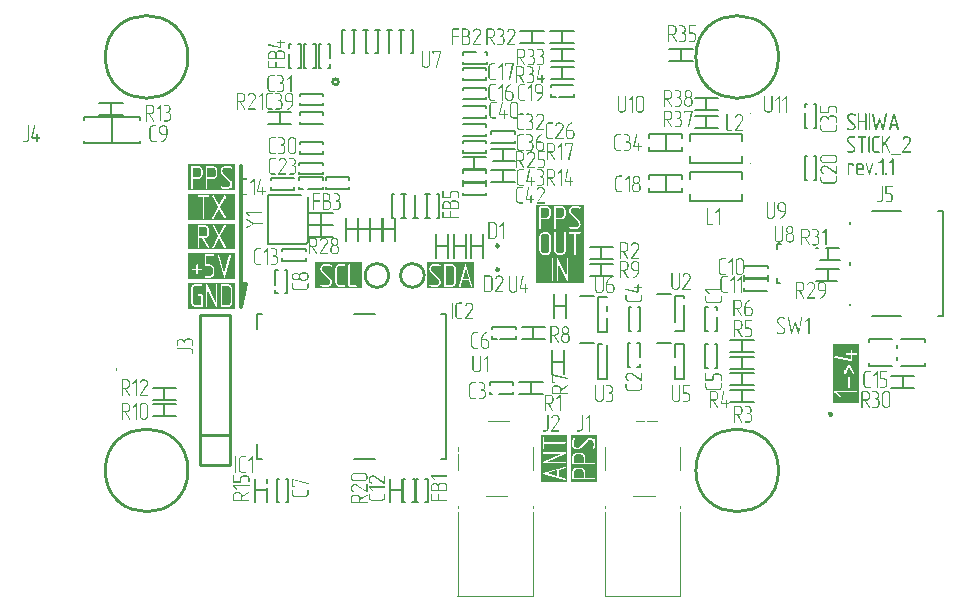
<source format=gto>
G04*
G04 #@! TF.GenerationSoftware,Altium Limited,Altium Designer,24.4.1 (13)*
G04*
G04 Layer_Color=65535*
%FSLAX44Y44*%
%MOMM*%
G71*
G04*
G04 #@! TF.SameCoordinates,ACC96D32-63CC-4302-8C89-0BD74F9CC5ED*
G04*
G04*
G04 #@! TF.FilePolarity,Positive*
G04*
G01*
G75*
%ADD10C,0.2500*%
%ADD11C,0.1000*%
%ADD12C,0.2540*%
%ADD13C,0.2000*%
%ADD14C,0.1500*%
%ADD15C,0.3000*%
G36*
X827500Y589000D02*
X787500D01*
Y611000D01*
X827500D01*
Y589000D01*
D02*
G37*
G36*
X625000Y672000D02*
X585000D01*
Y694000D01*
X625000D01*
Y672000D01*
D02*
G37*
G36*
X920000Y638000D02*
X880000D01*
Y660000D01*
X920000D01*
Y638000D01*
D02*
G37*
G36*
X1153000Y492000D02*
X1131000D01*
Y542000D01*
X1153000D01*
Y492000D01*
D02*
G37*
G36*
X931000Y465000D02*
Y425000D01*
X909000D01*
Y465000D01*
X931000D01*
D02*
G37*
G36*
X920000Y616000D02*
Y594000D01*
X880000D01*
Y616000D01*
Y638000D01*
X920000D01*
Y616000D01*
D02*
G37*
G36*
X625000Y572000D02*
X585000D01*
Y594000D01*
X625000D01*
Y572000D01*
D02*
G37*
G36*
X906000Y425000D02*
X884000D01*
Y465000D01*
X906000D01*
Y425000D01*
D02*
G37*
G36*
X732500Y589000D02*
X692500D01*
Y611000D01*
X732500D01*
Y589000D01*
D02*
G37*
G36*
X625000Y622000D02*
X585000D01*
Y644000D01*
X625000D01*
Y622000D01*
D02*
G37*
G36*
X625000Y597000D02*
X585000D01*
Y619000D01*
X625000D01*
Y597000D01*
D02*
G37*
G36*
X625000Y647000D02*
X585000D01*
Y669000D01*
X625000D01*
Y647000D01*
D02*
G37*
G36*
X1147551Y718198D02*
X1147616D01*
X1147762Y718179D01*
X1147935Y718161D01*
X1148146Y718124D01*
X1148365Y718079D01*
X1148612Y718015D01*
X1148621D01*
X1148640Y718006D01*
X1148676Y717996D01*
X1148722Y717978D01*
X1148786Y717960D01*
X1148850Y717932D01*
X1149015Y717878D01*
X1149206Y717795D01*
X1149408Y717704D01*
X1149609Y717594D01*
X1149810Y717466D01*
X1149819D01*
X1149828Y717457D01*
X1149874Y717430D01*
X1149929Y717375D01*
X1149993Y717292D01*
Y717283D01*
X1150011Y717265D01*
X1150020Y717237D01*
X1150039Y717201D01*
X1150066Y717146D01*
X1150094Y717073D01*
X1150112Y717000D01*
X1150139Y716908D01*
Y716899D01*
Y716863D01*
X1150130Y716808D01*
X1150112Y716735D01*
X1150084Y716652D01*
X1150048Y716561D01*
X1149993Y716479D01*
X1149920Y716387D01*
X1149911Y716378D01*
X1149883Y716350D01*
X1149837Y716314D01*
X1149773Y716277D01*
X1149691Y716232D01*
X1149600Y716195D01*
X1149499Y716168D01*
X1149389Y716159D01*
X1149042Y716268D01*
X1149033Y716277D01*
X1149005Y716286D01*
X1148969Y716314D01*
X1148914Y716350D01*
X1148841Y716387D01*
X1148758Y716433D01*
X1148667Y716479D01*
X1148557Y716533D01*
X1148448Y716579D01*
X1148320Y716625D01*
X1148036Y716707D01*
X1147890Y716744D01*
X1147734Y716771D01*
X1147570Y716780D01*
X1147405Y716789D01*
X1145860D01*
X1145805Y716780D01*
X1145732Y716771D01*
X1145659Y716762D01*
X1145476Y716725D01*
X1145275Y716661D01*
X1145165Y716616D01*
X1145055Y716561D01*
X1144945Y716497D01*
X1144845Y716433D01*
X1144744Y716341D01*
X1144644Y716250D01*
X1144634Y716241D01*
X1144625Y716223D01*
X1144598Y716195D01*
X1144561Y716159D01*
X1144525Y716104D01*
X1144488Y716040D01*
X1144443Y715966D01*
X1144397Y715893D01*
X1144296Y715701D01*
X1144223Y715482D01*
X1144159Y715235D01*
X1144150Y715098D01*
X1144141Y714961D01*
X1144159Y714622D01*
X1144196Y714458D01*
X1144260Y714311D01*
X1144269Y714302D01*
X1144287Y714266D01*
X1144314Y714211D01*
X1144360Y714147D01*
X1144415Y714055D01*
X1144488Y713955D01*
X1144570Y713845D01*
X1144671Y713717D01*
X1149197Y709118D01*
X1149206D01*
X1149216Y709099D01*
X1149261Y709054D01*
X1149344Y708980D01*
X1149435Y708871D01*
X1149536Y708734D01*
X1149645Y708569D01*
X1149755Y708377D01*
X1149847Y708167D01*
X1149920Y707965D01*
X1150039Y707517D01*
X1150084Y707289D01*
Y706987D01*
Y706969D01*
Y706932D01*
X1150075Y706859D01*
X1150066Y706768D01*
X1150057Y706658D01*
X1150030Y706521D01*
X1149993Y706374D01*
X1149956Y706219D01*
X1149902Y706045D01*
X1149828Y705862D01*
X1149746Y705670D01*
X1149645Y705478D01*
X1149517Y705277D01*
X1149380Y705085D01*
X1149216Y704893D01*
X1149033Y704701D01*
X1149024Y704692D01*
X1148996Y704665D01*
X1148951Y704619D01*
X1148896Y704555D01*
X1148813Y704491D01*
X1148722Y704408D01*
X1148603Y704326D01*
X1148475Y704244D01*
X1148329Y704152D01*
X1148173Y704070D01*
X1147990Y703988D01*
X1147798Y703924D01*
X1147588Y703860D01*
X1147359Y703814D01*
X1147122Y703787D01*
X1146866Y703777D01*
X1145357D01*
X1145284Y703787D01*
X1145183D01*
X1145073Y703805D01*
X1144936Y703814D01*
X1144781Y703841D01*
X1144607Y703869D01*
X1144433Y703915D01*
X1144241Y703960D01*
X1144040Y704024D01*
X1143830Y704098D01*
X1143629Y704180D01*
X1143418Y704280D01*
X1143208Y704399D01*
X1143007Y704527D01*
X1142778Y704774D01*
X1142714Y705058D01*
Y705067D01*
Y705103D01*
X1142723Y705149D01*
X1142742Y705213D01*
X1142760Y705295D01*
X1142797Y705378D01*
X1142842Y705469D01*
X1142906Y705561D01*
X1142915Y705570D01*
X1142943Y705597D01*
X1142989Y705643D01*
X1143044Y705689D01*
X1143117Y705725D01*
X1143208Y705771D01*
X1143309Y705798D01*
X1143418Y705807D01*
X1143775Y705698D01*
X1143784Y705689D01*
X1143812Y705679D01*
X1143848Y705652D01*
X1143903Y705615D01*
X1143976Y705579D01*
X1144059Y705542D01*
X1144159Y705497D01*
X1144260Y705451D01*
X1144379Y705396D01*
X1144507Y705350D01*
X1144781Y705277D01*
X1145083Y705213D01*
X1145238Y705204D01*
X1145403Y705195D01*
X1146939D01*
X1146984Y705204D01*
X1147049Y705213D01*
X1147122Y705222D01*
X1147295Y705259D01*
X1147487Y705323D01*
X1147597Y705369D01*
X1147707Y705423D01*
X1147807Y705487D01*
X1147917Y705561D01*
X1148027Y705643D01*
X1148128Y705734D01*
X1148137Y705743D01*
X1148155Y705762D01*
X1148182Y705789D01*
X1148210Y705826D01*
X1148256Y705881D01*
X1148301Y705945D01*
X1148347Y706009D01*
X1148402Y706091D01*
X1148503Y706274D01*
X1148594Y706484D01*
X1148621Y706603D01*
X1148649Y706722D01*
X1148667Y706850D01*
X1148676Y706978D01*
X1148649Y707289D01*
Y707298D01*
X1148640Y707335D01*
X1148621Y707389D01*
X1148603Y707453D01*
Y707472D01*
X1148585Y707508D01*
X1148567Y707554D01*
X1148548Y707609D01*
X1148539Y707627D01*
X1148530Y707664D01*
X1148503Y707728D01*
X1148457Y707810D01*
X1148402Y707911D01*
X1148329Y708020D01*
X1148246Y708139D01*
X1148137Y708267D01*
X1143665Y712739D01*
X1143647Y712757D01*
X1143601Y712803D01*
X1143528Y712894D01*
X1143437Y713004D01*
X1143318Y713150D01*
X1143199Y713333D01*
X1143071Y713543D01*
X1142934Y713781D01*
Y713790D01*
X1142925Y713809D01*
X1142915Y713836D01*
X1142897Y713882D01*
X1142879Y713936D01*
X1142861Y714000D01*
X1142824Y714156D01*
X1142787Y714339D01*
X1142751Y714540D01*
X1142723Y714769D01*
X1142714Y714997D01*
Y715015D01*
Y715052D01*
X1142723Y715125D01*
X1142733Y715217D01*
X1142742Y715326D01*
X1142769Y715454D01*
X1142797Y715610D01*
X1142842Y715765D01*
X1142897Y715939D01*
X1142970Y716122D01*
X1143053Y716314D01*
X1143153Y716506D01*
X1143272Y716698D01*
X1143409Y716899D01*
X1143565Y717091D01*
X1143748Y717283D01*
X1143757Y717292D01*
X1143784Y717320D01*
X1143830Y717365D01*
X1143894Y717430D01*
X1143967Y717494D01*
X1144068Y717576D01*
X1144186Y717658D01*
X1144314Y717749D01*
X1144461Y717832D01*
X1144625Y717914D01*
X1144799Y717996D01*
X1145000Y718060D01*
X1145211Y718124D01*
X1145439Y718170D01*
X1145677Y718198D01*
X1145933Y718207D01*
X1147497D01*
X1147551Y718198D01*
D02*
G37*
G36*
X1179199Y718216D02*
X1179263Y718198D01*
X1179336Y718170D01*
X1179418Y718134D01*
X1179510Y718079D01*
X1179592Y718006D01*
X1179601Y717996D01*
X1179629Y717969D01*
X1179665Y717923D01*
X1179711Y717868D01*
X1179757Y717795D01*
X1179793Y717713D01*
X1179821Y717612D01*
X1179830Y717512D01*
Y717503D01*
Y717475D01*
X1179821Y717430D01*
X1179811Y717375D01*
X1179793Y717311D01*
X1179775Y717237D01*
X1179738Y717164D01*
X1179693Y717100D01*
X1176163Y712437D01*
X1179766Y704756D01*
X1179802Y704582D01*
Y704573D01*
Y704564D01*
X1179821Y704518D01*
Y704500D01*
Y704463D01*
X1179811Y704399D01*
X1179793Y704326D01*
X1179766Y704235D01*
X1179720Y704143D01*
X1179665Y704052D01*
X1179592Y703960D01*
X1179583Y703951D01*
X1179556Y703933D01*
X1179510Y703905D01*
X1179446Y703869D01*
X1179363Y703832D01*
X1179272Y703805D01*
X1179171Y703787D01*
X1179062Y703777D01*
X1178742Y703851D01*
X1178476Y704162D01*
X1175221Y711349D01*
X1173813Y709255D01*
Y704482D01*
Y704463D01*
Y704427D01*
X1173804Y704372D01*
X1173786Y704290D01*
X1173767Y704207D01*
X1173731Y704125D01*
X1173676Y704043D01*
X1173612Y703960D01*
X1173603Y703951D01*
X1173575Y703933D01*
X1173530Y703905D01*
X1173466Y703869D01*
X1173392Y703832D01*
X1173301Y703805D01*
X1173210Y703787D01*
X1173100Y703777D01*
X1173072D01*
X1173036Y703787D01*
X1172990Y703796D01*
X1172926Y703814D01*
X1172844Y703832D01*
X1172743Y703869D01*
X1172634Y703915D01*
X1172624Y703924D01*
X1172597Y703951D01*
X1172551Y703997D01*
X1172515Y704061D01*
X1172469Y704143D01*
X1172423Y704235D01*
X1172396Y704354D01*
X1172387Y704482D01*
Y717521D01*
Y717530D01*
Y717558D01*
X1172396Y717603D01*
X1172414Y717667D01*
X1172432Y717731D01*
X1172469Y717814D01*
X1172524Y717896D01*
X1172588Y717987D01*
X1172597Y717996D01*
X1172624Y718024D01*
X1172670Y718060D01*
X1172734Y718106D01*
X1172807Y718152D01*
X1172889Y718188D01*
X1172990Y718216D01*
X1173100Y718225D01*
X1173146D01*
X1173191Y718216D01*
X1173255Y718198D01*
X1173328Y718179D01*
X1173402Y718143D01*
X1173493Y718097D01*
X1173575Y718033D01*
X1173584Y718024D01*
X1173612Y717996D01*
X1173649Y717960D01*
X1173694Y717905D01*
X1173740Y717832D01*
X1173776Y717740D01*
X1173804Y717640D01*
X1173813Y717521D01*
Y711212D01*
X1178522Y717905D01*
X1178531Y717923D01*
X1178568Y717960D01*
X1178614Y718006D01*
X1178678Y718070D01*
X1178760Y718124D01*
X1178860Y718179D01*
X1178970Y718216D01*
X1179098Y718225D01*
X1179144D01*
X1179199Y718216D01*
D02*
G37*
G36*
X1193473Y718207D02*
X1193582Y718198D01*
X1193719Y718170D01*
X1193875Y718143D01*
X1194049Y718097D01*
X1194241Y718042D01*
X1194442Y717969D01*
X1194670Y717878D01*
X1194899Y717759D01*
X1195128Y717622D01*
X1195375Y717466D01*
X1195612Y717283D01*
X1195859Y717064D01*
X1196097Y716817D01*
X1196106Y716808D01*
X1196152Y716780D01*
X1196207Y716744D01*
X1196280Y716680D01*
X1196371Y716597D01*
X1196472Y716506D01*
X1196582Y716396D01*
X1196691Y716259D01*
X1196801Y716113D01*
X1196911Y715948D01*
X1197011Y715765D01*
X1197103Y715564D01*
X1197176Y715335D01*
X1197231Y715098D01*
X1197277Y714842D01*
X1197286Y714567D01*
Y714558D01*
Y714549D01*
Y714513D01*
Y714476D01*
X1197277Y714375D01*
X1197267Y714247D01*
X1197249Y714092D01*
X1197213Y713918D01*
X1197176Y713735D01*
X1197121Y713543D01*
Y713534D01*
X1197112Y713525D01*
X1197103Y713488D01*
X1197094Y713452D01*
X1197075Y713406D01*
X1197048Y713351D01*
X1196993Y713214D01*
X1196911Y713040D01*
X1196819Y712848D01*
X1196701Y712629D01*
X1196563Y712391D01*
X1191635Y705195D01*
X1196518D01*
X1196563Y705186D01*
X1196637Y705167D01*
X1196710Y705140D01*
X1196792Y705094D01*
X1196874Y705039D01*
X1196956Y704966D01*
X1196966Y704957D01*
X1196993Y704930D01*
X1197030Y704884D01*
X1197066Y704829D01*
X1197103Y704756D01*
X1197139Y704674D01*
X1197167Y704582D01*
X1197176Y704491D01*
Y704482D01*
Y704445D01*
X1197167Y704399D01*
X1197158Y704335D01*
X1197130Y704262D01*
X1197103Y704180D01*
X1197057Y704088D01*
X1196993Y704006D01*
X1196984Y703997D01*
X1196956Y703969D01*
X1196920Y703933D01*
X1196856Y703896D01*
X1196783Y703851D01*
X1196701Y703814D01*
X1196591Y703787D01*
X1196472Y703777D01*
X1190437D01*
X1190382Y703787D01*
X1190318Y703805D01*
X1190245Y703832D01*
X1190153Y703878D01*
X1190062Y703933D01*
X1189970Y704006D01*
X1189961Y704015D01*
X1189943Y704043D01*
X1189906Y704098D01*
X1189879Y704162D01*
X1189843Y704235D01*
X1189806Y704326D01*
X1189788Y704418D01*
X1189779Y704527D01*
Y704537D01*
Y704564D01*
X1189788Y704601D01*
Y704646D01*
X1189815Y704747D01*
X1189861Y704847D01*
X1195375Y713177D01*
X1195585Y713571D01*
X1195722Y713891D01*
X1195731Y713909D01*
X1195740Y713946D01*
X1195759Y714010D01*
X1195777Y714101D01*
X1195795Y714202D01*
X1195814Y714311D01*
X1195832Y714439D01*
Y714567D01*
Y714577D01*
Y714604D01*
X1195823Y714659D01*
Y714723D01*
X1195814Y714796D01*
X1195795Y714887D01*
X1195768Y714988D01*
X1195740Y715098D01*
X1195704Y715217D01*
X1195649Y715345D01*
X1195594Y715463D01*
X1195521Y715601D01*
X1195439Y715729D01*
X1195338Y715857D01*
X1195219Y715985D01*
X1195091Y716104D01*
X1195073Y716122D01*
X1195027Y716159D01*
X1194954Y716213D01*
X1194863Y716286D01*
X1194744Y716360D01*
X1194606Y716442D01*
X1194451Y716524D01*
X1194286Y716597D01*
X1194277D01*
X1194268Y716607D01*
X1194241Y716616D01*
X1194204Y716625D01*
X1194122Y716652D01*
X1194003Y716689D01*
X1193866Y716725D01*
X1193710Y716753D01*
X1193546Y716771D01*
X1193372Y716780D01*
X1193308D01*
X1193262Y716771D01*
X1193207D01*
X1193143Y716762D01*
X1192988Y716735D01*
X1192805Y716698D01*
X1192613Y716634D01*
X1192403Y716543D01*
X1192202Y716424D01*
X1192193D01*
X1192174Y716405D01*
X1192147Y716387D01*
X1192110Y716360D01*
X1192065Y716314D01*
X1192010Y716268D01*
X1191955Y716204D01*
X1191891Y716131D01*
X1191818Y716058D01*
X1191744Y715957D01*
X1191671Y715857D01*
X1191589Y715738D01*
X1191516Y715610D01*
X1191443Y715473D01*
X1191369Y715317D01*
X1191296Y715153D01*
Y715144D01*
X1191287Y715125D01*
X1191269Y715098D01*
X1191242Y715061D01*
X1191205Y715015D01*
X1191168Y714961D01*
X1191114Y714915D01*
X1191049Y714860D01*
X1191040D01*
X1191022Y714851D01*
X1190995Y714833D01*
X1190949Y714824D01*
X1190848Y714787D01*
X1190711Y714750D01*
X1190656D01*
X1190592Y714760D01*
X1190519Y714778D01*
X1190428Y714796D01*
X1190336Y714824D01*
X1190245Y714869D01*
X1190153Y714933D01*
X1190144Y714942D01*
X1190117Y714970D01*
X1190089Y715015D01*
X1190053Y715070D01*
X1190007Y715153D01*
X1189980Y715244D01*
X1189952Y715354D01*
X1189943Y715482D01*
X1189970Y715665D01*
X1189980Y715683D01*
X1189989Y715720D01*
X1190016Y715793D01*
X1190053Y715875D01*
X1190108Y715985D01*
X1190163Y716113D01*
X1190236Y716250D01*
X1190318Y716396D01*
X1190409Y716561D01*
X1190510Y716716D01*
X1190620Y716881D01*
X1190748Y717046D01*
X1190885Y717201D01*
X1191040Y717347D01*
X1191196Y717494D01*
X1191369Y717622D01*
X1191379Y717631D01*
X1191406Y717649D01*
X1191452Y717676D01*
X1191516Y717713D01*
X1191598Y717759D01*
X1191699Y717814D01*
X1191808Y717859D01*
X1191936Y717923D01*
X1192074Y717978D01*
X1192220Y718024D01*
X1192384Y718079D01*
X1192558Y718124D01*
X1192732Y718161D01*
X1192924Y718188D01*
X1193125Y718207D01*
X1193326Y718216D01*
X1193390D01*
X1193473Y718207D01*
D02*
G37*
G36*
X1170009Y718198D02*
X1170073Y718179D01*
X1170146Y718152D01*
X1170229Y718106D01*
X1170320Y718051D01*
X1170402Y717978D01*
X1170412Y717969D01*
X1170439Y717942D01*
X1170475Y717896D01*
X1170512Y717841D01*
X1170549Y717768D01*
X1170585Y717685D01*
X1170613Y717594D01*
X1170622Y717503D01*
Y717494D01*
Y717457D01*
X1170613Y717411D01*
X1170603Y717347D01*
X1170576Y717274D01*
X1170549Y717192D01*
X1170503Y717100D01*
X1170439Y717018D01*
X1170430Y717009D01*
X1170402Y716981D01*
X1170366Y716945D01*
X1170302Y716908D01*
X1170229Y716863D01*
X1170137Y716826D01*
X1170027Y716799D01*
X1169909Y716789D01*
X1167348D01*
X1167293Y716780D01*
X1167229Y716771D01*
X1167156Y716762D01*
X1166982Y716725D01*
X1166790Y716661D01*
X1166681Y716625D01*
X1166571Y716570D01*
X1166461Y716506D01*
X1166361Y716442D01*
X1166251Y716360D01*
X1166150Y716268D01*
X1166141Y716259D01*
X1166132Y716241D01*
X1166105Y716213D01*
X1166068Y716177D01*
X1166031Y716131D01*
X1165986Y716067D01*
X1165940Y715994D01*
X1165894Y715921D01*
X1165794Y715729D01*
X1165712Y715518D01*
X1165675Y715399D01*
X1165648Y715272D01*
X1165638Y715134D01*
X1165629Y714997D01*
Y706987D01*
Y706978D01*
Y706951D01*
Y706914D01*
X1165638Y706859D01*
X1165648Y706795D01*
X1165657Y706722D01*
X1165693Y706548D01*
X1165757Y706356D01*
X1165803Y706246D01*
X1165849Y706137D01*
X1165913Y706027D01*
X1165977Y705926D01*
X1166059Y705817D01*
X1166150Y705716D01*
X1166160Y705707D01*
X1166178Y705698D01*
X1166205Y705670D01*
X1166242Y705634D01*
X1166297Y705597D01*
X1166361Y705551D01*
X1166425Y705506D01*
X1166507Y705460D01*
X1166690Y705359D01*
X1166909Y705277D01*
X1167028Y705241D01*
X1167156Y705213D01*
X1167284Y705204D01*
X1167421Y705195D01*
X1169954D01*
X1170009Y705186D01*
X1170073Y705167D01*
X1170146Y705140D01*
X1170229Y705094D01*
X1170320Y705039D01*
X1170402Y704966D01*
X1170412Y704957D01*
X1170439Y704930D01*
X1170475Y704884D01*
X1170512Y704829D01*
X1170549Y704756D01*
X1170585Y704674D01*
X1170613Y704582D01*
X1170622Y704491D01*
Y704482D01*
Y704445D01*
X1170613Y704399D01*
X1170603Y704335D01*
X1170576Y704262D01*
X1170549Y704180D01*
X1170503Y704088D01*
X1170439Y704006D01*
X1170430Y703997D01*
X1170402Y703969D01*
X1170366Y703933D01*
X1170302Y703896D01*
X1170229Y703851D01*
X1170137Y703814D01*
X1170027Y703787D01*
X1169909Y703777D01*
X1167366D01*
X1167302Y703787D01*
X1167211Y703796D01*
X1167101Y703805D01*
X1166973Y703823D01*
X1166827Y703860D01*
X1166672Y703896D01*
X1166498Y703942D01*
X1166324Y704006D01*
X1166132Y704079D01*
X1165940Y704171D01*
X1165748Y704280D01*
X1165556Y704399D01*
X1165364Y704546D01*
X1165181Y704710D01*
X1165172Y704719D01*
X1165135Y704756D01*
X1165090Y704802D01*
X1165026Y704875D01*
X1164952Y704966D01*
X1164870Y705076D01*
X1164788Y705204D01*
X1164697Y705341D01*
X1164605Y705506D01*
X1164514Y705679D01*
X1164431Y705862D01*
X1164358Y706064D01*
X1164294Y706274D01*
X1164248Y706502D01*
X1164212Y706740D01*
X1164203Y706987D01*
Y714997D01*
Y715015D01*
Y715052D01*
X1164212Y715125D01*
X1164221Y715217D01*
X1164230Y715326D01*
X1164248Y715454D01*
X1164276Y715601D01*
X1164322Y715756D01*
X1164367Y715930D01*
X1164431Y716104D01*
X1164504Y716296D01*
X1164596Y716479D01*
X1164697Y716671D01*
X1164825Y716863D01*
X1164962Y717055D01*
X1165126Y717237D01*
X1165135Y717247D01*
X1165172Y717283D01*
X1165218Y717329D01*
X1165291Y717393D01*
X1165382Y717466D01*
X1165492Y717548D01*
X1165620Y717631D01*
X1165766Y717722D01*
X1165922Y717814D01*
X1166096Y717896D01*
X1166288Y717978D01*
X1166489Y718051D01*
X1166708Y718115D01*
X1166928Y718161D01*
X1167175Y718198D01*
X1167421Y718207D01*
X1169954D01*
X1170009Y718198D01*
D02*
G37*
G36*
X1161935D02*
X1161999Y718179D01*
X1162072Y718161D01*
X1162145Y718124D01*
X1162237Y718079D01*
X1162319Y718015D01*
X1162328Y718006D01*
X1162356Y717978D01*
X1162392Y717942D01*
X1162438Y717887D01*
X1162484Y717814D01*
X1162520Y717722D01*
X1162548Y717622D01*
X1162557Y717503D01*
Y704482D01*
Y704463D01*
Y704427D01*
X1162548Y704372D01*
X1162529Y704290D01*
X1162511Y704207D01*
X1162475Y704125D01*
X1162420Y704043D01*
X1162356Y703960D01*
X1162346Y703951D01*
X1162319Y703933D01*
X1162273Y703905D01*
X1162209Y703869D01*
X1162136Y703832D01*
X1162045Y703805D01*
X1161953Y703787D01*
X1161843Y703777D01*
X1161816D01*
X1161779Y703787D01*
X1161734Y703796D01*
X1161670Y703814D01*
X1161588Y703832D01*
X1161487Y703869D01*
X1161377Y703915D01*
X1161368Y703924D01*
X1161341Y703951D01*
X1161295Y703997D01*
X1161258Y704061D01*
X1161213Y704143D01*
X1161167Y704235D01*
X1161140Y704354D01*
X1161130Y704482D01*
Y717503D01*
Y717512D01*
Y717539D01*
X1161140Y717585D01*
X1161158Y717649D01*
X1161176Y717713D01*
X1161213Y717795D01*
X1161267Y717878D01*
X1161331Y717969D01*
X1161341Y717978D01*
X1161368Y718006D01*
X1161414Y718042D01*
X1161478Y718088D01*
X1161551Y718134D01*
X1161633Y718170D01*
X1161734Y718198D01*
X1161843Y718207D01*
X1161889D01*
X1161935Y718198D01*
D02*
G37*
G36*
X1158753D02*
X1158826Y718179D01*
X1158899Y718152D01*
X1158981Y718106D01*
X1159064Y718051D01*
X1159146Y717978D01*
X1159155Y717969D01*
X1159183Y717942D01*
X1159219Y717896D01*
X1159265Y717841D01*
X1159302Y717768D01*
X1159338Y717685D01*
X1159365Y717594D01*
X1159375Y717503D01*
Y717494D01*
Y717457D01*
X1159365Y717411D01*
X1159347Y717347D01*
X1159329Y717274D01*
X1159292Y717192D01*
X1159247Y717100D01*
X1159183Y717018D01*
X1159174Y717009D01*
X1159146Y716981D01*
X1159109Y716945D01*
X1159045Y716908D01*
X1158972Y716863D01*
X1158890Y716826D01*
X1158780Y716799D01*
X1158661Y716789D01*
X1156357D01*
Y704482D01*
Y704463D01*
Y704427D01*
X1156348Y704372D01*
X1156330Y704290D01*
X1156311Y704207D01*
X1156275Y704125D01*
X1156220Y704043D01*
X1156156Y703960D01*
X1156147Y703951D01*
X1156119Y703933D01*
X1156074Y703905D01*
X1156010Y703869D01*
X1155937Y703832D01*
X1155845Y703805D01*
X1155754Y703787D01*
X1155644Y703777D01*
X1155617D01*
X1155580Y703787D01*
X1155534Y703796D01*
X1155470Y703814D01*
X1155388Y703832D01*
X1155287Y703869D01*
X1155178Y703915D01*
X1155168Y703924D01*
X1155141Y703951D01*
X1155095Y703997D01*
X1155059Y704061D01*
X1155013Y704143D01*
X1154967Y704235D01*
X1154940Y704354D01*
X1154931Y704482D01*
Y716789D01*
X1152571D01*
X1152517Y716799D01*
X1152443Y716817D01*
X1152361Y716835D01*
X1152270Y716872D01*
X1152188Y716917D01*
X1152105Y716981D01*
X1152096Y716991D01*
X1152078Y717027D01*
X1152050Y717073D01*
X1152014Y717137D01*
X1151977Y717210D01*
X1151950Y717301D01*
X1151932Y717402D01*
X1151922Y717503D01*
Y717512D01*
Y717530D01*
X1151932Y717567D01*
X1151941Y717622D01*
X1151959Y717676D01*
X1151995Y717749D01*
X1152032Y717841D01*
X1152087Y717932D01*
X1152096Y717942D01*
X1152123Y717978D01*
X1152160Y718024D01*
X1152224Y718070D01*
X1152297Y718124D01*
X1152389Y718161D01*
X1152498Y718198D01*
X1152626Y718207D01*
X1158707D01*
X1158753Y718198D01*
D02*
G37*
G36*
X1189029Y701775D02*
X1180598D01*
Y703192D01*
X1189029D01*
Y701775D01*
D02*
G37*
G36*
X1147732Y737206D02*
X1147796D01*
X1147942Y737187D01*
X1148116Y737169D01*
X1148326Y737132D01*
X1148545Y737087D01*
X1148792Y737023D01*
X1148801D01*
X1148820Y737013D01*
X1148856Y737004D01*
X1148902Y736986D01*
X1148966Y736968D01*
X1149030Y736940D01*
X1149195Y736885D01*
X1149387Y736803D01*
X1149588Y736712D01*
X1149789Y736602D01*
X1149990Y736474D01*
X1149999D01*
X1150008Y736465D01*
X1150054Y736437D01*
X1150109Y736383D01*
X1150173Y736300D01*
Y736291D01*
X1150191Y736273D01*
X1150200Y736245D01*
X1150219Y736209D01*
X1150246Y736154D01*
X1150274Y736081D01*
X1150292Y736008D01*
X1150319Y735916D01*
Y735907D01*
Y735870D01*
X1150310Y735816D01*
X1150292Y735742D01*
X1150265Y735660D01*
X1150228Y735569D01*
X1150173Y735486D01*
X1150100Y735395D01*
X1150091Y735386D01*
X1150063Y735358D01*
X1150018Y735322D01*
X1149954Y735285D01*
X1149871Y735239D01*
X1149780Y735203D01*
X1149679Y735175D01*
X1149569Y735166D01*
X1149222Y735276D01*
X1149213Y735285D01*
X1149185Y735294D01*
X1149149Y735322D01*
X1149094Y735358D01*
X1149021Y735395D01*
X1148939Y735441D01*
X1148847Y735486D01*
X1148737Y735541D01*
X1148628Y735587D01*
X1148500Y735633D01*
X1148216Y735715D01*
X1148070Y735752D01*
X1147914Y735779D01*
X1147750Y735788D01*
X1147585Y735797D01*
X1146040D01*
X1145985Y735788D01*
X1145912Y735779D01*
X1145839Y735770D01*
X1145656Y735733D01*
X1145455Y735669D01*
X1145345Y735623D01*
X1145235Y735569D01*
X1145126Y735505D01*
X1145025Y735441D01*
X1144924Y735349D01*
X1144824Y735258D01*
X1144815Y735249D01*
X1144806Y735230D01*
X1144778Y735203D01*
X1144742Y735166D01*
X1144705Y735111D01*
X1144668Y735048D01*
X1144623Y734974D01*
X1144577Y734901D01*
X1144476Y734709D01*
X1144403Y734490D01*
X1144339Y734243D01*
X1144330Y734106D01*
X1144321Y733969D01*
X1144339Y733630D01*
X1144376Y733466D01*
X1144440Y733319D01*
X1144449Y733310D01*
X1144467Y733273D01*
X1144495Y733219D01*
X1144540Y733155D01*
X1144595Y733063D01*
X1144668Y732963D01*
X1144751Y732853D01*
X1144851Y732725D01*
X1149378Y728126D01*
X1149387D01*
X1149396Y728107D01*
X1149442Y728062D01*
X1149524Y727988D01*
X1149615Y727879D01*
X1149716Y727741D01*
X1149826Y727577D01*
X1149935Y727385D01*
X1150027Y727175D01*
X1150100Y726973D01*
X1150219Y726525D01*
X1150265Y726297D01*
Y725995D01*
Y725977D01*
Y725940D01*
X1150255Y725867D01*
X1150246Y725776D01*
X1150237Y725666D01*
X1150210Y725529D01*
X1150173Y725382D01*
X1150136Y725227D01*
X1150082Y725053D01*
X1150008Y724870D01*
X1149926Y724678D01*
X1149826Y724486D01*
X1149697Y724285D01*
X1149560Y724093D01*
X1149396Y723901D01*
X1149213Y723709D01*
X1149204Y723700D01*
X1149176Y723672D01*
X1149131Y723627D01*
X1149076Y723563D01*
X1148993Y723499D01*
X1148902Y723416D01*
X1148783Y723334D01*
X1148655Y723252D01*
X1148509Y723160D01*
X1148353Y723078D01*
X1148170Y722996D01*
X1147979Y722932D01*
X1147768Y722868D01*
X1147540Y722822D01*
X1147302Y722794D01*
X1147046Y722785D01*
X1145537D01*
X1145464Y722794D01*
X1145363D01*
X1145254Y722813D01*
X1145116Y722822D01*
X1144961Y722849D01*
X1144787Y722877D01*
X1144613Y722923D01*
X1144421Y722968D01*
X1144220Y723032D01*
X1144010Y723105D01*
X1143809Y723188D01*
X1143598Y723288D01*
X1143388Y723407D01*
X1143187Y723535D01*
X1142958Y723782D01*
X1142894Y724065D01*
Y724075D01*
Y724111D01*
X1142904Y724157D01*
X1142922Y724221D01*
X1142940Y724303D01*
X1142977Y724386D01*
X1143022Y724477D01*
X1143086Y724568D01*
X1143096Y724578D01*
X1143123Y724605D01*
X1143169Y724651D01*
X1143224Y724697D01*
X1143297Y724733D01*
X1143388Y724779D01*
X1143489Y724806D01*
X1143598Y724815D01*
X1143955Y724706D01*
X1143964Y724697D01*
X1143992Y724687D01*
X1144028Y724660D01*
X1144083Y724623D01*
X1144156Y724587D01*
X1144239Y724550D01*
X1144339Y724504D01*
X1144440Y724459D01*
X1144559Y724404D01*
X1144687Y724358D01*
X1144961Y724285D01*
X1145263Y724221D01*
X1145418Y724212D01*
X1145583Y724203D01*
X1147119D01*
X1147165Y724212D01*
X1147229Y724221D01*
X1147302Y724230D01*
X1147476Y724267D01*
X1147668Y724331D01*
X1147777Y724376D01*
X1147887Y724431D01*
X1147988Y724495D01*
X1148097Y724568D01*
X1148207Y724651D01*
X1148308Y724742D01*
X1148317Y724751D01*
X1148335Y724770D01*
X1148363Y724797D01*
X1148390Y724834D01*
X1148436Y724889D01*
X1148481Y724952D01*
X1148527Y725016D01*
X1148582Y725099D01*
X1148682Y725282D01*
X1148774Y725492D01*
X1148801Y725611D01*
X1148829Y725730D01*
X1148847Y725858D01*
X1148856Y725986D01*
X1148829Y726297D01*
Y726306D01*
X1148820Y726342D01*
X1148801Y726397D01*
X1148783Y726461D01*
Y726479D01*
X1148765Y726516D01*
X1148746Y726562D01*
X1148728Y726617D01*
X1148719Y726635D01*
X1148710Y726672D01*
X1148682Y726736D01*
X1148637Y726818D01*
X1148582Y726918D01*
X1148509Y727028D01*
X1148427Y727147D01*
X1148317Y727275D01*
X1143845Y731747D01*
X1143827Y731765D01*
X1143781Y731811D01*
X1143708Y731902D01*
X1143617Y732012D01*
X1143498Y732158D01*
X1143379Y732341D01*
X1143251Y732551D01*
X1143114Y732789D01*
Y732798D01*
X1143105Y732816D01*
X1143096Y732844D01*
X1143077Y732889D01*
X1143059Y732944D01*
X1143041Y733008D01*
X1143004Y733164D01*
X1142968Y733347D01*
X1142931Y733548D01*
X1142904Y733776D01*
X1142894Y734005D01*
Y734023D01*
Y734060D01*
X1142904Y734133D01*
X1142913Y734224D01*
X1142922Y734334D01*
X1142949Y734462D01*
X1142977Y734618D01*
X1143022Y734773D01*
X1143077Y734947D01*
X1143150Y735130D01*
X1143233Y735322D01*
X1143333Y735514D01*
X1143452Y735706D01*
X1143589Y735907D01*
X1143745Y736099D01*
X1143928Y736291D01*
X1143937Y736300D01*
X1143964Y736328D01*
X1144010Y736373D01*
X1144074Y736437D01*
X1144147Y736501D01*
X1144248Y736584D01*
X1144367Y736666D01*
X1144495Y736757D01*
X1144641Y736840D01*
X1144806Y736922D01*
X1144979Y737004D01*
X1145180Y737068D01*
X1145391Y737132D01*
X1145619Y737178D01*
X1145857Y737206D01*
X1146113Y737215D01*
X1147677D01*
X1147732Y737206D01*
D02*
G37*
G36*
X1158924D02*
X1158988Y737187D01*
X1159061Y737169D01*
X1159134Y737132D01*
X1159226Y737087D01*
X1159308Y737023D01*
X1159317Y737013D01*
X1159344Y736986D01*
X1159381Y736949D01*
X1159427Y736895D01*
X1159473Y736821D01*
X1159509Y736730D01*
X1159537Y736629D01*
X1159546Y736510D01*
Y723490D01*
Y723471D01*
Y723435D01*
X1159537Y723380D01*
X1159518Y723297D01*
X1159500Y723215D01*
X1159463Y723133D01*
X1159408Y723051D01*
X1159344Y722968D01*
X1159335Y722959D01*
X1159308Y722941D01*
X1159262Y722913D01*
X1159198Y722877D01*
X1159125Y722840D01*
X1159034Y722813D01*
X1158942Y722794D01*
X1158832Y722785D01*
X1158805D01*
X1158768Y722794D01*
X1158723Y722804D01*
X1158659Y722822D01*
X1158576Y722840D01*
X1158476Y722877D01*
X1158366Y722923D01*
X1158357Y722932D01*
X1158329Y722959D01*
X1158284Y723005D01*
X1158247Y723069D01*
X1158201Y723151D01*
X1158156Y723243D01*
X1158128Y723361D01*
X1158119Y723490D01*
Y729781D01*
X1153529D01*
Y723490D01*
Y723471D01*
Y723435D01*
X1153520Y723380D01*
X1153501Y723297D01*
X1153483Y723215D01*
X1153447Y723133D01*
X1153392Y723051D01*
X1153328Y722968D01*
X1153318Y722959D01*
X1153291Y722941D01*
X1153245Y722913D01*
X1153181Y722877D01*
X1153108Y722840D01*
X1153017Y722813D01*
X1152925Y722794D01*
X1152816Y722785D01*
X1152788D01*
X1152752Y722794D01*
X1152706Y722804D01*
X1152642Y722822D01*
X1152560Y722840D01*
X1152459Y722877D01*
X1152349Y722923D01*
X1152340Y722932D01*
X1152313Y722959D01*
X1152267Y723005D01*
X1152230Y723069D01*
X1152185Y723151D01*
X1152139Y723243D01*
X1152112Y723361D01*
X1152102Y723490D01*
Y736510D01*
Y736520D01*
Y736547D01*
X1152112Y736593D01*
X1152130Y736657D01*
X1152148Y736721D01*
X1152185Y736803D01*
X1152240Y736885D01*
X1152304Y736977D01*
X1152313Y736986D01*
X1152340Y737013D01*
X1152386Y737050D01*
X1152450Y737096D01*
X1152523Y737141D01*
X1152605Y737178D01*
X1152706Y737206D01*
X1152816Y737215D01*
X1152861D01*
X1152907Y737206D01*
X1152971Y737187D01*
X1153044Y737169D01*
X1153117Y737132D01*
X1153209Y737087D01*
X1153291Y737023D01*
X1153300Y737013D01*
X1153328Y736986D01*
X1153364Y736949D01*
X1153410Y736895D01*
X1153456Y736821D01*
X1153492Y736730D01*
X1153520Y736629D01*
X1153529Y736510D01*
Y731198D01*
X1158119D01*
Y736510D01*
Y736520D01*
Y736547D01*
X1158128Y736593D01*
X1158147Y736657D01*
X1158165Y736721D01*
X1158201Y736803D01*
X1158256Y736885D01*
X1158320Y736977D01*
X1158329Y736986D01*
X1158357Y737013D01*
X1158403Y737050D01*
X1158467Y737096D01*
X1158540Y737141D01*
X1158622Y737178D01*
X1158723Y737206D01*
X1158832Y737215D01*
X1158878D01*
X1158924Y737206D01*
D02*
G37*
G36*
X1176188D02*
X1176252Y737196D01*
X1176334Y737169D01*
X1176425Y737141D01*
X1176508Y737096D01*
X1176590Y737032D01*
X1176599Y737023D01*
X1176627Y736995D01*
X1176654Y736959D01*
X1176700Y736904D01*
X1176736Y736831D01*
X1176764Y736748D01*
X1176791Y736657D01*
X1176800Y736547D01*
X1176791Y736383D01*
X1174295Y723480D01*
Y723471D01*
X1174286Y723426D01*
X1174277Y723371D01*
X1174258Y723307D01*
X1174222Y723224D01*
X1174185Y723142D01*
X1174139Y723069D01*
X1174075Y722996D01*
X1174066Y722987D01*
X1174048Y722968D01*
X1174002Y722941D01*
X1173957Y722904D01*
X1173893Y722868D01*
X1173819Y722831D01*
X1173728Y722804D01*
X1173636Y722785D01*
X1173591D01*
X1173554Y722794D01*
X1173463Y722813D01*
X1173362Y722849D01*
X1173243Y722913D01*
X1173124Y723005D01*
X1173070Y723060D01*
X1173024Y723133D01*
X1172978Y723206D01*
X1172942Y723297D01*
X1170592Y730805D01*
X1168251Y723297D01*
Y723288D01*
X1168242Y723279D01*
X1168214Y723215D01*
X1168168Y723133D01*
X1168095Y723041D01*
X1168004Y722950D01*
X1167894Y722868D01*
X1167748Y722804D01*
X1167675Y722794D01*
X1167583Y722785D01*
X1167565D01*
X1167528Y722794D01*
X1167492Y722804D01*
X1167428Y722831D01*
X1167355Y722859D01*
X1167254Y722904D01*
X1167144Y722959D01*
X1166907Y723407D01*
X1164383Y736392D01*
X1164374Y736520D01*
Y736529D01*
Y736556D01*
X1164383Y736611D01*
X1164401Y736666D01*
X1164428Y736739D01*
X1164465Y736821D01*
X1164511Y736904D01*
X1164584Y736986D01*
X1164593Y736995D01*
X1164621Y737023D01*
X1164666Y737059D01*
X1164730Y737105D01*
X1164803Y737141D01*
X1164886Y737178D01*
X1164986Y737206D01*
X1165087Y737215D01*
X1165142D01*
X1165178Y737206D01*
X1165270Y737187D01*
X1165379Y737151D01*
X1165498Y737087D01*
X1165553Y737041D01*
X1165608Y736995D01*
X1165663Y736931D01*
X1165709Y736858D01*
X1165745Y736776D01*
X1165773Y736684D01*
X1167775Y725748D01*
X1169942Y732871D01*
Y732880D01*
X1169951Y732889D01*
X1169979Y732953D01*
X1170025Y733036D01*
X1170089Y733127D01*
X1170180Y733219D01*
X1170290Y733301D01*
X1170427Y733365D01*
X1170509Y733374D01*
X1170592Y733383D01*
X1170610D01*
X1170656Y733374D01*
X1170720Y733356D01*
X1170811Y733310D01*
X1170912Y733246D01*
X1170966Y733200D01*
X1171021Y733146D01*
X1171085Y733082D01*
X1171140Y733008D01*
X1171204Y732926D01*
X1171259Y732825D01*
X1173408Y725748D01*
X1175392Y736593D01*
Y736611D01*
X1175401Y736648D01*
X1175411Y736702D01*
X1175438Y736767D01*
X1175465Y736840D01*
X1175511Y736922D01*
X1175566Y736995D01*
X1175630Y737059D01*
X1175639Y737068D01*
X1175667Y737087D01*
X1175712Y737105D01*
X1175767Y737141D01*
X1175831Y737169D01*
X1175904Y737187D01*
X1175986Y737206D01*
X1176078Y737215D01*
X1176133D01*
X1176188Y737206D01*
D02*
G37*
G36*
X1182972Y737196D02*
X1183064Y737178D01*
X1183174Y737132D01*
X1183283Y737059D01*
X1183338Y737013D01*
X1183393Y736949D01*
X1183448Y736885D01*
X1183494Y736803D01*
X1183530Y736712D01*
X1183567Y736602D01*
X1187078Y723663D01*
X1187106Y723480D01*
Y723471D01*
Y723435D01*
X1187096Y723389D01*
X1187078Y723325D01*
X1187051Y723243D01*
X1187005Y723160D01*
X1186950Y723060D01*
X1186868Y722968D01*
X1186859Y722959D01*
X1186831Y722941D01*
X1186786Y722913D01*
X1186722Y722886D01*
X1186658Y722849D01*
X1186575Y722822D01*
X1186484Y722804D01*
X1186383Y722794D01*
X1186347D01*
X1186301Y722804D01*
X1186246Y722813D01*
X1186118Y722849D01*
X1186045Y722877D01*
X1185972Y722913D01*
X1185963Y722923D01*
X1185944Y722941D01*
X1185908Y722968D01*
X1185871Y723005D01*
X1185835Y723051D01*
X1185789Y723115D01*
X1185752Y723179D01*
X1185725Y723252D01*
X1184774Y726800D01*
X1181007D01*
X1180074Y723352D01*
Y723343D01*
X1180065Y723307D01*
X1180046Y723261D01*
X1180028Y723197D01*
X1179992Y723133D01*
X1179955Y723060D01*
X1179900Y722996D01*
X1179827Y722932D01*
X1179818Y722923D01*
X1179790Y722913D01*
X1179754Y722886D01*
X1179699Y722868D01*
X1179635Y722840D01*
X1179562Y722813D01*
X1179489Y722804D01*
X1179397Y722794D01*
X1179352D01*
X1179297Y722804D01*
X1179233Y722822D01*
X1179150Y722840D01*
X1179068Y722868D01*
X1178977Y722913D01*
X1178894Y722977D01*
X1178885Y722987D01*
X1178858Y723014D01*
X1178821Y723060D01*
X1178785Y723115D01*
X1178748Y723197D01*
X1178711Y723288D01*
X1178684Y723398D01*
X1178675Y723517D01*
X1178693Y723654D01*
X1182204Y736602D01*
Y736611D01*
X1182214Y736629D01*
X1182223Y736657D01*
X1182241Y736693D01*
X1182287Y736794D01*
X1182351Y736904D01*
X1182442Y737013D01*
X1182561Y737114D01*
X1182634Y737151D01*
X1182707Y737178D01*
X1182799Y737196D01*
X1182890Y737206D01*
X1182936D01*
X1182972Y737196D01*
D02*
G37*
G36*
X1162115Y737206D02*
X1162179Y737187D01*
X1162252Y737169D01*
X1162325Y737132D01*
X1162417Y737087D01*
X1162499Y737023D01*
X1162508Y737013D01*
X1162536Y736986D01*
X1162572Y736949D01*
X1162618Y736895D01*
X1162664Y736821D01*
X1162700Y736730D01*
X1162728Y736629D01*
X1162737Y736510D01*
Y723490D01*
Y723471D01*
Y723435D01*
X1162728Y723380D01*
X1162709Y723297D01*
X1162691Y723215D01*
X1162655Y723133D01*
X1162600Y723051D01*
X1162536Y722968D01*
X1162527Y722959D01*
X1162499Y722941D01*
X1162453Y722913D01*
X1162389Y722877D01*
X1162316Y722840D01*
X1162225Y722813D01*
X1162133Y722794D01*
X1162024Y722785D01*
X1161996D01*
X1161960Y722794D01*
X1161914Y722804D01*
X1161850Y722822D01*
X1161768Y722840D01*
X1161667Y722877D01*
X1161557Y722923D01*
X1161548Y722932D01*
X1161521Y722959D01*
X1161475Y723005D01*
X1161438Y723069D01*
X1161393Y723151D01*
X1161347Y723243D01*
X1161320Y723361D01*
X1161310Y723490D01*
Y736510D01*
Y736520D01*
Y736547D01*
X1161320Y736593D01*
X1161338Y736657D01*
X1161356Y736721D01*
X1161393Y736803D01*
X1161448Y736885D01*
X1161512Y736977D01*
X1161521Y736986D01*
X1161548Y737013D01*
X1161594Y737050D01*
X1161658Y737096D01*
X1161731Y737141D01*
X1161813Y737178D01*
X1161914Y737206D01*
X1162024Y737215D01*
X1162069D01*
X1162115Y737206D01*
D02*
G37*
G36*
X1146733Y695210D02*
X1146797D01*
X1146870Y695200D01*
X1146952Y695182D01*
X1147053Y695164D01*
X1147254Y695118D01*
X1147474Y695045D01*
X1147702Y694935D01*
X1147821Y694871D01*
X1147931Y694798D01*
X1147940Y694789D01*
X1147958Y694780D01*
X1147986Y694752D01*
X1148022Y694725D01*
X1148132Y694624D01*
X1148251Y694496D01*
X1148388Y694341D01*
X1148525Y694149D01*
X1148653Y693920D01*
X1148763Y693673D01*
X1148790Y693463D01*
Y693454D01*
Y693417D01*
X1148781Y693362D01*
X1148763Y693298D01*
X1148735Y693216D01*
X1148690Y693125D01*
X1148635Y693033D01*
X1148562Y692942D01*
X1148552Y692933D01*
X1148525Y692914D01*
X1148479Y692887D01*
X1148415Y692850D01*
X1148342Y692814D01*
X1148260Y692786D01*
X1148168Y692768D01*
X1148068Y692759D01*
X1148050D01*
X1148004Y692768D01*
X1147940Y692786D01*
X1147848Y692814D01*
X1147748Y692869D01*
X1147638Y692951D01*
X1147583Y693006D01*
X1147519Y693070D01*
X1147464Y693134D01*
X1147410Y693216D01*
Y693225D01*
X1147391Y693262D01*
X1147373Y693308D01*
X1147346Y693372D01*
X1147300Y693436D01*
X1147245Y693509D01*
X1147181Y693573D01*
X1147099Y693637D01*
X1147089Y693646D01*
X1147062Y693664D01*
X1147007Y693692D01*
X1146952Y693719D01*
X1146870Y693746D01*
X1146788Y693774D01*
X1146696Y693792D01*
X1146605Y693801D01*
X1144822D01*
Y685499D01*
Y685480D01*
Y685444D01*
X1144813Y685389D01*
X1144794Y685307D01*
X1144776Y685224D01*
X1144739Y685142D01*
X1144685Y685060D01*
X1144621Y684977D01*
X1144611Y684968D01*
X1144584Y684950D01*
X1144538Y684922D01*
X1144474Y684886D01*
X1144401Y684849D01*
X1144310Y684822D01*
X1144218Y684804D01*
X1144109Y684794D01*
X1144081D01*
X1144044Y684804D01*
X1143999Y684813D01*
X1143935Y684831D01*
X1143852Y684858D01*
X1143752Y684895D01*
X1143642Y684941D01*
X1143633Y684950D01*
X1143606Y684977D01*
X1143560Y685023D01*
X1143523Y685087D01*
X1143478Y685160D01*
X1143432Y685261D01*
X1143404Y685371D01*
X1143395Y685499D01*
Y694515D01*
Y694524D01*
Y694542D01*
X1143404Y694579D01*
Y694624D01*
X1143432Y694734D01*
X1143487Y694871D01*
X1143523Y694935D01*
X1143569Y694999D01*
X1143624Y695054D01*
X1143697Y695109D01*
X1143770Y695155D01*
X1143871Y695191D01*
X1143971Y695210D01*
X1144099Y695219D01*
X1146678D01*
X1146733Y695210D01*
D02*
G37*
G36*
X1164536D02*
X1164609Y695200D01*
X1164692Y695173D01*
X1164774Y695145D01*
X1164865Y695100D01*
X1164948Y695036D01*
X1164957Y695027D01*
X1164984Y694999D01*
X1165012Y694963D01*
X1165057Y694908D01*
X1165094Y694835D01*
X1165121Y694743D01*
X1165149Y694643D01*
X1165158Y694533D01*
Y694524D01*
Y694496D01*
Y694460D01*
X1165149Y694414D01*
X1165140Y694332D01*
X1165131Y694295D01*
X1165112Y694268D01*
X1162589Y685243D01*
Y685233D01*
X1162579Y685224D01*
X1162561Y685169D01*
X1162524Y685096D01*
X1162460Y685014D01*
X1162378Y684922D01*
X1162269Y684849D01*
X1162122Y684794D01*
X1162040Y684785D01*
X1161948Y684776D01*
X1161912D01*
X1161866Y684785D01*
X1161811Y684794D01*
X1161683Y684831D01*
X1161610Y684858D01*
X1161546Y684904D01*
X1161537Y684913D01*
X1161519Y684932D01*
X1161482Y684959D01*
X1161445Y685014D01*
X1161400Y685069D01*
X1161354Y685151D01*
X1161308Y685252D01*
X1161263Y685361D01*
X1158748Y694341D01*
X1158730Y694515D01*
Y694524D01*
Y694551D01*
X1158739Y694597D01*
X1158757Y694652D01*
X1158775Y694725D01*
X1158812Y694798D01*
X1158867Y694880D01*
X1158931Y694972D01*
X1158940Y694981D01*
X1158968Y695008D01*
X1159013Y695054D01*
X1159077Y695100D01*
X1159150Y695136D01*
X1159242Y695182D01*
X1159342Y695210D01*
X1159452Y695219D01*
X1159480D01*
X1159516Y695210D01*
X1159562D01*
X1159672Y695173D01*
X1159726Y695145D01*
X1159781Y695109D01*
X1159790D01*
X1159809Y695091D01*
X1159845Y695063D01*
X1159891Y695027D01*
X1159946Y694972D01*
X1160001Y694908D01*
X1160065Y694816D01*
X1160120Y694707D01*
X1161939Y687629D01*
X1163759Y694670D01*
Y694679D01*
X1163768Y694707D01*
X1163786Y694743D01*
X1163805Y694789D01*
X1163832Y694853D01*
X1163869Y694917D01*
X1163914Y694981D01*
X1163969Y695045D01*
X1163978Y695054D01*
X1164006Y695063D01*
X1164042Y695091D01*
X1164097Y695118D01*
X1164161Y695145D01*
X1164244Y695173D01*
X1164326Y695200D01*
X1164426Y695219D01*
X1164481D01*
X1164536Y695210D01*
D02*
G37*
G36*
X1181983Y699215D02*
X1182047Y699196D01*
X1182120Y699178D01*
X1182202Y699141D01*
X1182294Y699096D01*
X1182376Y699032D01*
X1182385Y699023D01*
X1182413Y698995D01*
X1182449Y698959D01*
X1182495Y698895D01*
X1182532Y698821D01*
X1182568Y698739D01*
X1182596Y698639D01*
X1182605Y698529D01*
Y685499D01*
Y685480D01*
Y685444D01*
X1182596Y685389D01*
X1182577Y685307D01*
X1182559Y685224D01*
X1182523Y685142D01*
X1182468Y685060D01*
X1182404Y684977D01*
X1182394Y684968D01*
X1182367Y684950D01*
X1182321Y684922D01*
X1182257Y684886D01*
X1182184Y684849D01*
X1182093Y684822D01*
X1182001Y684804D01*
X1181891Y684794D01*
X1181864D01*
X1181827Y684804D01*
X1181782Y684813D01*
X1181718Y684831D01*
X1181636Y684849D01*
X1181535Y684886D01*
X1181425Y684932D01*
X1181416Y684941D01*
X1181389Y684968D01*
X1181343Y685014D01*
X1181306Y685078D01*
X1181261Y685160D01*
X1181215Y685252D01*
X1181187Y685371D01*
X1181178Y685499D01*
Y697112D01*
X1179395Y695017D01*
X1179386Y695008D01*
X1179359Y694981D01*
X1179313Y694954D01*
X1179258Y694917D01*
X1179185Y694871D01*
X1179103Y694844D01*
X1179002Y694816D01*
X1178901Y694807D01*
X1178856D01*
X1178792Y694816D01*
X1178728Y694835D01*
X1178645Y694862D01*
X1178554Y694899D01*
X1178472Y694944D01*
X1178389Y695017D01*
X1178380Y695027D01*
X1178362Y695054D01*
X1178325Y695100D01*
X1178289Y695164D01*
X1178252Y695237D01*
X1178216Y695319D01*
X1178197Y695420D01*
X1178188Y695530D01*
Y695539D01*
Y695557D01*
X1178197Y695584D01*
X1178216Y695639D01*
X1178234Y695703D01*
X1178261Y695777D01*
X1178307Y695877D01*
X1178371Y695996D01*
X1181389Y699023D01*
X1181398Y699032D01*
X1181425Y699050D01*
X1181471Y699087D01*
X1181526Y699123D01*
X1181599Y699160D01*
X1181681Y699196D01*
X1181782Y699215D01*
X1181882Y699224D01*
X1181928D01*
X1181983Y699215D01*
D02*
G37*
G36*
X1176204Y686687D02*
X1176295Y686669D01*
X1176396Y686633D01*
X1176515Y686578D01*
X1176625Y686504D01*
X1176743Y686404D01*
X1176753Y686395D01*
X1176789Y686349D01*
X1176835Y686294D01*
X1176899Y686212D01*
X1176954Y686111D01*
X1177000Y686002D01*
X1177036Y685883D01*
X1177045Y685755D01*
Y685736D01*
Y685700D01*
X1177036Y685627D01*
X1177018Y685544D01*
X1176981Y685444D01*
X1176936Y685334D01*
X1176871Y685215D01*
X1176789Y685096D01*
X1176780Y685087D01*
X1176743Y685051D01*
X1176689Y685005D01*
X1176606Y684950D01*
X1176506Y684886D01*
X1176387Y684840D01*
X1176240Y684804D01*
X1176076Y684794D01*
X1176003D01*
X1175920Y684813D01*
X1175829Y684831D01*
X1175710Y684858D01*
X1175600Y684904D01*
X1175482Y684968D01*
X1175381Y685051D01*
X1175372Y685069D01*
X1175344Y685105D01*
X1175299Y685169D01*
X1175253Y685261D01*
X1175198Y685361D01*
X1175162Y685480D01*
X1175125Y685618D01*
X1175116Y685755D01*
Y685764D01*
Y685800D01*
X1175125Y685846D01*
X1175143Y685910D01*
X1175171Y686002D01*
X1175216Y686102D01*
X1175271Y686212D01*
X1175354Y686340D01*
X1175363Y686358D01*
X1175399Y686395D01*
X1175454Y686459D01*
X1175536Y686523D01*
X1175637Y686587D01*
X1175756Y686651D01*
X1175902Y686687D01*
X1176076Y686706D01*
X1176140D01*
X1176204Y686687D01*
D02*
G37*
G36*
X1173287Y699215D02*
X1173351Y699196D01*
X1173424Y699178D01*
X1173506Y699141D01*
X1173598Y699096D01*
X1173680Y699032D01*
X1173689Y699023D01*
X1173717Y698995D01*
X1173753Y698959D01*
X1173799Y698895D01*
X1173836Y698821D01*
X1173872Y698739D01*
X1173900Y698639D01*
X1173909Y698529D01*
Y685499D01*
Y685480D01*
Y685444D01*
X1173900Y685389D01*
X1173881Y685307D01*
X1173863Y685224D01*
X1173827Y685142D01*
X1173772Y685060D01*
X1173708Y684977D01*
X1173699Y684968D01*
X1173671Y684950D01*
X1173625Y684922D01*
X1173561Y684886D01*
X1173488Y684849D01*
X1173397Y684822D01*
X1173305Y684804D01*
X1173196Y684794D01*
X1173168D01*
X1173132Y684804D01*
X1173086Y684813D01*
X1173022Y684831D01*
X1172940Y684849D01*
X1172839Y684886D01*
X1172729Y684932D01*
X1172720Y684941D01*
X1172693Y684968D01*
X1172647Y685014D01*
X1172610Y685078D01*
X1172565Y685160D01*
X1172519Y685252D01*
X1172492Y685371D01*
X1172482Y685499D01*
Y697112D01*
X1170699Y695017D01*
X1170690Y695008D01*
X1170663Y694981D01*
X1170617Y694954D01*
X1170562Y694917D01*
X1170489Y694871D01*
X1170407Y694844D01*
X1170306Y694816D01*
X1170206Y694807D01*
X1170160D01*
X1170096Y694816D01*
X1170032Y694835D01*
X1169949Y694862D01*
X1169858Y694899D01*
X1169776Y694944D01*
X1169693Y695017D01*
X1169684Y695027D01*
X1169666Y695054D01*
X1169629Y695100D01*
X1169593Y695164D01*
X1169556Y695237D01*
X1169520Y695319D01*
X1169501Y695420D01*
X1169492Y695530D01*
Y695539D01*
Y695557D01*
X1169501Y695584D01*
X1169520Y695639D01*
X1169538Y695703D01*
X1169565Y695777D01*
X1169611Y695877D01*
X1169675Y695996D01*
X1172693Y699023D01*
X1172702Y699032D01*
X1172729Y699050D01*
X1172775Y699087D01*
X1172830Y699123D01*
X1172903Y699160D01*
X1172985Y699196D01*
X1173086Y699215D01*
X1173186Y699224D01*
X1173232D01*
X1173287Y699215D01*
D02*
G37*
G36*
X1167508Y686687D02*
X1167599Y686669D01*
X1167700Y686633D01*
X1167819Y686578D01*
X1167929Y686504D01*
X1168047Y686404D01*
X1168057Y686395D01*
X1168093Y686349D01*
X1168139Y686294D01*
X1168203Y686212D01*
X1168258Y686111D01*
X1168304Y686002D01*
X1168340Y685883D01*
X1168349Y685755D01*
Y685736D01*
Y685700D01*
X1168340Y685627D01*
X1168322Y685544D01*
X1168285Y685444D01*
X1168240Y685334D01*
X1168176Y685215D01*
X1168093Y685096D01*
X1168084Y685087D01*
X1168047Y685051D01*
X1167993Y685005D01*
X1167910Y684950D01*
X1167810Y684886D01*
X1167691Y684840D01*
X1167545Y684804D01*
X1167380Y684794D01*
X1167307D01*
X1167225Y684813D01*
X1167133Y684831D01*
X1167014Y684858D01*
X1166905Y684904D01*
X1166786Y684968D01*
X1166685Y685051D01*
X1166676Y685069D01*
X1166648Y685105D01*
X1166603Y685169D01*
X1166557Y685261D01*
X1166502Y685361D01*
X1166466Y685480D01*
X1166429Y685618D01*
X1166420Y685755D01*
Y685764D01*
Y685800D01*
X1166429Y685846D01*
X1166447Y685910D01*
X1166475Y686002D01*
X1166520Y686102D01*
X1166575Y686212D01*
X1166658Y686340D01*
X1166667Y686358D01*
X1166703Y686395D01*
X1166758Y686459D01*
X1166841Y686523D01*
X1166941Y686587D01*
X1167060Y686651D01*
X1167206Y686687D01*
X1167380Y686706D01*
X1167444D01*
X1167508Y686687D01*
D02*
G37*
G36*
X1154926Y695210D02*
X1155008Y695200D01*
X1155100Y695182D01*
X1155200Y695164D01*
X1155310Y695136D01*
X1155429Y695100D01*
X1155557Y695063D01*
X1155685Y695008D01*
X1155822Y694944D01*
X1155950Y694871D01*
X1156087Y694780D01*
X1156215Y694688D01*
X1156334Y694569D01*
X1156343Y694560D01*
X1156361Y694542D01*
X1156398Y694505D01*
X1156435Y694460D01*
X1156480Y694396D01*
X1156535Y694323D01*
X1156599Y694231D01*
X1156663Y694130D01*
X1156718Y694030D01*
X1156782Y693911D01*
X1156837Y693774D01*
X1156883Y693637D01*
X1156919Y693491D01*
X1156956Y693335D01*
X1156974Y693180D01*
X1156983Y693006D01*
Y690007D01*
Y689997D01*
Y689979D01*
Y689943D01*
X1156974Y689897D01*
X1156947Y689787D01*
X1156892Y689659D01*
X1156855Y689586D01*
X1156809Y689522D01*
X1156746Y689467D01*
X1156682Y689412D01*
X1156599Y689367D01*
X1156499Y689330D01*
X1156389Y689312D01*
X1156261Y689303D01*
X1151982D01*
Y687007D01*
Y686989D01*
Y686953D01*
X1151991Y686889D01*
X1152009Y686806D01*
X1152036Y686724D01*
X1152082Y686623D01*
X1152137Y686532D01*
X1152210Y686440D01*
X1152219Y686431D01*
X1152247Y686404D01*
X1152301Y686367D01*
X1152365Y686331D01*
X1152448Y686285D01*
X1152539Y686248D01*
X1152640Y686221D01*
X1152759Y686212D01*
X1156316D01*
X1156361Y686203D01*
X1156435Y686184D01*
X1156508Y686157D01*
X1156590Y686111D01*
X1156672Y686056D01*
X1156755Y685983D01*
X1156764Y685974D01*
X1156791Y685947D01*
X1156828Y685901D01*
X1156873Y685846D01*
X1156910Y685773D01*
X1156947Y685691D01*
X1156974Y685599D01*
X1156983Y685508D01*
Y685499D01*
Y685462D01*
X1156974Y685416D01*
X1156956Y685352D01*
X1156937Y685279D01*
X1156901Y685197D01*
X1156855Y685105D01*
X1156791Y685023D01*
X1156782Y685014D01*
X1156755Y684986D01*
X1156718Y684950D01*
X1156654Y684913D01*
X1156581Y684868D01*
X1156499Y684831D01*
X1156389Y684804D01*
X1156270Y684794D01*
X1152667D01*
X1152603Y684804D01*
X1152521Y684813D01*
X1152430Y684831D01*
X1152329Y684849D01*
X1152219Y684877D01*
X1152100Y684904D01*
X1151972Y684950D01*
X1151844Y685005D01*
X1151707Y685069D01*
X1151579Y685142D01*
X1151442Y685224D01*
X1151314Y685325D01*
X1151195Y685435D01*
X1151186Y685444D01*
X1151168Y685462D01*
X1151140Y685499D01*
X1151095Y685554D01*
X1151049Y685608D01*
X1150994Y685691D01*
X1150939Y685773D01*
X1150875Y685873D01*
X1150820Y685983D01*
X1150756Y686102D01*
X1150701Y686230D01*
X1150656Y686367D01*
X1150610Y686514D01*
X1150583Y686669D01*
X1150564Y686834D01*
X1150555Y687007D01*
Y693006D01*
Y693015D01*
Y693042D01*
Y693088D01*
X1150564Y693143D01*
X1150573Y693216D01*
X1150592Y693308D01*
X1150610Y693399D01*
X1150637Y693509D01*
X1150711Y693746D01*
X1150756Y693865D01*
X1150820Y693993D01*
X1150893Y694130D01*
X1150976Y694259D01*
X1151067Y694396D01*
X1151177Y694524D01*
X1151186Y694533D01*
X1151204Y694551D01*
X1151241Y694588D01*
X1151286Y694633D01*
X1151351Y694688D01*
X1151424Y694743D01*
X1151515Y694807D01*
X1151607Y694871D01*
X1151716Y694935D01*
X1151835Y694999D01*
X1151963Y695054D01*
X1152110Y695109D01*
X1152256Y695155D01*
X1152411Y695191D01*
X1152576Y695210D01*
X1152750Y695219D01*
X1154862D01*
X1154926Y695210D01*
D02*
G37*
G36*
X684215Y602654D02*
X684298D01*
X684407Y602635D01*
X684535Y602617D01*
X684682Y602589D01*
X684837Y602553D01*
X685002Y602507D01*
X685185Y602443D01*
X685358Y602370D01*
X685541Y602288D01*
X685733Y602178D01*
X685916Y602059D01*
X686090Y601922D01*
X686264Y601767D01*
X686273Y601757D01*
X686300Y601730D01*
X686346Y601675D01*
X686401Y601611D01*
X686465Y601520D01*
X686547Y601419D01*
X686620Y601291D01*
X686702Y601163D01*
X686794Y601008D01*
X686867Y600843D01*
X686940Y600660D01*
X687013Y600468D01*
X687068Y600267D01*
X687114Y600047D01*
X687141Y599828D01*
X687151Y599590D01*
Y598521D01*
X687141Y598456D01*
X687132Y598374D01*
X687123Y598274D01*
X687105Y598155D01*
X687077Y598018D01*
X687041Y597871D01*
X686995Y597707D01*
X686931Y597542D01*
X686858Y597359D01*
X686776Y597185D01*
X686675Y597003D01*
X686556Y596820D01*
X686419Y596637D01*
X686264Y596454D01*
X686255Y596445D01*
X686227Y596417D01*
X686172Y596372D01*
X686108Y596308D01*
X686017Y596235D01*
X685916Y596152D01*
X685797Y596070D01*
X685660Y595988D01*
X685505Y595896D01*
X685340Y595814D01*
X685166Y595732D01*
X684974Y595658D01*
X684764Y595603D01*
X684554Y595549D01*
X684325Y595521D01*
X684087Y595512D01*
X682048D01*
X682039D01*
X682012D01*
X681975D01*
X681911Y595521D01*
X681847D01*
X681765Y595530D01*
X681664Y595549D01*
X681564Y595567D01*
X681335Y595613D01*
X681079Y595686D01*
X680814Y595796D01*
X680686Y595860D01*
X680549Y595933D01*
X680539Y595942D01*
X680512Y595951D01*
X680475Y595978D01*
X680430Y596015D01*
X680366Y596061D01*
X680293Y596106D01*
X680210Y596171D01*
X680128Y596244D01*
X680027Y596326D01*
X679936Y596417D01*
X679735Y596628D01*
X679525Y596875D01*
X679333Y597158D01*
X679323Y597149D01*
X679314Y597140D01*
X679287Y597112D01*
X679259Y597076D01*
X679168Y596975D01*
X679040Y596856D01*
X678884Y596728D01*
X678711Y596591D01*
X678510Y596454D01*
X678290Y596326D01*
X678281D01*
X678263Y596317D01*
X678226Y596298D01*
X678180Y596280D01*
X678126Y596253D01*
X678052Y596235D01*
X677979Y596207D01*
X677888Y596180D01*
X677687Y596116D01*
X677458Y596070D01*
X677211Y596033D01*
X676946Y596024D01*
X675894D01*
X675876D01*
X675839D01*
X675776Y596033D01*
X675693Y596042D01*
X675593Y596052D01*
X675474Y596070D01*
X675337Y596097D01*
X675181Y596134D01*
X675016Y596180D01*
X674852Y596244D01*
X674669Y596317D01*
X674486Y596399D01*
X674294Y596500D01*
X674111Y596618D01*
X673919Y596756D01*
X673736Y596911D01*
X673727Y596920D01*
X673718Y596929D01*
X673691Y596957D01*
X673663Y596993D01*
X673581Y597085D01*
X673480Y597204D01*
X673371Y597350D01*
X673261Y597515D01*
X673151Y597697D01*
X673060Y597890D01*
X672904Y598429D01*
X672849Y598758D01*
Y599124D01*
X672859Y599197D01*
Y599279D01*
X672877Y599389D01*
X672895Y599517D01*
X672923Y599664D01*
X672959Y599819D01*
X673005Y599983D01*
X673069Y600166D01*
X673142Y600349D01*
X673224Y600532D01*
X673334Y600715D01*
X673453Y600907D01*
X673590Y601090D01*
X673745Y601264D01*
X673755Y601273D01*
X673764Y601282D01*
X673791Y601309D01*
X673819Y601337D01*
X673910Y601419D01*
X674029Y601520D01*
X674175Y601629D01*
X674340Y601739D01*
X674523Y601849D01*
X674724Y601940D01*
X675263Y602096D01*
X675593Y602151D01*
X675913D01*
X676946D01*
X676955D01*
X676982D01*
X677019D01*
X677074D01*
X677138Y602141D01*
X677211Y602132D01*
X677302Y602123D01*
X677394Y602114D01*
X677595Y602077D01*
X677824Y602032D01*
X678052Y601959D01*
X678272Y601867D01*
X678281D01*
X678299Y601858D01*
X678327Y601840D01*
X678372Y601812D01*
X678418Y601785D01*
X678482Y601748D01*
X678619Y601657D01*
X678784Y601538D01*
X678958Y601392D01*
X679150Y601218D01*
X679333Y601017D01*
Y601026D01*
X679351Y601044D01*
X679369Y601081D01*
X679397Y601136D01*
X679433Y601190D01*
X679479Y601264D01*
X679598Y601428D01*
X679753Y601611D01*
X679835Y601703D01*
X679936Y601803D01*
X680046Y601904D01*
X680165Y602004D01*
X680293Y602096D01*
X680430Y602187D01*
X680439Y602196D01*
X680466Y602206D01*
X680503Y602233D01*
X680558Y602260D01*
X680631Y602297D01*
X680713Y602333D01*
X680814Y602379D01*
X680914Y602425D01*
X681033Y602471D01*
X681161Y602516D01*
X681436Y602589D01*
X681728Y602644D01*
X681884Y602654D01*
X682048Y602663D01*
X684087D01*
X684106D01*
X684142D01*
X684215Y602654D01*
D02*
G37*
G36*
X686712Y593455D02*
X686757Y593446D01*
X686812Y593427D01*
X686867Y593409D01*
X686931Y593372D01*
X686995Y593327D01*
X687004Y593317D01*
X687023Y593299D01*
X687041Y593272D01*
X687068Y593235D01*
X687105Y593180D01*
X687123Y593116D01*
X687141Y593043D01*
X687151Y592952D01*
Y590355D01*
X687141Y590291D01*
X687132Y590209D01*
X687123Y590108D01*
X687105Y589980D01*
X687077Y589843D01*
X687041Y589697D01*
X686995Y589532D01*
X686931Y589358D01*
X686858Y589184D01*
X686776Y589002D01*
X686675Y588819D01*
X686556Y588636D01*
X686419Y588453D01*
X686264Y588270D01*
X686255Y588261D01*
X686218Y588233D01*
X686172Y588188D01*
X686099Y588124D01*
X686017Y588051D01*
X685916Y587977D01*
X685788Y587895D01*
X685651Y587804D01*
X685505Y587721D01*
X685340Y587630D01*
X685157Y587557D01*
X684965Y587484D01*
X684764Y587420D01*
X684545Y587374D01*
X684325Y587346D01*
X684087Y587337D01*
X675922D01*
X675903D01*
X675867D01*
X675803Y587346D01*
X675712Y587356D01*
X675611Y587365D01*
X675483Y587383D01*
X675346Y587411D01*
X675190Y587447D01*
X675026Y587493D01*
X674861Y587557D01*
X674678Y587630D01*
X674495Y587712D01*
X674312Y587813D01*
X674129Y587932D01*
X673947Y588069D01*
X673773Y588224D01*
X673764Y588233D01*
X673736Y588261D01*
X673691Y588316D01*
X673627Y588380D01*
X673563Y588471D01*
X673480Y588572D01*
X673398Y588691D01*
X673307Y588828D01*
X673224Y588983D01*
X673142Y589148D01*
X673060Y589331D01*
X672996Y589523D01*
X672932Y589724D01*
X672886Y589943D01*
X672859Y590172D01*
X672849Y590410D01*
Y592979D01*
X672859Y593016D01*
X672868Y593061D01*
X672886Y593116D01*
X672923Y593180D01*
X672959Y593235D01*
X673014Y593299D01*
X673023Y593308D01*
X673041Y593327D01*
X673078Y593354D01*
X673115Y593382D01*
X673233Y593436D01*
X673297Y593455D01*
X673361Y593464D01*
X673371D01*
X673398D01*
X673435Y593455D01*
X673480Y593446D01*
X673535Y593427D01*
X673590Y593409D01*
X673654Y593372D01*
X673718Y593327D01*
X673727Y593317D01*
X673745Y593299D01*
X673764Y593272D01*
X673791Y593235D01*
X673828Y593180D01*
X673846Y593116D01*
X673864Y593043D01*
X673874Y592952D01*
Y590327D01*
X673883Y590263D01*
X673892Y590190D01*
X673901Y590108D01*
X673919Y590017D01*
X673947Y589907D01*
X674020Y589678D01*
X674065Y589559D01*
X674120Y589440D01*
X674193Y589313D01*
X674276Y589194D01*
X674367Y589075D01*
X674468Y588956D01*
X674477Y588947D01*
X674495Y588928D01*
X674532Y588901D01*
X674568Y588864D01*
X674632Y588819D01*
X674697Y588764D01*
X674779Y588718D01*
X674870Y588663D01*
X674971Y588599D01*
X675080Y588554D01*
X675199Y588499D01*
X675327Y588453D01*
X675465Y588416D01*
X675611Y588389D01*
X675766Y588371D01*
X675922Y588362D01*
X684087D01*
X684097D01*
X684124D01*
X684170D01*
X684224Y588371D01*
X684298Y588380D01*
X684389Y588389D01*
X684481Y588407D01*
X684581Y588435D01*
X684810Y588508D01*
X684929Y588554D01*
X685048Y588608D01*
X685175Y588681D01*
X685294Y588764D01*
X685413Y588855D01*
X685532Y588956D01*
X685541Y588965D01*
X685559Y588983D01*
X685587Y589020D01*
X685623Y589066D01*
X685669Y589120D01*
X685724Y589194D01*
X685770Y589276D01*
X685825Y589367D01*
X685889Y589468D01*
X685934Y589578D01*
X686035Y589824D01*
X686072Y589962D01*
X686099Y590099D01*
X686117Y590254D01*
X686126Y590410D01*
Y592979D01*
X686136Y593016D01*
X686145Y593061D01*
X686163Y593116D01*
X686200Y593180D01*
X686236Y593235D01*
X686291Y593299D01*
X686300Y593308D01*
X686319Y593327D01*
X686355Y593354D01*
X686392Y593382D01*
X686510Y593436D01*
X686574Y593455D01*
X686638Y593464D01*
X686648D01*
X686675D01*
X686712Y593455D01*
D02*
G37*
G36*
X673480Y427649D02*
X686757Y424577D01*
X686776Y424567D01*
X686794Y424558D01*
X686821Y424549D01*
X686858Y424522D01*
X686913Y424494D01*
X686977Y424449D01*
X687050Y424394D01*
X687151Y424083D01*
Y424055D01*
X687141Y424019D01*
X687132Y423973D01*
X687096Y423854D01*
X687068Y423781D01*
X687032Y423717D01*
X687023Y423708D01*
X687004Y423690D01*
X686977Y423662D01*
X686940Y423635D01*
X686885Y423607D01*
X686821Y423580D01*
X686748Y423562D01*
X686666Y423553D01*
X686529Y423580D01*
X673874Y426506D01*
Y421532D01*
X674889D01*
X674898D01*
X674925D01*
X674971Y421522D01*
X675026Y421513D01*
X675090Y421495D01*
X675154Y421468D01*
X675218Y421431D01*
X675273Y421385D01*
X675282Y421376D01*
X675291Y421358D01*
X675309Y421330D01*
X675327Y421285D01*
X675355Y421230D01*
X675373Y421166D01*
X675382Y421102D01*
X675391Y421020D01*
Y421001D01*
X675382Y420974D01*
X675373Y420937D01*
X675364Y420882D01*
X675337Y420828D01*
X675309Y420745D01*
X675273Y420654D01*
X675263Y420645D01*
X675245Y420635D01*
X675218Y420608D01*
X675181Y420581D01*
X675126Y420553D01*
X675062Y420535D01*
X674980Y420517D01*
X674889Y420508D01*
X673361D01*
X673352D01*
X673343D01*
X673279Y420517D01*
X673197Y420535D01*
X673105Y420572D01*
X673014Y420626D01*
X672932Y420718D01*
X672895Y420782D01*
X672868Y420846D01*
X672859Y420919D01*
X672849Y421010D01*
Y427192D01*
X672859Y427238D01*
X672868Y427283D01*
X672904Y427402D01*
X672932Y427466D01*
X672977Y427521D01*
X672987Y427530D01*
X673005Y427548D01*
X673032Y427567D01*
X673069Y427594D01*
X673115Y427621D01*
X673179Y427649D01*
X673243Y427658D01*
X673325Y427667D01*
X673480Y427649D01*
D02*
G37*
G36*
X686712Y418450D02*
X686757Y418441D01*
X686812Y418423D01*
X686867Y418404D01*
X686931Y418368D01*
X686995Y418322D01*
X687004Y418313D01*
X687023Y418295D01*
X687041Y418267D01*
X687068Y418231D01*
X687105Y418176D01*
X687123Y418112D01*
X687141Y418039D01*
X687151Y417947D01*
Y415350D01*
X687141Y415286D01*
X687132Y415204D01*
X687123Y415103D01*
X687105Y414975D01*
X687077Y414838D01*
X687041Y414692D01*
X686995Y414527D01*
X686931Y414354D01*
X686858Y414180D01*
X686776Y413997D01*
X686675Y413814D01*
X686556Y413631D01*
X686419Y413448D01*
X686264Y413265D01*
X686255Y413256D01*
X686218Y413229D01*
X686172Y413183D01*
X686099Y413119D01*
X686017Y413046D01*
X685916Y412973D01*
X685788Y412891D01*
X685651Y412799D01*
X685505Y412717D01*
X685340Y412625D01*
X685157Y412552D01*
X684965Y412479D01*
X684764Y412415D01*
X684545Y412369D01*
X684325Y412342D01*
X684087Y412333D01*
X675922D01*
X675903D01*
X675867D01*
X675803Y412342D01*
X675712Y412351D01*
X675611Y412360D01*
X675483Y412379D01*
X675346Y412406D01*
X675190Y412443D01*
X675026Y412488D01*
X674861Y412552D01*
X674678Y412625D01*
X674495Y412708D01*
X674312Y412808D01*
X674129Y412927D01*
X673947Y413064D01*
X673773Y413220D01*
X673764Y413229D01*
X673736Y413256D01*
X673691Y413311D01*
X673627Y413375D01*
X673563Y413467D01*
X673480Y413567D01*
X673398Y413686D01*
X673307Y413823D01*
X673224Y413979D01*
X673142Y414143D01*
X673060Y414326D01*
X672996Y414518D01*
X672932Y414719D01*
X672886Y414939D01*
X672859Y415167D01*
X672849Y415405D01*
Y417975D01*
X672859Y418011D01*
X672868Y418057D01*
X672886Y418112D01*
X672923Y418176D01*
X672959Y418231D01*
X673014Y418295D01*
X673023Y418304D01*
X673041Y418322D01*
X673078Y418349D01*
X673115Y418377D01*
X673233Y418432D01*
X673297Y418450D01*
X673361Y418459D01*
X673371D01*
X673398D01*
X673435Y418450D01*
X673480Y418441D01*
X673535Y418423D01*
X673590Y418404D01*
X673654Y418368D01*
X673718Y418322D01*
X673727Y418313D01*
X673745Y418295D01*
X673764Y418267D01*
X673791Y418231D01*
X673828Y418176D01*
X673846Y418112D01*
X673864Y418039D01*
X673874Y417947D01*
Y415323D01*
X673883Y415259D01*
X673892Y415186D01*
X673901Y415103D01*
X673919Y415012D01*
X673947Y414902D01*
X674020Y414674D01*
X674065Y414555D01*
X674120Y414436D01*
X674193Y414308D01*
X674276Y414189D01*
X674367Y414070D01*
X674468Y413951D01*
X674477Y413942D01*
X674495Y413924D01*
X674532Y413896D01*
X674568Y413860D01*
X674632Y413814D01*
X674697Y413759D01*
X674779Y413713D01*
X674870Y413659D01*
X674971Y413595D01*
X675080Y413549D01*
X675199Y413494D01*
X675327Y413448D01*
X675465Y413412D01*
X675611Y413384D01*
X675766Y413366D01*
X675922Y413357D01*
X684087D01*
X684097D01*
X684124D01*
X684170D01*
X684224Y413366D01*
X684298Y413375D01*
X684389Y413384D01*
X684481Y413403D01*
X684581Y413430D01*
X684810Y413503D01*
X684929Y413549D01*
X685048Y413604D01*
X685175Y413677D01*
X685294Y413759D01*
X685413Y413851D01*
X685532Y413951D01*
X685541Y413960D01*
X685559Y413979D01*
X685587Y414015D01*
X685623Y414061D01*
X685669Y414116D01*
X685724Y414189D01*
X685770Y414271D01*
X685825Y414363D01*
X685889Y414463D01*
X685934Y414573D01*
X686035Y414820D01*
X686072Y414957D01*
X686099Y415094D01*
X686117Y415250D01*
X686126Y415405D01*
Y417975D01*
X686136Y418011D01*
X686145Y418057D01*
X686163Y418112D01*
X686200Y418176D01*
X686236Y418231D01*
X686291Y418295D01*
X686300Y418304D01*
X686319Y418322D01*
X686355Y418349D01*
X686392Y418377D01*
X686510Y418432D01*
X686574Y418450D01*
X686638Y418459D01*
X686648D01*
X686675D01*
X686712Y418450D01*
D02*
G37*
G36*
X734211Y432770D02*
X734302Y432761D01*
X734412Y432751D01*
X734540Y432733D01*
X734677Y432706D01*
X734833Y432669D01*
X734997Y432614D01*
X735171Y432559D01*
X735354Y432486D01*
X735537Y432395D01*
X735720Y432294D01*
X735902Y432175D01*
X736085Y432029D01*
X736259Y431874D01*
X736268Y431864D01*
X736296Y431837D01*
X736341Y431782D01*
X736396Y431718D01*
X736469Y431627D01*
X736543Y431526D01*
X736625Y431398D01*
X736707Y431270D01*
X736789Y431115D01*
X736872Y430950D01*
X736945Y430767D01*
X737018Y430575D01*
X737073Y430374D01*
X737119Y430154D01*
X737146Y429935D01*
X737155Y429697D01*
Y428627D01*
X737146Y428563D01*
X737137Y428481D01*
X737128Y428381D01*
X737109Y428262D01*
X737082Y428124D01*
X737045Y427978D01*
X737000Y427813D01*
X736936Y427649D01*
X736862Y427466D01*
X736780Y427292D01*
X736680Y427109D01*
X736561Y426927D01*
X736424Y426744D01*
X736268Y426561D01*
X736259Y426552D01*
X736232Y426524D01*
X736177Y426479D01*
X736113Y426414D01*
X736021Y426341D01*
X735921Y426259D01*
X735802Y426177D01*
X735665Y426095D01*
X735509Y426003D01*
X735345Y425921D01*
X735171Y425838D01*
X734979Y425765D01*
X734769Y425710D01*
X734558Y425656D01*
X734330Y425628D01*
X734092Y425619D01*
X725926D01*
X725908D01*
X725871D01*
X725807Y425628D01*
X725716Y425637D01*
X725615Y425646D01*
X725487Y425665D01*
X725350Y425692D01*
X725195Y425729D01*
X725030Y425774D01*
X724866Y425838D01*
X724683Y425912D01*
X724500Y425994D01*
X724317Y426095D01*
X724134Y426213D01*
X723951Y426351D01*
X723777Y426506D01*
X723768Y426515D01*
X723741Y426543D01*
X723695Y426597D01*
X723631Y426661D01*
X723567Y426753D01*
X723485Y426853D01*
X723402Y426972D01*
X723311Y427109D01*
X723229Y427265D01*
X723147Y427430D01*
X723064Y427603D01*
X723000Y427795D01*
X722936Y428006D01*
X722890Y428216D01*
X722863Y428445D01*
X722854Y428682D01*
Y429752D01*
X722863Y429816D01*
Y429907D01*
X722881Y430017D01*
X722900Y430145D01*
X722927Y430282D01*
X722964Y430438D01*
X723009Y430612D01*
X723073Y430785D01*
X723147Y430959D01*
X723229Y431142D01*
X723338Y431325D01*
X723457Y431508D01*
X723595Y431691D01*
X723750Y431864D01*
X723759Y431874D01*
X723787Y431901D01*
X723841Y431947D01*
X723905Y432011D01*
X723997Y432075D01*
X724098Y432157D01*
X724225Y432239D01*
X724353Y432322D01*
X724509Y432404D01*
X724674Y432486D01*
X724856Y432568D01*
X725049Y432632D01*
X725250Y432696D01*
X725469Y432742D01*
X725688Y432770D01*
X725926Y432779D01*
X734092D01*
X734110D01*
X734147D01*
X734211Y432770D01*
D02*
G37*
G36*
X726548Y423653D02*
X726676Y423644D01*
X726822Y423626D01*
X726987Y423598D01*
X727161Y423562D01*
X727344Y423507D01*
X727353D01*
X727362Y423498D01*
X727389Y423488D01*
X727426Y423479D01*
X727472Y423461D01*
X727526Y423434D01*
X727664Y423379D01*
X727819Y423306D01*
X728011Y423214D01*
X728221Y423104D01*
X728450Y422976D01*
X736131Y417892D01*
Y423068D01*
X736140Y423104D01*
X736149Y423150D01*
X736168Y423205D01*
X736204Y423269D01*
X736241Y423324D01*
X736296Y423388D01*
X736305Y423397D01*
X736323Y423415D01*
X736360Y423443D01*
X736396Y423470D01*
X736515Y423525D01*
X736579Y423543D01*
X736643Y423552D01*
X736652D01*
X736680D01*
X736716Y423543D01*
X736762Y423534D01*
X736817Y423516D01*
X736872Y423498D01*
X736936Y423461D01*
X737000Y423415D01*
X737009Y423406D01*
X737027Y423388D01*
X737045Y423360D01*
X737073Y423324D01*
X737109Y423269D01*
X737128Y423205D01*
X737146Y423132D01*
X737155Y423040D01*
Y416905D01*
X737146Y416868D01*
X737137Y416823D01*
X737119Y416768D01*
X737091Y416704D01*
X737055Y416640D01*
X737000Y416576D01*
X736991Y416566D01*
X736972Y416557D01*
X736936Y416530D01*
X736881Y416502D01*
X736826Y416475D01*
X736762Y416457D01*
X736689Y416438D01*
X736607Y416429D01*
X736597D01*
X736579D01*
X736524Y416438D01*
X736442Y416457D01*
X736360Y416502D01*
X727874Y422117D01*
X727481Y422327D01*
X727115Y422483D01*
X727097Y422492D01*
X727051Y422501D01*
X726978Y422519D01*
X726886Y422547D01*
X726768Y422574D01*
X726639Y422592D01*
X726512Y422602D01*
X726365Y422611D01*
X726356D01*
X726320D01*
X726265Y422602D01*
X726191D01*
X726100Y422583D01*
X725999Y422565D01*
X725881Y422537D01*
X725762Y422510D01*
X725624Y422464D01*
X725487Y422409D01*
X725341Y422336D01*
X725195Y422254D01*
X725049Y422163D01*
X724902Y422044D01*
X724756Y421916D01*
X724619Y421769D01*
X724600Y421751D01*
X724564Y421705D01*
X724500Y421623D01*
X724427Y421522D01*
X724344Y421395D01*
X724253Y421248D01*
X724171Y421084D01*
X724088Y420901D01*
Y420891D01*
X724079Y420882D01*
X724070Y420855D01*
X724061Y420818D01*
X724024Y420718D01*
X723988Y420590D01*
X723951Y420434D01*
X723915Y420261D01*
X723896Y420078D01*
X723887Y419886D01*
Y419813D01*
X723896Y419767D01*
Y419703D01*
X723905Y419630D01*
X723924Y419547D01*
X723933Y419456D01*
X723979Y419255D01*
X724052Y419035D01*
X724152Y418798D01*
X724207Y418688D01*
X724280Y418569D01*
Y418560D01*
X724299Y418541D01*
X724326Y418514D01*
X724353Y418468D01*
X724399Y418414D01*
X724454Y418359D01*
X724518Y418295D01*
X724591Y418222D01*
X724683Y418148D01*
X724783Y418066D01*
X724893Y417984D01*
X725012Y417901D01*
X725149Y417819D01*
X725295Y417737D01*
X725451Y417664D01*
X725624Y417591D01*
X725634D01*
X725652Y417581D01*
X725679Y417563D01*
X725716Y417545D01*
X725798Y417490D01*
X725871Y417417D01*
Y417408D01*
X725881Y417398D01*
X725890Y417371D01*
X725908Y417335D01*
X725935Y417243D01*
X725963Y417124D01*
Y417088D01*
X725954Y417051D01*
X725945Y416996D01*
X725926Y416941D01*
X725908Y416877D01*
X725871Y416813D01*
X725826Y416749D01*
X725817Y416740D01*
X725798Y416722D01*
X725771Y416704D01*
X725725Y416676D01*
X725679Y416640D01*
X725615Y416621D01*
X725542Y416603D01*
X725460Y416594D01*
X725277Y416630D01*
X725259Y416640D01*
X725222Y416649D01*
X725158Y416676D01*
X725076Y416713D01*
X724966Y416758D01*
X724847Y416813D01*
X724719Y416877D01*
X724573Y416960D01*
X724427Y417051D01*
X724271Y417142D01*
X724116Y417252D01*
X723969Y417371D01*
X723814Y417508D01*
X723668Y417645D01*
X723531Y417801D01*
X723412Y417966D01*
X723402Y417975D01*
X723384Y418002D01*
X723357Y418048D01*
X723320Y418112D01*
X723284Y418185D01*
X723229Y418276D01*
X723183Y418386D01*
X723128Y418505D01*
X723073Y418633D01*
X723028Y418779D01*
X722973Y418935D01*
X722936Y419099D01*
X722900Y419273D01*
X722872Y419456D01*
X722854Y419639D01*
X722845Y419840D01*
Y419904D01*
X722854Y419986D01*
X722863Y420087D01*
X722872Y420215D01*
X722900Y420361D01*
X722927Y420526D01*
X722973Y420709D01*
X723028Y420910D01*
X723092Y421120D01*
X723174Y421330D01*
X723265Y421559D01*
X723384Y421778D01*
X723521Y422007D01*
X723677Y422236D01*
X723851Y422455D01*
X723860Y422473D01*
X723896Y422510D01*
X723960Y422565D01*
X724034Y422647D01*
X724143Y422739D01*
X724262Y422839D01*
X724399Y422949D01*
X724555Y423059D01*
X724738Y423168D01*
X724930Y423278D01*
X725131Y423379D01*
X725350Y423470D01*
X725588Y423552D01*
X725835Y423607D01*
X726100Y423653D01*
X726365Y423662D01*
X726374D01*
X726384D01*
X726411D01*
X726448D01*
X726548Y423653D01*
D02*
G37*
G36*
X736725Y414372D02*
X736771Y414363D01*
X736826Y414344D01*
X736890Y414308D01*
X736954Y414271D01*
X737018Y414216D01*
X737027Y414207D01*
X737036Y414189D01*
X737064Y414152D01*
X737082Y414107D01*
X737109Y414052D01*
X737137Y413988D01*
X737146Y413915D01*
X737155Y413842D01*
Y413823D01*
X737146Y413768D01*
X737137Y413695D01*
X737109Y413613D01*
X737091Y413595D01*
X737055Y413549D01*
X736991Y413494D01*
X736908Y413430D01*
X731020Y410001D01*
Y408245D01*
X736652D01*
X736661D01*
X736689D01*
X736734Y408236D01*
X736789Y408227D01*
X736853Y408209D01*
X736917Y408181D01*
X736981Y408145D01*
X737036Y408099D01*
X737045Y408090D01*
X737055Y408072D01*
X737073Y408044D01*
X737091Y407999D01*
X737119Y407944D01*
X737137Y407880D01*
X737146Y407816D01*
X737155Y407733D01*
Y407715D01*
X737146Y407688D01*
X737137Y407651D01*
X737128Y407596D01*
X737100Y407541D01*
X737073Y407459D01*
X737036Y407368D01*
X737027Y407358D01*
X737009Y407349D01*
X736981Y407322D01*
X736945Y407294D01*
X736890Y407267D01*
X736826Y407249D01*
X736744Y407230D01*
X736652Y407221D01*
X723366D01*
X723357D01*
X723348D01*
X723284Y407230D01*
X723201Y407249D01*
X723110Y407285D01*
X723018Y407340D01*
X722936Y407432D01*
X722900Y407496D01*
X722872Y407560D01*
X722863Y407633D01*
X722854Y407724D01*
Y411354D01*
X722863Y411418D01*
Y411510D01*
X722881Y411619D01*
X722900Y411748D01*
X722927Y411885D01*
X722964Y412040D01*
X723009Y412214D01*
X723073Y412388D01*
X723147Y412561D01*
X723229Y412744D01*
X723338Y412927D01*
X723457Y413110D01*
X723595Y413293D01*
X723750Y413467D01*
X723759Y413476D01*
X723787Y413503D01*
X723841Y413549D01*
X723905Y413613D01*
X723997Y413677D01*
X724098Y413759D01*
X724225Y413842D01*
X724353Y413924D01*
X724509Y414006D01*
X724674Y414088D01*
X724856Y414171D01*
X725049Y414235D01*
X725250Y414299D01*
X725469Y414344D01*
X725688Y414372D01*
X725926Y414381D01*
X727965D01*
X727984D01*
X728020D01*
X728084Y414372D01*
X728176Y414363D01*
X728285Y414354D01*
X728413Y414335D01*
X728551Y414308D01*
X728706Y414271D01*
X728871Y414216D01*
X729044Y414162D01*
X729227Y414088D01*
X729410Y413997D01*
X729593Y413896D01*
X729776Y413778D01*
X729950Y413631D01*
X730123Y413476D01*
X730133Y413467D01*
X730160Y413439D01*
X730206Y413384D01*
X730260Y413320D01*
X730334Y413229D01*
X730407Y413128D01*
X730489Y413000D01*
X730571Y412872D01*
X730654Y412717D01*
X730736Y412552D01*
X730809Y412369D01*
X730882Y412177D01*
X730937Y411976D01*
X730983Y411757D01*
X731010Y411537D01*
X731020Y411300D01*
Y411171D01*
X736396Y414308D01*
X736405D01*
X736414Y414317D01*
X736469Y414344D01*
X736552Y414372D01*
X736661Y414381D01*
X736671D01*
X736689D01*
X736725Y414372D01*
D02*
G37*
G36*
X804230Y430726D02*
X804285Y430717D01*
X804349Y430699D01*
X804413Y430671D01*
X804477Y430634D01*
X804532Y430589D01*
X804541Y430580D01*
X804550Y430561D01*
X804568Y430534D01*
X804587Y430488D01*
X804614Y430433D01*
X804632Y430369D01*
X804641Y430305D01*
X804651Y430223D01*
Y430205D01*
X804641Y430177D01*
X804632Y430141D01*
X804623Y430086D01*
X804596Y430031D01*
X804568Y429949D01*
X804532Y429857D01*
X804523Y429848D01*
X804504Y429839D01*
X804477Y429812D01*
X804440Y429784D01*
X804385Y429757D01*
X804321Y429738D01*
X804239Y429720D01*
X804148Y429711D01*
X792087D01*
X794290Y427516D01*
X794300Y427507D01*
X794309Y427489D01*
X794336Y427462D01*
X794364Y427416D01*
X794391Y427370D01*
X794409Y427306D01*
X794428Y427242D01*
X794437Y427169D01*
Y427132D01*
X794428Y427096D01*
X794418Y427041D01*
X794400Y426986D01*
X794373Y426922D01*
X794336Y426867D01*
X794290Y426803D01*
X794281Y426794D01*
X794263Y426785D01*
X794226Y426757D01*
X794181Y426730D01*
X794126Y426703D01*
X794062Y426684D01*
X793998Y426666D01*
X793915Y426657D01*
X793897D01*
X793879Y426666D01*
X793842Y426675D01*
X793797Y426693D01*
X793733Y426721D01*
X793660Y426757D01*
X793568Y426803D01*
X790496Y429857D01*
X790487Y429866D01*
X790468Y429885D01*
X790450Y429912D01*
X790423Y429958D01*
X790395Y430013D01*
X790368Y430068D01*
X790359Y430141D01*
X790349Y430214D01*
Y430250D01*
X790359Y430287D01*
X790368Y430333D01*
X790386Y430388D01*
X790404Y430452D01*
X790441Y430507D01*
X790487Y430570D01*
X790496Y430580D01*
X790514Y430598D01*
X790541Y430625D01*
X790587Y430653D01*
X790633Y430680D01*
X790697Y430708D01*
X790770Y430726D01*
X790852Y430735D01*
X804148D01*
X804157D01*
X804184D01*
X804230Y430726D01*
D02*
G37*
G36*
X801706Y424590D02*
X801788Y424581D01*
X801898Y424572D01*
X802026Y424545D01*
X802163Y424517D01*
X802319Y424481D01*
X802474Y424426D01*
X802648Y424362D01*
X802831Y424289D01*
X803014Y424197D01*
X803197Y424087D01*
X803380Y423959D01*
X803562Y423813D01*
X803736Y423639D01*
X803745Y423630D01*
X803773Y423594D01*
X803819Y423548D01*
X803883Y423475D01*
X803947Y423383D01*
X804029Y423274D01*
X804111Y423155D01*
X804193Y423018D01*
X804276Y422871D01*
X804358Y422707D01*
X804440Y422533D01*
X804504Y422341D01*
X804568Y422149D01*
X804614Y421948D01*
X804641Y421737D01*
X804651Y421518D01*
Y417924D01*
X804641Y417860D01*
X804623Y417787D01*
X804587Y417696D01*
X804532Y417595D01*
X804440Y417522D01*
X804376Y417485D01*
X804312Y417458D01*
X804239Y417449D01*
X804148Y417440D01*
X790861D01*
X790852D01*
X790843D01*
X790779Y417449D01*
X790697Y417467D01*
X790605Y417504D01*
X790514Y417568D01*
X790432Y417659D01*
X790395Y417714D01*
X790368Y417787D01*
X790359Y417860D01*
X790349Y417952D01*
Y421079D01*
X790359Y421143D01*
X790368Y421235D01*
X790377Y421344D01*
X790395Y421472D01*
X790423Y421609D01*
X790459Y421765D01*
X790514Y421929D01*
X790569Y422103D01*
X790642Y422286D01*
X790733Y422469D01*
X790834Y422652D01*
X790953Y422835D01*
X791099Y423018D01*
X791255Y423191D01*
X791264Y423200D01*
X791273Y423210D01*
X791300Y423237D01*
X791328Y423264D01*
X791419Y423347D01*
X791538Y423447D01*
X791684Y423557D01*
X791849Y423667D01*
X792032Y423777D01*
X792233Y423868D01*
X792773Y424023D01*
X793102Y424078D01*
X793413D01*
X794437D01*
X794446D01*
X794473D01*
X794510D01*
X794565D01*
X794629Y424069D01*
X794702Y424060D01*
X794793Y424051D01*
X794885Y424042D01*
X795086Y424005D01*
X795315Y423959D01*
X795543Y423886D01*
X795763Y423795D01*
X795772D01*
X795790Y423786D01*
X795817Y423767D01*
X795854Y423740D01*
X795909Y423713D01*
X795964Y423676D01*
X796110Y423585D01*
X796275Y423466D01*
X796448Y423310D01*
X796631Y423136D01*
X796823Y422926D01*
Y422935D01*
X796842Y422963D01*
X796860Y422999D01*
X796897Y423045D01*
X796933Y423109D01*
X796979Y423182D01*
X797107Y423347D01*
X797271Y423539D01*
X797463Y423740D01*
X797573Y423840D01*
X797692Y423941D01*
X797829Y424033D01*
X797966Y424124D01*
X797975Y424133D01*
X798003Y424142D01*
X798039Y424170D01*
X798094Y424197D01*
X798167Y424234D01*
X798250Y424270D01*
X798341Y424316D01*
X798451Y424362D01*
X798561Y424407D01*
X798689Y424453D01*
X798954Y424526D01*
X799247Y424581D01*
X799393Y424590D01*
X799548Y424599D01*
X801587D01*
X801597D01*
X801642D01*
X801706Y424590D01*
D02*
G37*
G36*
X797070Y415382D02*
X797116Y415373D01*
X797171Y415355D01*
X797226Y415337D01*
X797290Y415300D01*
X797354Y415254D01*
X797363Y415245D01*
X797381Y415227D01*
X797399Y415199D01*
X797427Y415163D01*
X797463Y415108D01*
X797482Y415044D01*
X797500Y414971D01*
X797509Y414879D01*
Y410289D01*
X804148D01*
X804157D01*
X804184D01*
X804230Y410280D01*
X804285Y410271D01*
X804349Y410252D01*
X804413Y410225D01*
X804477Y410188D01*
X804532Y410143D01*
X804541Y410134D01*
X804550Y410115D01*
X804568Y410088D01*
X804587Y410042D01*
X804614Y409987D01*
X804632Y409923D01*
X804641Y409859D01*
X804651Y409777D01*
Y409759D01*
X804641Y409731D01*
X804632Y409695D01*
X804623Y409640D01*
X804596Y409585D01*
X804568Y409503D01*
X804532Y409411D01*
X804523Y409402D01*
X804504Y409393D01*
X804477Y409366D01*
X804440Y409338D01*
X804385Y409311D01*
X804321Y409292D01*
X804239Y409274D01*
X804148Y409265D01*
X790861D01*
X790852D01*
X790843D01*
X790779Y409274D01*
X790697Y409292D01*
X790605Y409329D01*
X790514Y409384D01*
X790432Y409475D01*
X790395Y409539D01*
X790368Y409603D01*
X790359Y409676D01*
X790349Y409768D01*
Y414907D01*
X790359Y414943D01*
X790368Y414989D01*
X790386Y415044D01*
X790423Y415108D01*
X790459Y415163D01*
X790514Y415227D01*
X790523Y415236D01*
X790541Y415254D01*
X790578Y415282D01*
X790614Y415309D01*
X790733Y415364D01*
X790797Y415382D01*
X790861Y415391D01*
X790871D01*
X790898D01*
X790935Y415382D01*
X790980Y415373D01*
X791035Y415355D01*
X791090Y415337D01*
X791154Y415300D01*
X791218Y415254D01*
X791227Y415245D01*
X791245Y415227D01*
X791264Y415199D01*
X791291Y415163D01*
X791328Y415108D01*
X791346Y415044D01*
X791364Y414971D01*
X791374Y414879D01*
Y410289D01*
X796485D01*
Y414907D01*
X796494Y414943D01*
X796503Y414989D01*
X796522Y415044D01*
X796558Y415108D01*
X796595Y415163D01*
X796650Y415227D01*
X796659Y415236D01*
X796677Y415254D01*
X796714Y415282D01*
X796750Y415309D01*
X796869Y415364D01*
X796933Y415382D01*
X796997Y415391D01*
X797006D01*
X797034D01*
X797070Y415382D01*
D02*
G37*
G36*
X741548Y430762D02*
X741676Y430753D01*
X741822Y430735D01*
X741987Y430708D01*
X742161Y430671D01*
X742344Y430616D01*
X742353D01*
X742362Y430607D01*
X742389Y430598D01*
X742426Y430589D01*
X742472Y430570D01*
X742526Y430543D01*
X742664Y430488D01*
X742819Y430415D01*
X743011Y430324D01*
X743221Y430214D01*
X743450Y430086D01*
X751131Y425002D01*
Y430177D01*
X751140Y430214D01*
X751149Y430260D01*
X751168Y430314D01*
X751204Y430378D01*
X751241Y430433D01*
X751296Y430497D01*
X751305Y430507D01*
X751323Y430525D01*
X751360Y430552D01*
X751396Y430580D01*
X751515Y430634D01*
X751579Y430653D01*
X751643Y430662D01*
X751652D01*
X751680D01*
X751716Y430653D01*
X751762Y430644D01*
X751817Y430625D01*
X751872Y430607D01*
X751936Y430570D01*
X752000Y430525D01*
X752009Y430516D01*
X752027Y430497D01*
X752045Y430470D01*
X752073Y430433D01*
X752109Y430378D01*
X752128Y430314D01*
X752146Y430241D01*
X752155Y430150D01*
Y424014D01*
X752146Y423978D01*
X752137Y423932D01*
X752119Y423877D01*
X752091Y423813D01*
X752055Y423749D01*
X752000Y423685D01*
X751991Y423676D01*
X751972Y423667D01*
X751936Y423639D01*
X751881Y423612D01*
X751826Y423584D01*
X751762Y423566D01*
X751689Y423548D01*
X751607Y423539D01*
X751597D01*
X751579D01*
X751524Y423548D01*
X751442Y423566D01*
X751360Y423612D01*
X742874Y429226D01*
X742481Y429437D01*
X742115Y429592D01*
X742097Y429601D01*
X742051Y429610D01*
X741978Y429629D01*
X741886Y429656D01*
X741768Y429683D01*
X741639Y429702D01*
X741512Y429711D01*
X741365Y429720D01*
X741356D01*
X741320D01*
X741265Y429711D01*
X741191D01*
X741100Y429693D01*
X741000Y429674D01*
X740881Y429647D01*
X740762Y429619D01*
X740625Y429574D01*
X740487Y429519D01*
X740341Y429446D01*
X740195Y429364D01*
X740049Y429272D01*
X739902Y429153D01*
X739756Y429025D01*
X739619Y428879D01*
X739600Y428861D01*
X739564Y428815D01*
X739500Y428732D01*
X739427Y428632D01*
X739344Y428504D01*
X739253Y428358D01*
X739171Y428193D01*
X739088Y428010D01*
Y428001D01*
X739079Y427992D01*
X739070Y427964D01*
X739061Y427928D01*
X739024Y427827D01*
X738988Y427699D01*
X738951Y427544D01*
X738915Y427370D01*
X738896Y427187D01*
X738887Y426995D01*
Y426922D01*
X738896Y426876D01*
Y426812D01*
X738905Y426739D01*
X738924Y426657D01*
X738933Y426565D01*
X738979Y426364D01*
X739052Y426145D01*
X739152Y425907D01*
X739207Y425797D01*
X739280Y425678D01*
Y425669D01*
X739299Y425651D01*
X739326Y425624D01*
X739353Y425578D01*
X739399Y425523D01*
X739454Y425468D01*
X739518Y425404D01*
X739591Y425331D01*
X739683Y425258D01*
X739783Y425176D01*
X739893Y425093D01*
X740012Y425011D01*
X740149Y424929D01*
X740295Y424846D01*
X740451Y424773D01*
X740625Y424700D01*
X740634D01*
X740652Y424691D01*
X740679Y424673D01*
X740716Y424654D01*
X740798Y424599D01*
X740871Y424526D01*
Y424517D01*
X740881Y424508D01*
X740890Y424481D01*
X740908Y424444D01*
X740935Y424352D01*
X740963Y424234D01*
Y424197D01*
X740954Y424160D01*
X740945Y424106D01*
X740926Y424051D01*
X740908Y423987D01*
X740871Y423923D01*
X740826Y423859D01*
X740817Y423850D01*
X740798Y423831D01*
X740771Y423813D01*
X740725Y423786D01*
X740679Y423749D01*
X740615Y423731D01*
X740542Y423713D01*
X740460Y423703D01*
X740277Y423740D01*
X740259Y423749D01*
X740222Y423758D01*
X740158Y423786D01*
X740076Y423822D01*
X739966Y423868D01*
X739847Y423923D01*
X739719Y423987D01*
X739573Y424069D01*
X739427Y424160D01*
X739271Y424252D01*
X739116Y424362D01*
X738969Y424481D01*
X738814Y424618D01*
X738668Y424755D01*
X738531Y424910D01*
X738412Y425075D01*
X738403Y425084D01*
X738384Y425112D01*
X738357Y425157D01*
X738320Y425221D01*
X738284Y425294D01*
X738229Y425386D01*
X738183Y425495D01*
X738128Y425614D01*
X738073Y425742D01*
X738028Y425889D01*
X737973Y426044D01*
X737936Y426209D01*
X737900Y426382D01*
X737872Y426565D01*
X737854Y426748D01*
X737845Y426949D01*
Y427013D01*
X737854Y427096D01*
X737863Y427196D01*
X737872Y427324D01*
X737900Y427471D01*
X737927Y427635D01*
X737973Y427818D01*
X738028Y428019D01*
X738092Y428230D01*
X738174Y428440D01*
X738265Y428669D01*
X738384Y428888D01*
X738521Y429117D01*
X738677Y429345D01*
X738851Y429565D01*
X738860Y429583D01*
X738896Y429619D01*
X738960Y429674D01*
X739034Y429757D01*
X739143Y429848D01*
X739262Y429949D01*
X739399Y430058D01*
X739555Y430168D01*
X739738Y430278D01*
X739930Y430388D01*
X740131Y430488D01*
X740350Y430580D01*
X740588Y430662D01*
X740835Y430717D01*
X741100Y430762D01*
X741365Y430772D01*
X741374D01*
X741384D01*
X741411D01*
X741448D01*
X741548Y430762D01*
D02*
G37*
G36*
X751734Y421491D02*
X751789Y421481D01*
X751853Y421463D01*
X751917Y421436D01*
X751981Y421399D01*
X752036Y421353D01*
X752045Y421344D01*
X752055Y421326D01*
X752073Y421298D01*
X752091Y421253D01*
X752119Y421198D01*
X752137Y421134D01*
X752146Y421070D01*
X752155Y420988D01*
Y420969D01*
X752146Y420942D01*
X752137Y420905D01*
X752128Y420850D01*
X752100Y420796D01*
X752073Y420713D01*
X752036Y420622D01*
X752027Y420613D01*
X752009Y420603D01*
X751981Y420576D01*
X751945Y420549D01*
X751890Y420521D01*
X751826Y420503D01*
X751744Y420485D01*
X751652Y420476D01*
X739591D01*
X741795Y418281D01*
X741804Y418272D01*
X741813Y418254D01*
X741841Y418226D01*
X741868Y418180D01*
X741896Y418135D01*
X741914Y418071D01*
X741932Y418007D01*
X741941Y417934D01*
Y417897D01*
X741932Y417860D01*
X741923Y417805D01*
X741905Y417751D01*
X741877Y417687D01*
X741841Y417632D01*
X741795Y417568D01*
X741786Y417559D01*
X741768Y417549D01*
X741731Y417522D01*
X741685Y417495D01*
X741630Y417467D01*
X741566Y417449D01*
X741502Y417430D01*
X741420Y417421D01*
X741402D01*
X741384Y417430D01*
X741347Y417440D01*
X741301Y417458D01*
X741237Y417485D01*
X741164Y417522D01*
X741073Y417568D01*
X738000Y420622D01*
X737991Y420631D01*
X737973Y420649D01*
X737954Y420677D01*
X737927Y420722D01*
X737900Y420777D01*
X737872Y420832D01*
X737863Y420905D01*
X737854Y420978D01*
Y421015D01*
X737863Y421052D01*
X737872Y421097D01*
X737890Y421152D01*
X737909Y421216D01*
X737945Y421271D01*
X737991Y421335D01*
X738000Y421344D01*
X738018Y421362D01*
X738046Y421390D01*
X738092Y421417D01*
X738137Y421445D01*
X738201Y421472D01*
X738275Y421491D01*
X738357Y421500D01*
X751652D01*
X751661D01*
X751689D01*
X751734Y421491D01*
D02*
G37*
G36*
X751716Y415346D02*
X751762Y415337D01*
X751817Y415318D01*
X751872Y415300D01*
X751936Y415263D01*
X752000Y415218D01*
X752009Y415209D01*
X752027Y415190D01*
X752045Y415163D01*
X752073Y415126D01*
X752109Y415071D01*
X752128Y415007D01*
X752146Y414934D01*
X752155Y414843D01*
Y412246D01*
X752146Y412182D01*
X752137Y412100D01*
X752128Y411999D01*
X752109Y411871D01*
X752082Y411734D01*
X752045Y411587D01*
X752000Y411423D01*
X751936Y411249D01*
X751862Y411076D01*
X751780Y410893D01*
X751680Y410710D01*
X751561Y410527D01*
X751424Y410344D01*
X751268Y410161D01*
X751259Y410152D01*
X751222Y410125D01*
X751177Y410079D01*
X751104Y410015D01*
X751021Y409942D01*
X750921Y409868D01*
X750793Y409786D01*
X750656Y409695D01*
X750509Y409612D01*
X750345Y409521D01*
X750162Y409448D01*
X749970Y409375D01*
X749769Y409311D01*
X749549Y409265D01*
X749330Y409238D01*
X749092Y409228D01*
X740926D01*
X740908D01*
X740871D01*
X740807Y409238D01*
X740716Y409247D01*
X740615Y409256D01*
X740487Y409274D01*
X740350Y409301D01*
X740195Y409338D01*
X740030Y409384D01*
X739866Y409448D01*
X739683Y409521D01*
X739500Y409603D01*
X739317Y409704D01*
X739134Y409823D01*
X738951Y409960D01*
X738777Y410115D01*
X738768Y410125D01*
X738741Y410152D01*
X738695Y410207D01*
X738631Y410271D01*
X738567Y410362D01*
X738485Y410463D01*
X738403Y410582D01*
X738311Y410719D01*
X738229Y410874D01*
X738147Y411039D01*
X738064Y411222D01*
X738000Y411414D01*
X737936Y411615D01*
X737890Y411834D01*
X737863Y412063D01*
X737854Y412301D01*
Y414870D01*
X737863Y414907D01*
X737872Y414953D01*
X737890Y415007D01*
X737927Y415071D01*
X737964Y415126D01*
X738018Y415190D01*
X738028Y415199D01*
X738046Y415218D01*
X738083Y415245D01*
X738119Y415273D01*
X738238Y415327D01*
X738302Y415346D01*
X738366Y415355D01*
X738375D01*
X738403D01*
X738439Y415346D01*
X738485Y415337D01*
X738540Y415318D01*
X738595Y415300D01*
X738659Y415263D01*
X738723Y415218D01*
X738732Y415209D01*
X738750Y415190D01*
X738768Y415163D01*
X738796Y415126D01*
X738832Y415071D01*
X738851Y415007D01*
X738869Y414934D01*
X738878Y414843D01*
Y412219D01*
X738887Y412154D01*
X738896Y412081D01*
X738905Y411999D01*
X738924Y411908D01*
X738951Y411798D01*
X739024Y411569D01*
X739070Y411450D01*
X739125Y411331D01*
X739198Y411203D01*
X739280Y411085D01*
X739372Y410966D01*
X739472Y410847D01*
X739482Y410838D01*
X739500Y410819D01*
X739536Y410792D01*
X739573Y410755D01*
X739637Y410710D01*
X739701Y410655D01*
X739783Y410609D01*
X739875Y410554D01*
X739975Y410490D01*
X740085Y410444D01*
X740204Y410390D01*
X740332Y410344D01*
X740469Y410307D01*
X740615Y410280D01*
X740771Y410262D01*
X740926Y410252D01*
X749092D01*
X749101D01*
X749128D01*
X749174D01*
X749229Y410262D01*
X749302Y410271D01*
X749394Y410280D01*
X749485Y410298D01*
X749586Y410326D01*
X749814Y410399D01*
X749933Y410444D01*
X750052Y410499D01*
X750180Y410573D01*
X750299Y410655D01*
X750418Y410746D01*
X750537Y410847D01*
X750546Y410856D01*
X750564Y410874D01*
X750592Y410911D01*
X750628Y410957D01*
X750674Y411011D01*
X750729Y411085D01*
X750774Y411167D01*
X750829Y411258D01*
X750893Y411359D01*
X750939Y411469D01*
X751040Y411716D01*
X751076Y411853D01*
X751104Y411990D01*
X751122Y412145D01*
X751131Y412301D01*
Y414870D01*
X751140Y414907D01*
X751149Y414953D01*
X751168Y415007D01*
X751204Y415071D01*
X751241Y415126D01*
X751296Y415190D01*
X751305Y415199D01*
X751323Y415218D01*
X751360Y415245D01*
X751396Y415273D01*
X751515Y415327D01*
X751579Y415346D01*
X751643Y415355D01*
X751652D01*
X751680D01*
X751716Y415346D01*
D02*
G37*
G36*
X1053751Y599641D02*
X1053796Y599632D01*
X1053851Y599614D01*
X1053915Y599596D01*
X1053970Y599559D01*
X1054034Y599514D01*
X1054043Y599504D01*
X1054062Y599486D01*
X1054089Y599459D01*
X1054117Y599413D01*
X1054144Y599367D01*
X1054171Y599303D01*
X1054190Y599230D01*
X1054199Y599148D01*
Y585852D01*
Y585843D01*
Y585816D01*
X1054190Y585770D01*
X1054181Y585715D01*
X1054162Y585651D01*
X1054135Y585587D01*
X1054098Y585523D01*
X1054053Y585468D01*
X1054043Y585459D01*
X1054025Y585450D01*
X1053998Y585432D01*
X1053952Y585413D01*
X1053897Y585386D01*
X1053833Y585368D01*
X1053769Y585359D01*
X1053687Y585349D01*
X1053669D01*
X1053641Y585359D01*
X1053605Y585368D01*
X1053550Y585377D01*
X1053495Y585404D01*
X1053412Y585432D01*
X1053321Y585468D01*
X1053312Y585477D01*
X1053303Y585496D01*
X1053275Y585523D01*
X1053248Y585560D01*
X1053220Y585615D01*
X1053202Y585679D01*
X1053184Y585761D01*
X1053175Y585852D01*
Y597913D01*
X1050980Y595710D01*
X1050971Y595700D01*
X1050953Y595691D01*
X1050925Y595664D01*
X1050880Y595636D01*
X1050834Y595609D01*
X1050770Y595591D01*
X1050706Y595572D01*
X1050633Y595563D01*
X1050596D01*
X1050559Y595572D01*
X1050505Y595582D01*
X1050450Y595600D01*
X1050386Y595627D01*
X1050331Y595664D01*
X1050267Y595710D01*
X1050258Y595719D01*
X1050249Y595737D01*
X1050221Y595774D01*
X1050194Y595819D01*
X1050166Y595874D01*
X1050148Y595938D01*
X1050130Y596002D01*
X1050121Y596085D01*
Y596103D01*
X1050130Y596121D01*
X1050139Y596158D01*
X1050157Y596203D01*
X1050185Y596267D01*
X1050221Y596340D01*
X1050267Y596432D01*
X1053321Y599504D01*
X1053330Y599514D01*
X1053348Y599532D01*
X1053376Y599550D01*
X1053422Y599577D01*
X1053476Y599605D01*
X1053531Y599632D01*
X1053605Y599641D01*
X1053678Y599651D01*
X1053714D01*
X1053751Y599641D01*
D02*
G37*
G36*
X1047624D02*
X1047670Y599632D01*
X1047725Y599614D01*
X1047789Y599596D01*
X1047844Y599559D01*
X1047908Y599514D01*
X1047917Y599504D01*
X1047935Y599486D01*
X1047963Y599459D01*
X1047990Y599413D01*
X1048018Y599367D01*
X1048045Y599303D01*
X1048063Y599230D01*
X1048072Y599148D01*
Y585852D01*
Y585843D01*
Y585816D01*
X1048063Y585770D01*
X1048054Y585715D01*
X1048036Y585651D01*
X1048008Y585587D01*
X1047972Y585523D01*
X1047926Y585468D01*
X1047917Y585459D01*
X1047899Y585450D01*
X1047871Y585432D01*
X1047825Y585413D01*
X1047771Y585386D01*
X1047707Y585368D01*
X1047643Y585359D01*
X1047560Y585349D01*
X1047542D01*
X1047515Y585359D01*
X1047478Y585368D01*
X1047423Y585377D01*
X1047368Y585404D01*
X1047286Y585432D01*
X1047195Y585468D01*
X1047185Y585477D01*
X1047176Y585496D01*
X1047149Y585523D01*
X1047121Y585560D01*
X1047094Y585615D01*
X1047076Y585679D01*
X1047057Y585761D01*
X1047048Y585852D01*
Y597913D01*
X1044854Y595710D01*
X1044845Y595700D01*
X1044826Y595691D01*
X1044799Y595664D01*
X1044753Y595636D01*
X1044707Y595609D01*
X1044643Y595591D01*
X1044579Y595572D01*
X1044506Y595563D01*
X1044470D01*
X1044433Y595572D01*
X1044378Y595582D01*
X1044323Y595600D01*
X1044259Y595627D01*
X1044204Y595664D01*
X1044140Y595710D01*
X1044131Y595719D01*
X1044122Y595737D01*
X1044095Y595774D01*
X1044067Y595819D01*
X1044040Y595874D01*
X1044022Y595938D01*
X1044003Y596002D01*
X1043994Y596085D01*
Y596103D01*
X1044003Y596121D01*
X1044012Y596158D01*
X1044031Y596203D01*
X1044058Y596267D01*
X1044095Y596340D01*
X1044140Y596432D01*
X1047195Y599504D01*
X1047204Y599514D01*
X1047222Y599532D01*
X1047249Y599550D01*
X1047295Y599577D01*
X1047350Y599605D01*
X1047405Y599632D01*
X1047478Y599641D01*
X1047551Y599651D01*
X1047588D01*
X1047624Y599641D01*
D02*
G37*
G36*
X1041480D02*
X1041525Y599632D01*
X1041580Y599614D01*
X1041644Y599577D01*
X1041699Y599541D01*
X1041763Y599486D01*
X1041772Y599477D01*
X1041790Y599459D01*
X1041818Y599422D01*
X1041845Y599385D01*
X1041900Y599267D01*
X1041918Y599203D01*
X1041928Y599139D01*
Y599129D01*
Y599102D01*
X1041918Y599065D01*
X1041909Y599020D01*
X1041891Y598965D01*
X1041873Y598910D01*
X1041836Y598846D01*
X1041790Y598782D01*
X1041781Y598773D01*
X1041763Y598755D01*
X1041736Y598736D01*
X1041699Y598709D01*
X1041644Y598672D01*
X1041580Y598654D01*
X1041507Y598636D01*
X1041415Y598627D01*
X1038791D01*
X1038727Y598617D01*
X1038654Y598608D01*
X1038572Y598599D01*
X1038480Y598581D01*
X1038371Y598553D01*
X1038142Y598480D01*
X1038023Y598434D01*
X1037904Y598380D01*
X1037776Y598306D01*
X1037657Y598224D01*
X1037539Y598133D01*
X1037420Y598032D01*
X1037411Y598023D01*
X1037392Y598005D01*
X1037365Y597968D01*
X1037328Y597932D01*
X1037282Y597868D01*
X1037228Y597803D01*
X1037182Y597721D01*
X1037127Y597630D01*
X1037063Y597529D01*
X1037017Y597420D01*
X1036962Y597301D01*
X1036917Y597173D01*
X1036880Y597035D01*
X1036853Y596889D01*
X1036834Y596734D01*
X1036825Y596578D01*
Y588606D01*
X1036849Y588599D01*
X1036913Y588572D01*
X1036977Y588535D01*
X1037032Y588489D01*
X1037041Y588480D01*
X1037050Y588462D01*
X1037068Y588434D01*
X1037086Y588389D01*
X1037114Y588334D01*
X1037132Y588270D01*
X1037141Y588206D01*
X1037151Y588124D01*
Y588105D01*
X1037141Y588078D01*
X1037132Y588041D01*
X1037123Y587986D01*
X1037096Y587932D01*
X1037068Y587849D01*
X1037032Y587758D01*
X1037022Y587749D01*
X1037004Y587739D01*
X1036977Y587712D01*
X1036967Y587705D01*
X1036972Y587690D01*
X1037017Y587571D01*
X1037072Y587453D01*
X1037145Y587324D01*
X1037228Y587206D01*
X1037319Y587087D01*
X1037420Y586968D01*
X1037429Y586959D01*
X1037447Y586940D01*
X1037484Y586913D01*
X1037529Y586876D01*
X1037584Y586831D01*
X1037657Y586776D01*
X1037740Y586730D01*
X1037831Y586675D01*
X1037932Y586611D01*
X1038041Y586566D01*
X1038288Y586465D01*
X1038426Y586428D01*
X1038563Y586401D01*
X1038718Y586383D01*
X1038874Y586373D01*
X1041443D01*
X1041480Y586364D01*
X1041525Y586355D01*
X1041580Y586337D01*
X1041644Y586300D01*
X1041699Y586264D01*
X1041763Y586209D01*
X1041772Y586200D01*
X1041790Y586181D01*
X1041818Y586145D01*
X1041845Y586108D01*
X1041900Y585989D01*
X1041918Y585925D01*
X1041928Y585862D01*
Y585852D01*
Y585825D01*
X1041918Y585788D01*
X1041909Y585743D01*
X1041891Y585688D01*
X1041873Y585633D01*
X1041836Y585569D01*
X1041790Y585505D01*
X1041781Y585496D01*
X1041763Y585477D01*
X1041736Y585459D01*
X1041699Y585432D01*
X1041644Y585395D01*
X1041580Y585377D01*
X1041507Y585359D01*
X1041415Y585349D01*
X1038819D01*
X1038755Y585359D01*
X1038672Y585368D01*
X1038572Y585377D01*
X1038444Y585395D01*
X1038307Y585423D01*
X1038160Y585459D01*
X1037996Y585505D01*
X1037822Y585569D01*
X1037648Y585642D01*
X1037465Y585724D01*
X1037282Y585825D01*
X1037100Y585944D01*
X1036917Y586081D01*
X1036734Y586236D01*
X1036725Y586245D01*
X1036697Y586282D01*
X1036652Y586328D01*
X1036588Y586401D01*
X1036514Y586483D01*
X1036441Y586584D01*
X1036359Y586712D01*
X1036267Y586849D01*
X1036185Y586995D01*
X1036094Y587160D01*
X1036021Y587343D01*
X1035947Y587535D01*
X1035923Y587612D01*
X1024587D01*
X1026790Y585417D01*
X1026799Y585408D01*
X1026809Y585390D01*
X1026836Y585362D01*
X1026864Y585316D01*
X1026891Y585271D01*
X1026909Y585207D01*
X1026928Y585143D01*
X1026937Y585070D01*
Y585033D01*
X1026928Y584996D01*
X1026918Y584941D01*
X1026900Y584887D01*
X1026873Y584823D01*
X1026836Y584768D01*
X1026790Y584704D01*
X1026781Y584695D01*
X1026763Y584685D01*
X1026726Y584658D01*
X1026681Y584631D01*
X1026626Y584603D01*
X1026562Y584585D01*
X1026498Y584566D01*
X1026415Y584557D01*
X1026397D01*
X1026379Y584566D01*
X1026342Y584576D01*
X1026297Y584594D01*
X1026233Y584621D01*
X1026160Y584658D01*
X1026068Y584704D01*
X1022996Y587758D01*
X1022987Y587767D01*
X1022968Y587785D01*
X1022950Y587813D01*
X1022923Y587858D01*
X1022895Y587913D01*
X1022868Y587968D01*
X1022859Y588041D01*
X1022849Y588114D01*
Y588151D01*
X1022859Y588188D01*
X1022868Y588233D01*
X1022886Y588288D01*
X1022904Y588352D01*
X1022941Y588407D01*
X1022987Y588471D01*
X1022996Y588480D01*
X1023014Y588498D01*
X1023041Y588526D01*
X1023087Y588553D01*
X1023133Y588581D01*
X1023197Y588608D01*
X1023270Y588627D01*
X1023352Y588636D01*
X1035801D01*
Y596578D01*
Y596596D01*
Y596633D01*
X1035810Y596697D01*
X1035819Y596788D01*
X1035829Y596889D01*
X1035847Y597017D01*
X1035874Y597154D01*
X1035911Y597310D01*
X1035957Y597474D01*
X1036021Y597639D01*
X1036094Y597822D01*
X1036176Y598005D01*
X1036277Y598188D01*
X1036395Y598371D01*
X1036533Y598553D01*
X1036688Y598727D01*
X1036697Y598736D01*
X1036725Y598764D01*
X1036779Y598809D01*
X1036843Y598873D01*
X1036935Y598937D01*
X1037036Y599020D01*
X1037154Y599102D01*
X1037292Y599193D01*
X1037447Y599276D01*
X1037612Y599358D01*
X1037794Y599440D01*
X1037987Y599504D01*
X1038188Y599568D01*
X1038407Y599614D01*
X1038636Y599641D01*
X1038874Y599651D01*
X1041443D01*
X1041480Y599641D01*
D02*
G37*
G36*
X1036712Y582482D02*
X1036757Y582473D01*
X1036812Y582454D01*
X1036867Y582436D01*
X1036931Y582399D01*
X1036995Y582354D01*
X1037004Y582345D01*
X1037022Y582326D01*
X1037041Y582299D01*
X1037068Y582262D01*
X1037105Y582207D01*
X1037123Y582143D01*
X1037141Y582070D01*
X1037151Y581979D01*
Y579382D01*
X1037141Y579318D01*
X1037132Y579236D01*
X1037123Y579135D01*
X1037105Y579007D01*
X1037077Y578870D01*
X1037041Y578723D01*
X1036995Y578559D01*
X1036931Y578385D01*
X1036858Y578212D01*
X1036776Y578029D01*
X1036675Y577846D01*
X1036556Y577663D01*
X1036419Y577480D01*
X1036264Y577297D01*
X1036254Y577288D01*
X1036218Y577261D01*
X1036172Y577215D01*
X1036099Y577151D01*
X1036017Y577078D01*
X1035916Y577005D01*
X1035788Y576922D01*
X1035651Y576831D01*
X1035505Y576748D01*
X1035340Y576657D01*
X1035157Y576584D01*
X1034965Y576511D01*
X1034764Y576447D01*
X1034545Y576401D01*
X1034325Y576373D01*
X1034087Y576364D01*
X1025922D01*
X1025903D01*
X1025867D01*
X1025803Y576373D01*
X1025711Y576383D01*
X1025611Y576392D01*
X1025483Y576410D01*
X1025346Y576437D01*
X1025190Y576474D01*
X1025026Y576520D01*
X1024861Y576584D01*
X1024678Y576657D01*
X1024495Y576739D01*
X1024312Y576840D01*
X1024129Y576959D01*
X1023947Y577096D01*
X1023773Y577251D01*
X1023764Y577261D01*
X1023736Y577288D01*
X1023691Y577343D01*
X1023627Y577407D01*
X1023563Y577498D01*
X1023480Y577599D01*
X1023398Y577718D01*
X1023307Y577855D01*
X1023224Y578010D01*
X1023142Y578175D01*
X1023060Y578358D01*
X1022996Y578550D01*
X1022932Y578751D01*
X1022886Y578970D01*
X1022859Y579199D01*
X1022849Y579437D01*
Y582006D01*
X1022859Y582043D01*
X1022868Y582089D01*
X1022886Y582143D01*
X1022923Y582207D01*
X1022959Y582262D01*
X1023014Y582326D01*
X1023023Y582335D01*
X1023041Y582354D01*
X1023078Y582381D01*
X1023114Y582409D01*
X1023233Y582463D01*
X1023297Y582482D01*
X1023361Y582491D01*
X1023371D01*
X1023398D01*
X1023435Y582482D01*
X1023480Y582473D01*
X1023535Y582454D01*
X1023590Y582436D01*
X1023654Y582399D01*
X1023718Y582354D01*
X1023727Y582345D01*
X1023745Y582326D01*
X1023764Y582299D01*
X1023791Y582262D01*
X1023828Y582207D01*
X1023846Y582143D01*
X1023864Y582070D01*
X1023874Y581979D01*
Y579355D01*
X1023883Y579291D01*
X1023892Y579217D01*
X1023901Y579135D01*
X1023919Y579044D01*
X1023947Y578934D01*
X1024020Y578705D01*
X1024065Y578586D01*
X1024120Y578467D01*
X1024193Y578340D01*
X1024276Y578221D01*
X1024367Y578102D01*
X1024468Y577983D01*
X1024477Y577974D01*
X1024495Y577955D01*
X1024532Y577928D01*
X1024568Y577891D01*
X1024632Y577846D01*
X1024696Y577791D01*
X1024779Y577745D01*
X1024870Y577690D01*
X1024971Y577626D01*
X1025080Y577580D01*
X1025199Y577526D01*
X1025327Y577480D01*
X1025464Y577443D01*
X1025611Y577416D01*
X1025766Y577398D01*
X1025922Y577388D01*
X1034087D01*
X1034097D01*
X1034124D01*
X1034170D01*
X1034224Y577398D01*
X1034298Y577407D01*
X1034389Y577416D01*
X1034481Y577434D01*
X1034581Y577462D01*
X1034810Y577535D01*
X1034929Y577580D01*
X1035047Y577635D01*
X1035175Y577709D01*
X1035294Y577791D01*
X1035413Y577882D01*
X1035532Y577983D01*
X1035541Y577992D01*
X1035559Y578010D01*
X1035587Y578047D01*
X1035623Y578093D01*
X1035669Y578148D01*
X1035724Y578221D01*
X1035770Y578303D01*
X1035825Y578394D01*
X1035889Y578495D01*
X1035934Y578605D01*
X1036035Y578852D01*
X1036072Y578989D01*
X1036099Y579126D01*
X1036117Y579281D01*
X1036126Y579437D01*
Y582006D01*
X1036136Y582043D01*
X1036145Y582089D01*
X1036163Y582143D01*
X1036200Y582207D01*
X1036236Y582262D01*
X1036291Y582326D01*
X1036300Y582335D01*
X1036319Y582354D01*
X1036355Y582381D01*
X1036392Y582409D01*
X1036510Y582463D01*
X1036574Y582482D01*
X1036638Y582491D01*
X1036648D01*
X1036675D01*
X1036712Y582482D01*
D02*
G37*
G36*
X657757Y623142D02*
X657849D01*
X657959Y623123D01*
X658087Y623105D01*
X658233Y623078D01*
X658388Y623041D01*
X658553Y622995D01*
X658727Y622931D01*
X658910Y622858D01*
X659092Y622776D01*
X659275Y622666D01*
X659458Y622547D01*
X659632Y622410D01*
X659806Y622254D01*
X659815Y622245D01*
X659842Y622218D01*
X659888Y622163D01*
X659943Y622099D01*
X660016Y622008D01*
X660089Y621907D01*
X660171Y621788D01*
X660254Y621651D01*
X660336Y621496D01*
X660418Y621331D01*
X660491Y621157D01*
X660565Y620965D01*
X660620Y620755D01*
X660665Y620545D01*
X660693Y620316D01*
X660702Y620078D01*
Y619063D01*
Y618725D01*
Y618524D01*
X660638Y618313D01*
Y618304D01*
X660629Y618268D01*
X660620Y618213D01*
X660601Y618140D01*
X660565Y618048D01*
X660528Y617957D01*
X660482Y617847D01*
X660418Y617737D01*
Y617728D01*
X660409Y617710D01*
X660391Y617682D01*
X660363Y617646D01*
X660336Y617591D01*
X660299Y617536D01*
X660208Y617399D01*
X660089Y617234D01*
X659943Y617052D01*
X659769Y616860D01*
X659568Y616668D01*
X659577D01*
X659595Y616649D01*
X659632Y616631D01*
X659687Y616604D01*
X659742Y616567D01*
X659815Y616521D01*
X659979Y616412D01*
X660062Y616338D01*
X660162Y616256D01*
X660254Y616165D01*
X660354Y616064D01*
X660455Y615954D01*
X660555Y615835D01*
X660647Y615707D01*
X660738Y615570D01*
X660748Y615561D01*
X660757Y615534D01*
X660784Y615497D01*
X660811Y615442D01*
X660848Y615369D01*
X660885Y615287D01*
X660930Y615186D01*
X660976Y615086D01*
X661022Y614967D01*
X661068Y614839D01*
X661141Y614564D01*
X661196Y614272D01*
X661205Y614116D01*
X661214Y613952D01*
Y611913D01*
Y611894D01*
Y611858D01*
X661205Y611785D01*
Y611702D01*
X661186Y611593D01*
X661168Y611465D01*
X661141Y611318D01*
X661104Y611163D01*
X661058Y610998D01*
X660994Y610815D01*
X660921Y610642D01*
X660839Y610459D01*
X660729Y610267D01*
X660610Y610084D01*
X660473Y609910D01*
X660318Y609736D01*
X660309Y609727D01*
X660281Y609700D01*
X660226Y609654D01*
X660162Y609599D01*
X660071Y609535D01*
X659970Y609453D01*
X659851Y609380D01*
X659714Y609297D01*
X659559Y609206D01*
X659394Y609133D01*
X659220Y609060D01*
X659028Y608987D01*
X658827Y608932D01*
X658608Y608886D01*
X658388Y608858D01*
X658151Y608849D01*
X655554D01*
X655508Y608858D01*
X655462Y608868D01*
X655398Y608886D01*
X655334Y608904D01*
X655270Y608941D01*
X655215Y608987D01*
X655206Y608996D01*
X655197Y609014D01*
X655179Y609051D01*
X655151Y609096D01*
X655124Y609151D01*
X655106Y609215D01*
X655097Y609288D01*
X655087Y609361D01*
Y609371D01*
Y609380D01*
X655097Y609407D01*
X655106Y609444D01*
X655115Y609490D01*
X655142Y609535D01*
X655170Y609599D01*
X655206Y609672D01*
X655215Y609682D01*
X655234Y609700D01*
X655261Y609736D01*
X655307Y609773D01*
X655352Y609809D01*
X655426Y609846D01*
X655499Y609864D01*
X655590Y609874D01*
X658224D01*
X658288Y609883D01*
X658361Y609892D01*
X658443Y609901D01*
X658544Y609919D01*
X658644Y609947D01*
X658873Y610020D01*
X658992Y610066D01*
X659120Y610120D01*
X659239Y610184D01*
X659367Y610267D01*
X659486Y610358D01*
X659595Y610459D01*
X659604Y610468D01*
X659623Y610486D01*
X659650Y610523D01*
X659687Y610569D01*
X659733Y610623D01*
X659787Y610696D01*
X659833Y610770D01*
X659897Y610861D01*
X659952Y610962D01*
X659998Y611071D01*
X660098Y611327D01*
X660135Y611455D01*
X660162Y611602D01*
X660181Y611757D01*
X660190Y611913D01*
Y613952D01*
Y613961D01*
Y613988D01*
Y614034D01*
X660181Y614098D01*
X660171Y614171D01*
X660162Y614254D01*
X660144Y614345D01*
X660117Y614455D01*
X660043Y614674D01*
X659998Y614802D01*
X659943Y614921D01*
X659870Y615040D01*
X659787Y615168D01*
X659696Y615287D01*
X659595Y615396D01*
X659586Y615406D01*
X659568Y615424D01*
X659531Y615451D01*
X659495Y615488D01*
X659431Y615534D01*
X659367Y615588D01*
X659285Y615643D01*
X659193Y615698D01*
X659092Y615753D01*
X658983Y615808D01*
X658864Y615863D01*
X658736Y615909D01*
X658599Y615945D01*
X658452Y615973D01*
X658297Y615991D01*
X658141Y616000D01*
X657593D01*
X657547Y616009D01*
X657501Y616018D01*
X657437Y616037D01*
X657373Y616055D01*
X657309Y616091D01*
X657254Y616137D01*
X657245Y616146D01*
X657236Y616165D01*
X657218Y616201D01*
X657190Y616247D01*
X657163Y616302D01*
X657145Y616366D01*
X657136Y616439D01*
X657126Y616512D01*
Y616521D01*
Y616530D01*
X657136Y616558D01*
X657145Y616594D01*
X657154Y616640D01*
X657181Y616686D01*
X657209Y616750D01*
X657245Y616823D01*
X657254Y616832D01*
X657273Y616850D01*
X657300Y616887D01*
X657346Y616924D01*
X657392Y616960D01*
X657465Y616997D01*
X657538Y617015D01*
X657629Y617024D01*
X657712D01*
X657776Y617033D01*
X657849Y617042D01*
X657931Y617052D01*
X658032Y617070D01*
X658132Y617097D01*
X658361Y617170D01*
X658480Y617216D01*
X658608Y617271D01*
X658727Y617335D01*
X658855Y617417D01*
X658974Y617509D01*
X659083Y617609D01*
X659092Y617618D01*
X659111Y617637D01*
X659138Y617673D01*
X659175Y617719D01*
X659220Y617774D01*
X659275Y617847D01*
X659321Y617920D01*
X659385Y618012D01*
X659440Y618112D01*
X659486Y618222D01*
X659586Y618478D01*
X659623Y618606D01*
X659650Y618752D01*
X659669Y618908D01*
X659678Y619063D01*
Y620078D01*
Y620087D01*
Y620115D01*
Y620160D01*
X659669Y620224D01*
X659659Y620298D01*
X659650Y620380D01*
X659632Y620471D01*
X659604Y620581D01*
X659531Y620801D01*
X659486Y620929D01*
X659431Y621048D01*
X659358Y621166D01*
X659275Y621294D01*
X659184Y621413D01*
X659083Y621523D01*
X659074Y621532D01*
X659056Y621550D01*
X659019Y621578D01*
X658983Y621614D01*
X658919Y621660D01*
X658855Y621715D01*
X658772Y621770D01*
X658681Y621825D01*
X658580Y621880D01*
X658471Y621935D01*
X658352Y621989D01*
X658224Y622035D01*
X658087Y622072D01*
X657940Y622099D01*
X657785Y622117D01*
X657629Y622127D01*
X655554D01*
X655508Y622136D01*
X655462Y622145D01*
X655398Y622163D01*
X655334Y622181D01*
X655270Y622218D01*
X655215Y622264D01*
X655206Y622273D01*
X655197Y622291D01*
X655179Y622328D01*
X655151Y622373D01*
X655124Y622428D01*
X655106Y622492D01*
X655097Y622565D01*
X655087Y622639D01*
Y622648D01*
Y622657D01*
X655097Y622684D01*
X655106Y622721D01*
X655115Y622767D01*
X655142Y622812D01*
X655170Y622876D01*
X655206Y622949D01*
X655215Y622959D01*
X655234Y622977D01*
X655261Y623013D01*
X655307Y623050D01*
X655352Y623087D01*
X655426Y623123D01*
X655499Y623142D01*
X655590Y623151D01*
X657684D01*
X657757Y623142D01*
D02*
G37*
G36*
X652609D02*
X652655Y623132D01*
X652710Y623114D01*
X652774Y623096D01*
X652829Y623059D01*
X652893Y623013D01*
X652902Y623004D01*
X652920Y622986D01*
X652948Y622959D01*
X652975Y622913D01*
X653002Y622867D01*
X653030Y622803D01*
X653048Y622730D01*
X653057Y622648D01*
Y609352D01*
Y609343D01*
Y609316D01*
X653048Y609270D01*
X653039Y609215D01*
X653021Y609151D01*
X652993Y609087D01*
X652957Y609023D01*
X652911Y608968D01*
X652902Y608959D01*
X652884Y608950D01*
X652856Y608932D01*
X652811Y608913D01*
X652756Y608886D01*
X652692Y608868D01*
X652628Y608858D01*
X652545Y608849D01*
X652527D01*
X652500Y608858D01*
X652463Y608868D01*
X652408Y608877D01*
X652353Y608904D01*
X652271Y608932D01*
X652180Y608968D01*
X652170Y608977D01*
X652161Y608996D01*
X652134Y609023D01*
X652106Y609060D01*
X652079Y609115D01*
X652061Y609179D01*
X652042Y609261D01*
X652033Y609352D01*
Y621413D01*
X649839Y619210D01*
X649830Y619200D01*
X649811Y619191D01*
X649784Y619164D01*
X649738Y619136D01*
X649692Y619109D01*
X649628Y619091D01*
X649564Y619072D01*
X649491Y619063D01*
X649455D01*
X649418Y619072D01*
X649363Y619081D01*
X649308Y619100D01*
X649244Y619127D01*
X649190Y619164D01*
X649126Y619210D01*
X649116Y619219D01*
X649107Y619237D01*
X649080Y619274D01*
X649052Y619319D01*
X649025Y619374D01*
X649007Y619438D01*
X648988Y619502D01*
X648979Y619585D01*
Y619603D01*
X648988Y619621D01*
X648997Y619658D01*
X649016Y619703D01*
X649043Y619767D01*
X649080Y619841D01*
X649126Y619932D01*
X652180Y623004D01*
X652189Y623013D01*
X652207Y623032D01*
X652234Y623050D01*
X652280Y623078D01*
X652335Y623105D01*
X652390Y623132D01*
X652463Y623142D01*
X652536Y623151D01*
X652573D01*
X652609Y623142D01*
D02*
G37*
G36*
X646465D02*
X646510Y623132D01*
X646565Y623114D01*
X646629Y623078D01*
X646684Y623041D01*
X646748Y622986D01*
X646757Y622977D01*
X646776Y622959D01*
X646803Y622922D01*
X646830Y622885D01*
X646885Y622767D01*
X646904Y622703D01*
X646913Y622639D01*
Y622629D01*
Y622602D01*
X646904Y622565D01*
X646894Y622520D01*
X646876Y622465D01*
X646858Y622410D01*
X646821Y622346D01*
X646776Y622282D01*
X646766Y622273D01*
X646748Y622254D01*
X646721Y622236D01*
X646684Y622209D01*
X646629Y622172D01*
X646565Y622154D01*
X646492Y622136D01*
X646401Y622127D01*
X643776D01*
X643712Y622117D01*
X643639Y622108D01*
X643557Y622099D01*
X643465Y622081D01*
X643356Y622053D01*
X643127Y621980D01*
X643008Y621935D01*
X642889Y621880D01*
X642761Y621806D01*
X642642Y621724D01*
X642523Y621633D01*
X642405Y621532D01*
X642395Y621523D01*
X642377Y621505D01*
X642350Y621468D01*
X642313Y621432D01*
X642268Y621367D01*
X642213Y621303D01*
X642167Y621221D01*
X642112Y621130D01*
X642048Y621029D01*
X642002Y620919D01*
X641947Y620801D01*
X641902Y620673D01*
X641865Y620535D01*
X641838Y620389D01*
X641819Y620234D01*
X641810Y620078D01*
Y611913D01*
Y611903D01*
Y611876D01*
Y611830D01*
X641819Y611776D01*
X641829Y611702D01*
X641838Y611611D01*
X641856Y611520D01*
X641883Y611419D01*
X641957Y611190D01*
X642002Y611071D01*
X642057Y610952D01*
X642130Y610825D01*
X642213Y610706D01*
X642304Y610587D01*
X642405Y610468D01*
X642414Y610459D01*
X642432Y610440D01*
X642469Y610413D01*
X642514Y610377D01*
X642569Y610331D01*
X642642Y610276D01*
X642725Y610230D01*
X642816Y610175D01*
X642917Y610111D01*
X643026Y610066D01*
X643273Y609965D01*
X643410Y609928D01*
X643548Y609901D01*
X643703Y609883D01*
X643858Y609874D01*
X646428D01*
X646465Y609864D01*
X646510Y609855D01*
X646565Y609837D01*
X646629Y609800D01*
X646684Y609764D01*
X646748Y609709D01*
X646757Y609700D01*
X646776Y609682D01*
X646803Y609645D01*
X646830Y609608D01*
X646885Y609490D01*
X646904Y609426D01*
X646913Y609361D01*
Y609352D01*
Y609325D01*
X646904Y609288D01*
X646894Y609243D01*
X646876Y609188D01*
X646858Y609133D01*
X646821Y609069D01*
X646776Y609005D01*
X646766Y608996D01*
X646748Y608977D01*
X646721Y608959D01*
X646684Y608932D01*
X646629Y608895D01*
X646565Y608877D01*
X646492Y608858D01*
X646401Y608849D01*
X643804D01*
X643740Y608858D01*
X643657Y608868D01*
X643557Y608877D01*
X643429Y608895D01*
X643292Y608923D01*
X643145Y608959D01*
X642981Y609005D01*
X642807Y609069D01*
X642633Y609142D01*
X642450Y609224D01*
X642268Y609325D01*
X642085Y609444D01*
X641902Y609581D01*
X641719Y609736D01*
X641710Y609745D01*
X641682Y609782D01*
X641637Y609828D01*
X641572Y609901D01*
X641499Y609983D01*
X641426Y610084D01*
X641344Y610212D01*
X641253Y610349D01*
X641170Y610495D01*
X641079Y610660D01*
X641006Y610843D01*
X640932Y611035D01*
X640868Y611236D01*
X640823Y611455D01*
X640795Y611675D01*
X640786Y611913D01*
Y620078D01*
Y620097D01*
Y620133D01*
X640795Y620197D01*
X640804Y620289D01*
X640814Y620389D01*
X640832Y620517D01*
X640859Y620654D01*
X640896Y620810D01*
X640942Y620974D01*
X641006Y621139D01*
X641079Y621322D01*
X641161Y621505D01*
X641262Y621688D01*
X641380Y621870D01*
X641518Y622053D01*
X641673Y622227D01*
X641682Y622236D01*
X641710Y622264D01*
X641765Y622309D01*
X641829Y622373D01*
X641920Y622437D01*
X642021Y622520D01*
X642140Y622602D01*
X642277Y622693D01*
X642432Y622776D01*
X642597Y622858D01*
X642779Y622940D01*
X642972Y623004D01*
X643173Y623068D01*
X643392Y623114D01*
X643621Y623142D01*
X643858Y623151D01*
X646428D01*
X646465Y623142D01*
D02*
G37*
G36*
X1088537Y642141D02*
X1088583Y642132D01*
X1088637Y642114D01*
X1088702Y642096D01*
X1088756Y642059D01*
X1088820Y642013D01*
X1088830Y642004D01*
X1088848Y641986D01*
X1088875Y641959D01*
X1088903Y641922D01*
X1088930Y641867D01*
X1088958Y641803D01*
X1088976Y641730D01*
X1088985Y641638D01*
Y630913D01*
Y630894D01*
Y630858D01*
X1088976Y630794D01*
X1088967Y630702D01*
X1088958Y630593D01*
X1088939Y630465D01*
X1088912Y630327D01*
X1088875Y630172D01*
X1088820Y630007D01*
X1088766Y629834D01*
X1088692Y629651D01*
X1088601Y629468D01*
X1088500Y629285D01*
X1088382Y629102D01*
X1088235Y628919D01*
X1088080Y628745D01*
X1088071Y628736D01*
X1088043Y628709D01*
X1087988Y628663D01*
X1087924Y628608D01*
X1087833Y628535D01*
X1087732Y628462D01*
X1087604Y628380D01*
X1087476Y628297D01*
X1087321Y628215D01*
X1087156Y628133D01*
X1086973Y628060D01*
X1086781Y627987D01*
X1086580Y627932D01*
X1086361Y627886D01*
X1086141Y627859D01*
X1085903Y627849D01*
X1084834D01*
X1084770Y627859D01*
X1084687Y627868D01*
X1084587Y627877D01*
X1084468Y627895D01*
X1084331Y627923D01*
X1084184Y627959D01*
X1084020Y628005D01*
X1083855Y628069D01*
X1083672Y628142D01*
X1083499Y628224D01*
X1083316Y628325D01*
X1083133Y628444D01*
X1082950Y628581D01*
X1082767Y628736D01*
X1082758Y628745D01*
X1082730Y628773D01*
X1082685Y628828D01*
X1082621Y628892D01*
X1082548Y628983D01*
X1082465Y629084D01*
X1082383Y629203D01*
X1082301Y629340D01*
X1082209Y629495D01*
X1082127Y629660D01*
X1082045Y629834D01*
X1081972Y630026D01*
X1081917Y630236D01*
X1081862Y630446D01*
X1081834Y630675D01*
X1081825Y630913D01*
Y641638D01*
Y641648D01*
Y641666D01*
X1081834Y641703D01*
X1081844Y641739D01*
X1081862Y641794D01*
X1081889Y641849D01*
X1081926Y641913D01*
X1081972Y641977D01*
X1081981Y641986D01*
X1081999Y642004D01*
X1082036Y642032D01*
X1082072Y642068D01*
X1082127Y642096D01*
X1082191Y642123D01*
X1082264Y642141D01*
X1082337Y642151D01*
X1082365D01*
X1082401Y642141D01*
X1082447Y642132D01*
X1082502Y642114D01*
X1082566Y642096D01*
X1082621Y642059D01*
X1082685Y642013D01*
X1082694Y642004D01*
X1082712Y641986D01*
X1082740Y641959D01*
X1082767Y641922D01*
X1082794Y641867D01*
X1082822Y641803D01*
X1082840Y641730D01*
X1082849Y641638D01*
Y630913D01*
Y630904D01*
Y630876D01*
Y630830D01*
X1082859Y630775D01*
X1082868Y630702D01*
X1082886Y630620D01*
X1082904Y630519D01*
X1082923Y630419D01*
X1082996Y630199D01*
X1083051Y630080D01*
X1083105Y629953D01*
X1083179Y629834D01*
X1083261Y629715D01*
X1083352Y629596D01*
X1083462Y629477D01*
X1083471Y629468D01*
X1083490Y629450D01*
X1083526Y629422D01*
X1083572Y629386D01*
X1083627Y629340D01*
X1083700Y629285D01*
X1083782Y629230D01*
X1083874Y629175D01*
X1083974Y629120D01*
X1084084Y629066D01*
X1084331Y628965D01*
X1084459Y628928D01*
X1084596Y628901D01*
X1084742Y628883D01*
X1084889Y628873D01*
X1085986D01*
X1086041Y628883D01*
X1086114Y628892D01*
X1086196Y628901D01*
X1086297Y628919D01*
X1086397Y628947D01*
X1086626Y629011D01*
X1086745Y629066D01*
X1086864Y629120D01*
X1086992Y629184D01*
X1087111Y629258D01*
X1087229Y629349D01*
X1087348Y629450D01*
X1087357Y629459D01*
X1087376Y629477D01*
X1087403Y629514D01*
X1087449Y629559D01*
X1087495Y629614D01*
X1087540Y629678D01*
X1087595Y629761D01*
X1087659Y629852D01*
X1087714Y629953D01*
X1087769Y630062D01*
X1087815Y630181D01*
X1087869Y630318D01*
X1087906Y630455D01*
X1087934Y630602D01*
X1087952Y630748D01*
X1087961Y630913D01*
Y641638D01*
Y641648D01*
Y641666D01*
X1087970Y641703D01*
X1087979Y641739D01*
X1087998Y641794D01*
X1088025Y641849D01*
X1088062Y641913D01*
X1088107Y641977D01*
X1088116Y641986D01*
X1088135Y642004D01*
X1088171Y642032D01*
X1088208Y642068D01*
X1088263Y642096D01*
X1088327Y642123D01*
X1088400Y642141D01*
X1088473Y642151D01*
X1088500D01*
X1088537Y642141D01*
D02*
G37*
G36*
X1094709D02*
X1094791D01*
X1094901Y642123D01*
X1095029Y642105D01*
X1095175Y642077D01*
X1095331Y642041D01*
X1095496Y641995D01*
X1095678Y641931D01*
X1095861Y641858D01*
X1096044Y641776D01*
X1096227Y641666D01*
X1096419Y641547D01*
X1096602Y641410D01*
X1096776Y641255D01*
X1096785Y641245D01*
X1096794Y641236D01*
X1096821Y641209D01*
X1096849Y641181D01*
X1096931Y641090D01*
X1097032Y640971D01*
X1097141Y640825D01*
X1097251Y640660D01*
X1097361Y640477D01*
X1097452Y640276D01*
X1097608Y639737D01*
X1097663Y639407D01*
Y639087D01*
Y638054D01*
Y638045D01*
Y638018D01*
Y637981D01*
Y637926D01*
X1097654Y637862D01*
X1097644Y637789D01*
X1097635Y637697D01*
X1097626Y637606D01*
X1097589Y637405D01*
X1097544Y637176D01*
X1097471Y636948D01*
X1097379Y636728D01*
Y636719D01*
X1097370Y636701D01*
X1097352Y636673D01*
X1097324Y636628D01*
X1097297Y636582D01*
X1097260Y636518D01*
X1097169Y636381D01*
X1097050Y636216D01*
X1096904Y636042D01*
X1096730Y635850D01*
X1096529Y635667D01*
X1096538D01*
X1096556Y635649D01*
X1096593Y635631D01*
X1096648Y635603D01*
X1096703Y635567D01*
X1096776Y635521D01*
X1096940Y635402D01*
X1097123Y635247D01*
X1097215Y635165D01*
X1097315Y635064D01*
X1097416Y634954D01*
X1097516Y634835D01*
X1097608Y634707D01*
X1097699Y634570D01*
X1097708Y634561D01*
X1097718Y634534D01*
X1097745Y634497D01*
X1097772Y634442D01*
X1097809Y634369D01*
X1097846Y634287D01*
X1097891Y634186D01*
X1097937Y634086D01*
X1097983Y633967D01*
X1098028Y633839D01*
X1098102Y633564D01*
X1098157Y633272D01*
X1098166Y633116D01*
X1098175Y632952D01*
Y630913D01*
Y630894D01*
Y630858D01*
X1098166Y630785D01*
Y630702D01*
X1098147Y630593D01*
X1098129Y630465D01*
X1098102Y630318D01*
X1098065Y630163D01*
X1098019Y629998D01*
X1097955Y629815D01*
X1097882Y629642D01*
X1097800Y629459D01*
X1097690Y629267D01*
X1097571Y629084D01*
X1097434Y628910D01*
X1097279Y628736D01*
X1097270Y628727D01*
X1097242Y628700D01*
X1097187Y628654D01*
X1097123Y628599D01*
X1097032Y628535D01*
X1096931Y628453D01*
X1096803Y628380D01*
X1096675Y628297D01*
X1096520Y628206D01*
X1096355Y628133D01*
X1096172Y628060D01*
X1095980Y627987D01*
X1095779Y627932D01*
X1095560Y627886D01*
X1095340Y627859D01*
X1095102Y627849D01*
X1094033D01*
X1093969Y627859D01*
X1093886Y627868D01*
X1093786Y627877D01*
X1093667Y627895D01*
X1093530Y627923D01*
X1093383Y627959D01*
X1093219Y628005D01*
X1093054Y628069D01*
X1092871Y628142D01*
X1092698Y628224D01*
X1092515Y628325D01*
X1092332Y628444D01*
X1092149Y628581D01*
X1091966Y628736D01*
X1091957Y628745D01*
X1091929Y628773D01*
X1091884Y628828D01*
X1091820Y628892D01*
X1091747Y628983D01*
X1091664Y629084D01*
X1091582Y629203D01*
X1091500Y629340D01*
X1091408Y629495D01*
X1091326Y629660D01*
X1091244Y629834D01*
X1091170Y630026D01*
X1091116Y630236D01*
X1091061Y630446D01*
X1091033Y630675D01*
X1091024Y630913D01*
Y632952D01*
Y632961D01*
Y632988D01*
Y633025D01*
X1091033Y633089D01*
Y633153D01*
X1091042Y633235D01*
X1091061Y633336D01*
X1091079Y633436D01*
X1091125Y633665D01*
X1091198Y633921D01*
X1091308Y634186D01*
X1091372Y634314D01*
X1091445Y634451D01*
X1091454Y634460D01*
X1091463Y634488D01*
X1091490Y634524D01*
X1091527Y634570D01*
X1091573Y634634D01*
X1091618Y634707D01*
X1091683Y634790D01*
X1091756Y634872D01*
X1091838Y634973D01*
X1091929Y635064D01*
X1092140Y635265D01*
X1092387Y635476D01*
X1092670Y635667D01*
X1092661Y635677D01*
X1092652Y635686D01*
X1092624Y635713D01*
X1092588Y635741D01*
X1092487Y635832D01*
X1092368Y635960D01*
X1092240Y636116D01*
X1092103Y636289D01*
X1091966Y636491D01*
X1091838Y636710D01*
Y636719D01*
X1091829Y636737D01*
X1091811Y636774D01*
X1091792Y636820D01*
X1091765Y636875D01*
X1091747Y636948D01*
X1091719Y637021D01*
X1091692Y637112D01*
X1091628Y637313D01*
X1091582Y637542D01*
X1091545Y637789D01*
X1091536Y638054D01*
Y639106D01*
Y639124D01*
Y639160D01*
X1091545Y639225D01*
X1091554Y639307D01*
X1091564Y639407D01*
X1091582Y639526D01*
X1091609Y639663D01*
X1091646Y639819D01*
X1091692Y639983D01*
X1091756Y640148D01*
X1091829Y640331D01*
X1091911Y640514D01*
X1092012Y640706D01*
X1092131Y640889D01*
X1092268Y641081D01*
X1092423Y641264D01*
X1092432Y641273D01*
X1092441Y641282D01*
X1092469Y641309D01*
X1092505Y641337D01*
X1092597Y641419D01*
X1092716Y641520D01*
X1092862Y641629D01*
X1093027Y641739D01*
X1093210Y641849D01*
X1093402Y641940D01*
X1093941Y642096D01*
X1094270Y642151D01*
X1094636D01*
X1094709Y642141D01*
D02*
G37*
G36*
X1125287Y639641D02*
X1125333Y639632D01*
X1125388Y639614D01*
X1125452Y639596D01*
X1125507Y639559D01*
X1125571Y639514D01*
X1125580Y639504D01*
X1125598Y639486D01*
X1125625Y639459D01*
X1125653Y639413D01*
X1125680Y639367D01*
X1125708Y639303D01*
X1125726Y639230D01*
X1125735Y639148D01*
Y625852D01*
Y625843D01*
Y625816D01*
X1125726Y625770D01*
X1125717Y625715D01*
X1125698Y625651D01*
X1125671Y625587D01*
X1125635Y625523D01*
X1125589Y625468D01*
X1125580Y625459D01*
X1125561Y625450D01*
X1125534Y625432D01*
X1125488Y625413D01*
X1125433Y625386D01*
X1125369Y625368D01*
X1125305Y625359D01*
X1125223Y625349D01*
X1125205D01*
X1125177Y625359D01*
X1125141Y625368D01*
X1125086Y625377D01*
X1125031Y625404D01*
X1124949Y625432D01*
X1124857Y625468D01*
X1124848Y625477D01*
X1124839Y625496D01*
X1124811Y625523D01*
X1124784Y625560D01*
X1124757Y625615D01*
X1124738Y625679D01*
X1124720Y625761D01*
X1124711Y625852D01*
Y637913D01*
X1122516Y635709D01*
X1122507Y635700D01*
X1122489Y635691D01*
X1122461Y635664D01*
X1122416Y635636D01*
X1122370Y635609D01*
X1122306Y635591D01*
X1122242Y635572D01*
X1122169Y635563D01*
X1122132D01*
X1122096Y635572D01*
X1122041Y635582D01*
X1121986Y635600D01*
X1121922Y635627D01*
X1121867Y635664D01*
X1121803Y635709D01*
X1121794Y635719D01*
X1121785Y635737D01*
X1121757Y635774D01*
X1121730Y635819D01*
X1121703Y635874D01*
X1121684Y635938D01*
X1121666Y636002D01*
X1121657Y636085D01*
Y636103D01*
X1121666Y636121D01*
X1121675Y636158D01*
X1121693Y636203D01*
X1121721Y636267D01*
X1121757Y636340D01*
X1121803Y636432D01*
X1124857Y639504D01*
X1124866Y639514D01*
X1124885Y639532D01*
X1124912Y639550D01*
X1124958Y639577D01*
X1125013Y639605D01*
X1125068Y639632D01*
X1125141Y639641D01*
X1125214Y639651D01*
X1125250D01*
X1125287Y639641D01*
D02*
G37*
G36*
X1116134D02*
X1116225D01*
X1116335Y639623D01*
X1116463Y639605D01*
X1116609Y639577D01*
X1116765Y639541D01*
X1116929Y639495D01*
X1117103Y639431D01*
X1117286Y639358D01*
X1117469Y639276D01*
X1117652Y639166D01*
X1117835Y639047D01*
X1118008Y638910D01*
X1118182Y638755D01*
X1118191Y638745D01*
X1118219Y638718D01*
X1118264Y638663D01*
X1118319Y638599D01*
X1118392Y638508D01*
X1118466Y638407D01*
X1118548Y638288D01*
X1118630Y638151D01*
X1118712Y637995D01*
X1118795Y637831D01*
X1118868Y637657D01*
X1118941Y637465D01*
X1118996Y637255D01*
X1119042Y637045D01*
X1119069Y636816D01*
X1119078Y636578D01*
Y635563D01*
Y635225D01*
Y635024D01*
X1119014Y634813D01*
Y634804D01*
X1119005Y634768D01*
X1118996Y634713D01*
X1118978Y634640D01*
X1118941Y634548D01*
X1118904Y634457D01*
X1118859Y634347D01*
X1118795Y634237D01*
Y634228D01*
X1118786Y634210D01*
X1118767Y634183D01*
X1118740Y634146D01*
X1118712Y634091D01*
X1118676Y634036D01*
X1118585Y633899D01*
X1118466Y633734D01*
X1118319Y633552D01*
X1118146Y633359D01*
X1117944Y633167D01*
X1117953D01*
X1117972Y633149D01*
X1118008Y633131D01*
X1118063Y633103D01*
X1118118Y633067D01*
X1118191Y633021D01*
X1118356Y632911D01*
X1118438Y632838D01*
X1118539Y632756D01*
X1118630Y632665D01*
X1118731Y632564D01*
X1118831Y632454D01*
X1118932Y632335D01*
X1119023Y632207D01*
X1119115Y632070D01*
X1119124Y632061D01*
X1119133Y632034D01*
X1119161Y631997D01*
X1119188Y631942D01*
X1119224Y631869D01*
X1119261Y631787D01*
X1119307Y631686D01*
X1119352Y631586D01*
X1119398Y631467D01*
X1119444Y631339D01*
X1119517Y631064D01*
X1119572Y630772D01*
X1119581Y630616D01*
X1119590Y630452D01*
Y628413D01*
Y628394D01*
Y628358D01*
X1119581Y628285D01*
Y628202D01*
X1119563Y628093D01*
X1119545Y627965D01*
X1119517Y627818D01*
X1119481Y627663D01*
X1119435Y627498D01*
X1119371Y627315D01*
X1119298Y627142D01*
X1119215Y626959D01*
X1119106Y626767D01*
X1118987Y626584D01*
X1118850Y626410D01*
X1118694Y626236D01*
X1118685Y626227D01*
X1118658Y626200D01*
X1118603Y626154D01*
X1118539Y626099D01*
X1118447Y626035D01*
X1118347Y625953D01*
X1118228Y625880D01*
X1118091Y625798D01*
X1117935Y625706D01*
X1117771Y625633D01*
X1117597Y625560D01*
X1117405Y625487D01*
X1117204Y625432D01*
X1116984Y625386D01*
X1116765Y625359D01*
X1116527Y625349D01*
X1113930D01*
X1113884Y625359D01*
X1113839Y625368D01*
X1113775Y625386D01*
X1113711Y625404D01*
X1113647Y625441D01*
X1113592Y625487D01*
X1113583Y625496D01*
X1113574Y625514D01*
X1113555Y625551D01*
X1113528Y625596D01*
X1113500Y625651D01*
X1113482Y625715D01*
X1113473Y625788D01*
X1113464Y625862D01*
Y625871D01*
Y625880D01*
X1113473Y625907D01*
X1113482Y625944D01*
X1113491Y625989D01*
X1113519Y626035D01*
X1113546Y626099D01*
X1113583Y626172D01*
X1113592Y626181D01*
X1113610Y626200D01*
X1113637Y626236D01*
X1113683Y626273D01*
X1113729Y626310D01*
X1113802Y626346D01*
X1113875Y626364D01*
X1113967Y626373D01*
X1116600D01*
X1116664Y626383D01*
X1116737Y626392D01*
X1116820Y626401D01*
X1116920Y626419D01*
X1117021Y626447D01*
X1117249Y626520D01*
X1117368Y626566D01*
X1117496Y626620D01*
X1117615Y626684D01*
X1117743Y626767D01*
X1117862Y626858D01*
X1117972Y626959D01*
X1117981Y626968D01*
X1117999Y626986D01*
X1118027Y627023D01*
X1118063Y627068D01*
X1118109Y627123D01*
X1118164Y627197D01*
X1118210Y627270D01*
X1118274Y627361D01*
X1118328Y627462D01*
X1118374Y627571D01*
X1118475Y627827D01*
X1118511Y627955D01*
X1118539Y628102D01*
X1118557Y628257D01*
X1118566Y628413D01*
Y630452D01*
Y630461D01*
Y630488D01*
Y630534D01*
X1118557Y630598D01*
X1118548Y630671D01*
X1118539Y630754D01*
X1118520Y630845D01*
X1118493Y630955D01*
X1118420Y631174D01*
X1118374Y631302D01*
X1118319Y631421D01*
X1118246Y631540D01*
X1118164Y631668D01*
X1118072Y631787D01*
X1117972Y631897D01*
X1117963Y631906D01*
X1117944Y631924D01*
X1117908Y631951D01*
X1117871Y631988D01*
X1117807Y632034D01*
X1117743Y632089D01*
X1117661Y632143D01*
X1117570Y632198D01*
X1117469Y632253D01*
X1117359Y632308D01*
X1117240Y632363D01*
X1117112Y632409D01*
X1116975Y632445D01*
X1116829Y632473D01*
X1116673Y632491D01*
X1116518Y632500D01*
X1115969D01*
X1115923Y632509D01*
X1115878Y632518D01*
X1115814Y632537D01*
X1115750Y632555D01*
X1115686Y632591D01*
X1115631Y632637D01*
X1115622Y632646D01*
X1115613Y632665D01*
X1115594Y632701D01*
X1115567Y632747D01*
X1115539Y632802D01*
X1115521Y632866D01*
X1115512Y632939D01*
X1115503Y633012D01*
Y633021D01*
Y633030D01*
X1115512Y633058D01*
X1115521Y633094D01*
X1115530Y633140D01*
X1115558Y633186D01*
X1115585Y633250D01*
X1115622Y633323D01*
X1115631Y633332D01*
X1115649Y633350D01*
X1115677Y633387D01*
X1115722Y633424D01*
X1115768Y633460D01*
X1115841Y633497D01*
X1115914Y633515D01*
X1116006Y633524D01*
X1116088D01*
X1116152Y633533D01*
X1116225Y633542D01*
X1116308Y633552D01*
X1116408Y633570D01*
X1116509Y633597D01*
X1116737Y633670D01*
X1116856Y633716D01*
X1116984Y633771D01*
X1117103Y633835D01*
X1117231Y633917D01*
X1117350Y634009D01*
X1117460Y634109D01*
X1117469Y634118D01*
X1117487Y634137D01*
X1117515Y634173D01*
X1117551Y634219D01*
X1117597Y634274D01*
X1117652Y634347D01*
X1117698Y634420D01*
X1117762Y634512D01*
X1117816Y634612D01*
X1117862Y634722D01*
X1117963Y634978D01*
X1117999Y635106D01*
X1118027Y635252D01*
X1118045Y635408D01*
X1118054Y635563D01*
Y636578D01*
Y636587D01*
Y636615D01*
Y636660D01*
X1118045Y636725D01*
X1118036Y636798D01*
X1118027Y636880D01*
X1118008Y636971D01*
X1117981Y637081D01*
X1117908Y637301D01*
X1117862Y637429D01*
X1117807Y637547D01*
X1117734Y637666D01*
X1117652Y637794D01*
X1117560Y637913D01*
X1117460Y638023D01*
X1117451Y638032D01*
X1117432Y638050D01*
X1117396Y638078D01*
X1117359Y638114D01*
X1117295Y638160D01*
X1117231Y638215D01*
X1117149Y638270D01*
X1117057Y638325D01*
X1116957Y638380D01*
X1116847Y638434D01*
X1116728Y638489D01*
X1116600Y638535D01*
X1116463Y638572D01*
X1116317Y638599D01*
X1116161Y638617D01*
X1116006Y638627D01*
X1113930D01*
X1113884Y638636D01*
X1113839Y638645D01*
X1113775Y638663D01*
X1113711Y638681D01*
X1113647Y638718D01*
X1113592Y638764D01*
X1113583Y638773D01*
X1113574Y638791D01*
X1113555Y638828D01*
X1113528Y638873D01*
X1113500Y638928D01*
X1113482Y638992D01*
X1113473Y639065D01*
X1113464Y639138D01*
Y639148D01*
Y639157D01*
X1113473Y639184D01*
X1113482Y639221D01*
X1113491Y639267D01*
X1113519Y639312D01*
X1113546Y639376D01*
X1113583Y639449D01*
X1113592Y639459D01*
X1113610Y639477D01*
X1113637Y639514D01*
X1113683Y639550D01*
X1113729Y639587D01*
X1113802Y639623D01*
X1113875Y639641D01*
X1113967Y639651D01*
X1116061D01*
X1116134Y639641D01*
D02*
G37*
G36*
X1108462D02*
X1108553D01*
X1108663Y639623D01*
X1108791Y639605D01*
X1108928Y639577D01*
X1109084Y639541D01*
X1109258Y639495D01*
X1109431Y639431D01*
X1109605Y639358D01*
X1109788Y639276D01*
X1109971Y639166D01*
X1110154Y639047D01*
X1110337Y638910D01*
X1110510Y638755D01*
X1110519Y638745D01*
X1110547Y638718D01*
X1110593Y638663D01*
X1110657Y638599D01*
X1110721Y638508D01*
X1110803Y638407D01*
X1110885Y638279D01*
X1110967Y638151D01*
X1111050Y637995D01*
X1111132Y637831D01*
X1111214Y637648D01*
X1111278Y637456D01*
X1111342Y637255D01*
X1111388Y637035D01*
X1111416Y636816D01*
X1111425Y636578D01*
Y634539D01*
Y634521D01*
Y634484D01*
X1111416Y634420D01*
X1111406Y634329D01*
X1111397Y634219D01*
X1111379Y634091D01*
X1111351Y633954D01*
X1111315Y633798D01*
X1111260Y633634D01*
X1111205Y633460D01*
X1111132Y633277D01*
X1111041Y633094D01*
X1110940Y632911D01*
X1110821Y632729D01*
X1110675Y632555D01*
X1110519Y632381D01*
X1110510Y632372D01*
X1110483Y632345D01*
X1110428Y632299D01*
X1110364Y632244D01*
X1110273Y632171D01*
X1110172Y632098D01*
X1110044Y632015D01*
X1109916Y631933D01*
X1109761Y631851D01*
X1109596Y631768D01*
X1109413Y631695D01*
X1109221Y631622D01*
X1109020Y631567D01*
X1108800Y631522D01*
X1108581Y631494D01*
X1108343Y631485D01*
X1108215D01*
X1111351Y626108D01*
Y626099D01*
X1111361Y626090D01*
X1111388Y626035D01*
X1111416Y625953D01*
X1111425Y625843D01*
Y625834D01*
Y625816D01*
X1111416Y625779D01*
X1111406Y625733D01*
X1111388Y625679D01*
X1111351Y625615D01*
X1111315Y625551D01*
X1111260Y625487D01*
X1111251Y625477D01*
X1111233Y625468D01*
X1111196Y625441D01*
X1111150Y625423D01*
X1111096Y625395D01*
X1111031Y625368D01*
X1110958Y625359D01*
X1110885Y625349D01*
X1110867D01*
X1110812Y625359D01*
X1110739Y625368D01*
X1110657Y625395D01*
X1110638Y625413D01*
X1110593Y625450D01*
X1110538Y625514D01*
X1110474Y625596D01*
X1107045Y631485D01*
X1105289D01*
Y625852D01*
Y625843D01*
Y625816D01*
X1105280Y625770D01*
X1105271Y625715D01*
X1105253Y625651D01*
X1105225Y625587D01*
X1105189Y625523D01*
X1105143Y625468D01*
X1105134Y625459D01*
X1105115Y625450D01*
X1105088Y625432D01*
X1105042Y625413D01*
X1104987Y625386D01*
X1104923Y625368D01*
X1104859Y625359D01*
X1104777Y625349D01*
X1104759D01*
X1104731Y625359D01*
X1104695Y625368D01*
X1104640Y625377D01*
X1104585Y625404D01*
X1104503Y625432D01*
X1104411Y625468D01*
X1104402Y625477D01*
X1104393Y625496D01*
X1104365Y625523D01*
X1104338Y625560D01*
X1104311Y625615D01*
X1104292Y625679D01*
X1104274Y625761D01*
X1104265Y625852D01*
Y639138D01*
Y639148D01*
Y639157D01*
X1104274Y639221D01*
X1104292Y639303D01*
X1104329Y639395D01*
X1104384Y639486D01*
X1104475Y639568D01*
X1104539Y639605D01*
X1104603Y639632D01*
X1104676Y639641D01*
X1104768Y639651D01*
X1108398D01*
X1108462Y639641D01*
D02*
G37*
G36*
X1112491Y594651D02*
X1112591Y594641D01*
X1112719Y594632D01*
X1112866Y594605D01*
X1113030Y594577D01*
X1113213Y594532D01*
X1113414Y594477D01*
X1113625Y594413D01*
X1113835Y594331D01*
X1114064Y594239D01*
X1114283Y594120D01*
X1114512Y593983D01*
X1114740Y593828D01*
X1114960Y593654D01*
X1114978Y593645D01*
X1115015Y593608D01*
X1115070Y593544D01*
X1115152Y593471D01*
X1115243Y593361D01*
X1115344Y593242D01*
X1115453Y593105D01*
X1115563Y592950D01*
X1115673Y592767D01*
X1115783Y592575D01*
X1115883Y592374D01*
X1115975Y592154D01*
X1116057Y591917D01*
X1116112Y591670D01*
X1116158Y591404D01*
X1116167Y591139D01*
Y591130D01*
Y591121D01*
Y591094D01*
Y591057D01*
X1116158Y590956D01*
X1116149Y590828D01*
X1116130Y590682D01*
X1116103Y590518D01*
X1116066Y590344D01*
X1116011Y590161D01*
Y590152D01*
X1116002Y590143D01*
X1115993Y590115D01*
X1115984Y590079D01*
X1115966Y590033D01*
X1115938Y589978D01*
X1115883Y589841D01*
X1115810Y589685D01*
X1115719Y589493D01*
X1115609Y589283D01*
X1115481Y589054D01*
X1110397Y581373D01*
X1115572D01*
X1115609Y581364D01*
X1115655Y581355D01*
X1115710Y581337D01*
X1115774Y581300D01*
X1115828Y581264D01*
X1115892Y581209D01*
X1115902Y581200D01*
X1115920Y581181D01*
X1115947Y581145D01*
X1115975Y581108D01*
X1116030Y580989D01*
X1116048Y580925D01*
X1116057Y580861D01*
Y580852D01*
Y580825D01*
X1116048Y580788D01*
X1116039Y580743D01*
X1116021Y580688D01*
X1116002Y580633D01*
X1115966Y580569D01*
X1115920Y580505D01*
X1115911Y580496D01*
X1115892Y580477D01*
X1115865Y580459D01*
X1115828Y580432D01*
X1115774Y580395D01*
X1115710Y580377D01*
X1115636Y580359D01*
X1115545Y580349D01*
X1109409D01*
X1109373Y580359D01*
X1109327Y580368D01*
X1109272Y580386D01*
X1109208Y580413D01*
X1109144Y580450D01*
X1109080Y580505D01*
X1109071Y580514D01*
X1109062Y580532D01*
X1109034Y580569D01*
X1109007Y580624D01*
X1108980Y580679D01*
X1108961Y580743D01*
X1108943Y580816D01*
X1108934Y580898D01*
Y580907D01*
Y580925D01*
X1108943Y580980D01*
X1108961Y581063D01*
X1109007Y581145D01*
X1114621Y589631D01*
X1114832Y590024D01*
X1114987Y590390D01*
X1114996Y590408D01*
X1115005Y590453D01*
X1115024Y590527D01*
X1115051Y590618D01*
X1115079Y590737D01*
X1115097Y590865D01*
X1115106Y590993D01*
X1115115Y591139D01*
Y591148D01*
Y591185D01*
X1115106Y591240D01*
Y591313D01*
X1115088Y591404D01*
X1115070Y591505D01*
X1115042Y591624D01*
X1115015Y591743D01*
X1114969Y591880D01*
X1114914Y592017D01*
X1114841Y592163D01*
X1114759Y592310D01*
X1114667Y592456D01*
X1114548Y592602D01*
X1114420Y592749D01*
X1114274Y592886D01*
X1114256Y592904D01*
X1114210Y592941D01*
X1114128Y593005D01*
X1114027Y593078D01*
X1113899Y593160D01*
X1113753Y593252D01*
X1113588Y593334D01*
X1113405Y593416D01*
X1113396D01*
X1113387Y593425D01*
X1113360Y593434D01*
X1113323Y593444D01*
X1113222Y593480D01*
X1113094Y593517D01*
X1112939Y593553D01*
X1112765Y593590D01*
X1112582Y593608D01*
X1112390Y593617D01*
X1112317D01*
X1112271Y593608D01*
X1112207D01*
X1112134Y593599D01*
X1112052Y593581D01*
X1111961Y593572D01*
X1111759Y593526D01*
X1111540Y593453D01*
X1111302Y593352D01*
X1111192Y593297D01*
X1111074Y593224D01*
X1111064D01*
X1111046Y593206D01*
X1111019Y593178D01*
X1110973Y593151D01*
X1110918Y593105D01*
X1110863Y593050D01*
X1110799Y592986D01*
X1110726Y592913D01*
X1110653Y592822D01*
X1110571Y592721D01*
X1110488Y592612D01*
X1110406Y592493D01*
X1110324Y592355D01*
X1110241Y592209D01*
X1110168Y592054D01*
X1110095Y591880D01*
Y591871D01*
X1110086Y591852D01*
X1110068Y591825D01*
X1110049Y591788D01*
X1109995Y591706D01*
X1109921Y591633D01*
X1109912D01*
X1109903Y591624D01*
X1109876Y591615D01*
X1109839Y591596D01*
X1109748Y591569D01*
X1109629Y591542D01*
X1109592D01*
X1109556Y591551D01*
X1109501Y591560D01*
X1109446Y591578D01*
X1109382Y591596D01*
X1109318Y591633D01*
X1109254Y591679D01*
X1109245Y591688D01*
X1109227Y591706D01*
X1109208Y591734D01*
X1109181Y591779D01*
X1109144Y591825D01*
X1109126Y591889D01*
X1109108Y591962D01*
X1109098Y592045D01*
X1109135Y592227D01*
X1109144Y592246D01*
X1109153Y592282D01*
X1109181Y592346D01*
X1109217Y592429D01*
X1109263Y592538D01*
X1109318Y592657D01*
X1109382Y592785D01*
X1109464Y592932D01*
X1109556Y593078D01*
X1109647Y593233D01*
X1109757Y593389D01*
X1109876Y593535D01*
X1110013Y593690D01*
X1110150Y593837D01*
X1110305Y593974D01*
X1110470Y594093D01*
X1110479Y594102D01*
X1110507Y594120D01*
X1110552Y594148D01*
X1110616Y594184D01*
X1110689Y594221D01*
X1110781Y594276D01*
X1110891Y594321D01*
X1111010Y594376D01*
X1111138Y594431D01*
X1111284Y594477D01*
X1111439Y594532D01*
X1111604Y594568D01*
X1111778Y594605D01*
X1111961Y594632D01*
X1112143Y594651D01*
X1112345Y594660D01*
X1112409D01*
X1112491Y594651D01*
D02*
G37*
G36*
X1103923Y594641D02*
X1104014D01*
X1104124Y594623D01*
X1104252Y594605D01*
X1104389Y594577D01*
X1104545Y594541D01*
X1104718Y594495D01*
X1104892Y594431D01*
X1105066Y594358D01*
X1105249Y594276D01*
X1105432Y594166D01*
X1105615Y594047D01*
X1105798Y593910D01*
X1105971Y593755D01*
X1105980Y593745D01*
X1106008Y593718D01*
X1106053Y593663D01*
X1106117Y593599D01*
X1106181Y593508D01*
X1106264Y593407D01*
X1106346Y593279D01*
X1106428Y593151D01*
X1106511Y592995D01*
X1106593Y592831D01*
X1106675Y592648D01*
X1106739Y592456D01*
X1106803Y592255D01*
X1106849Y592035D01*
X1106877Y591816D01*
X1106886Y591578D01*
Y589539D01*
Y589521D01*
Y589484D01*
X1106877Y589420D01*
X1106867Y589329D01*
X1106858Y589219D01*
X1106840Y589091D01*
X1106812Y588954D01*
X1106776Y588798D01*
X1106721Y588634D01*
X1106666Y588460D01*
X1106593Y588277D01*
X1106501Y588094D01*
X1106401Y587911D01*
X1106282Y587729D01*
X1106136Y587555D01*
X1105980Y587381D01*
X1105971Y587372D01*
X1105944Y587345D01*
X1105889Y587299D01*
X1105825Y587244D01*
X1105733Y587171D01*
X1105633Y587098D01*
X1105505Y587015D01*
X1105377Y586933D01*
X1105221Y586851D01*
X1105057Y586768D01*
X1104874Y586695D01*
X1104682Y586622D01*
X1104481Y586567D01*
X1104261Y586522D01*
X1104042Y586494D01*
X1103804Y586485D01*
X1103676D01*
X1106812Y581108D01*
Y581099D01*
X1106822Y581090D01*
X1106849Y581035D01*
X1106877Y580953D01*
X1106886Y580843D01*
Y580834D01*
Y580816D01*
X1106877Y580779D01*
X1106867Y580733D01*
X1106849Y580679D01*
X1106812Y580615D01*
X1106776Y580551D01*
X1106721Y580486D01*
X1106712Y580477D01*
X1106694Y580468D01*
X1106657Y580441D01*
X1106611Y580423D01*
X1106556Y580395D01*
X1106492Y580368D01*
X1106419Y580359D01*
X1106346Y580349D01*
X1106328D01*
X1106273Y580359D01*
X1106200Y580368D01*
X1106117Y580395D01*
X1106099Y580413D01*
X1106053Y580450D01*
X1105999Y580514D01*
X1105935Y580596D01*
X1102506Y586485D01*
X1100750D01*
Y580852D01*
Y580843D01*
Y580816D01*
X1100741Y580770D01*
X1100732Y580715D01*
X1100713Y580651D01*
X1100686Y580587D01*
X1100649Y580523D01*
X1100604Y580468D01*
X1100594Y580459D01*
X1100576Y580450D01*
X1100549Y580432D01*
X1100503Y580413D01*
X1100448Y580386D01*
X1100384Y580368D01*
X1100320Y580359D01*
X1100238Y580349D01*
X1100220D01*
X1100192Y580359D01*
X1100156Y580368D01*
X1100101Y580377D01*
X1100046Y580404D01*
X1099964Y580432D01*
X1099872Y580468D01*
X1099863Y580477D01*
X1099854Y580496D01*
X1099826Y580523D01*
X1099799Y580560D01*
X1099772Y580615D01*
X1099753Y580679D01*
X1099735Y580761D01*
X1099726Y580852D01*
Y594138D01*
Y594148D01*
Y594157D01*
X1099735Y594221D01*
X1099753Y594303D01*
X1099790Y594395D01*
X1099845Y594486D01*
X1099936Y594568D01*
X1100000Y594605D01*
X1100064Y594632D01*
X1100137Y594641D01*
X1100229Y594651D01*
X1103859D01*
X1103923Y594641D01*
D02*
G37*
G36*
X1122339D02*
X1122430Y594632D01*
X1122540Y594623D01*
X1122668Y594605D01*
X1122805Y594577D01*
X1122961Y594541D01*
X1123125Y594486D01*
X1123299Y594431D01*
X1123482Y594358D01*
X1123665Y594267D01*
X1123848Y594166D01*
X1124031Y594047D01*
X1124213Y593901D01*
X1124387Y593745D01*
X1124396Y593736D01*
X1124406Y593727D01*
X1124433Y593700D01*
X1124460Y593672D01*
X1124543Y593581D01*
X1124643Y593462D01*
X1124753Y593316D01*
X1124863Y593151D01*
X1124972Y592968D01*
X1125064Y592767D01*
X1125219Y592227D01*
X1125274Y591898D01*
Y591578D01*
Y587034D01*
Y587024D01*
Y587006D01*
Y586979D01*
Y586942D01*
Y586887D01*
X1125265Y586823D01*
Y586759D01*
X1125256Y586677D01*
X1125238Y586485D01*
X1125219Y586266D01*
X1125183Y586019D01*
X1125137Y585754D01*
X1125082Y585461D01*
X1125009Y585150D01*
X1124918Y584830D01*
X1124808Y584492D01*
X1124689Y584153D01*
X1124543Y583815D01*
X1124369Y583477D01*
X1124177Y583138D01*
Y583129D01*
X1124168Y583120D01*
X1124149Y583093D01*
X1124122Y583056D01*
X1124049Y582955D01*
X1123957Y582827D01*
X1123839Y582672D01*
X1123683Y582489D01*
X1123509Y582288D01*
X1123317Y582078D01*
X1123089Y581849D01*
X1122842Y581620D01*
X1122568Y581392D01*
X1122275Y581163D01*
X1121955Y580944D01*
X1121607Y580733D01*
X1121242Y580551D01*
X1120858Y580377D01*
X1120638Y580340D01*
X1120620D01*
X1120592Y580349D01*
X1120556Y580359D01*
X1120510Y580377D01*
X1120446Y580404D01*
X1120373Y580441D01*
X1120291Y580486D01*
X1120282Y580496D01*
X1120272Y580514D01*
X1120254Y580551D01*
X1120227Y580596D01*
X1120199Y580651D01*
X1120181Y580715D01*
X1120172Y580788D01*
X1120163Y580871D01*
Y580880D01*
Y580898D01*
Y580925D01*
X1120172Y580962D01*
X1120190Y581044D01*
X1120218Y581136D01*
Y581145D01*
X1120227Y581154D01*
X1120245Y581181D01*
X1120272Y581209D01*
X1120309Y581245D01*
X1120364Y581273D01*
X1120419Y581310D01*
X1120492Y581337D01*
X1120510Y581346D01*
X1120556Y581364D01*
X1120629Y581392D01*
X1120730Y581428D01*
X1120858Y581483D01*
X1120995Y581556D01*
X1121159Y581639D01*
X1121333Y581730D01*
X1121717Y581977D01*
X1121854Y582068D01*
X1122101Y582279D01*
X1122110Y582288D01*
X1122129Y582306D01*
X1122165Y582334D01*
X1122211Y582370D01*
X1122266Y582425D01*
X1122330Y582480D01*
X1122403Y582553D01*
X1122485Y582635D01*
X1122577Y582736D01*
X1122677Y582837D01*
X1122778Y582955D01*
X1122878Y583074D01*
X1122988Y583212D01*
X1123098Y583358D01*
X1123217Y583513D01*
X1123326Y583678D01*
Y583687D01*
X1123345Y583705D01*
X1123363Y583742D01*
X1123391Y583787D01*
X1123418Y583852D01*
X1123455Y583915D01*
X1123500Y583998D01*
X1123546Y584089D01*
X1123646Y584290D01*
X1123747Y584528D01*
X1123857Y584784D01*
X1123967Y585059D01*
Y585068D01*
X1123976Y585095D01*
X1123994Y585132D01*
X1124012Y585187D01*
X1124031Y585251D01*
X1124058Y585333D01*
X1124085Y585415D01*
X1124113Y585516D01*
X1124159Y585735D01*
X1124204Y585973D01*
X1124241Y586220D01*
X1124250Y586476D01*
X1121141D01*
X1121068Y586485D01*
X1120976Y586494D01*
X1120867Y586503D01*
X1120739Y586522D01*
X1120592Y586549D01*
X1120437Y586586D01*
X1120272Y586631D01*
X1120089Y586695D01*
X1119907Y586768D01*
X1119724Y586851D01*
X1119541Y586951D01*
X1119358Y587070D01*
X1119184Y587207D01*
X1119010Y587363D01*
X1119001Y587372D01*
X1118974Y587399D01*
X1118928Y587454D01*
X1118873Y587518D01*
X1118809Y587610D01*
X1118727Y587710D01*
X1118654Y587829D01*
X1118572Y587966D01*
X1118480Y588122D01*
X1118407Y588286D01*
X1118334Y588460D01*
X1118261Y588652D01*
X1118206Y588862D01*
X1118160Y589073D01*
X1118133Y589301D01*
X1118124Y589539D01*
Y591578D01*
Y591596D01*
Y591633D01*
X1118133Y591697D01*
X1118142Y591788D01*
X1118151Y591889D01*
X1118169Y592017D01*
X1118197Y592154D01*
X1118233Y592310D01*
X1118279Y592474D01*
X1118343Y592639D01*
X1118416Y592822D01*
X1118499Y593005D01*
X1118599Y593188D01*
X1118718Y593370D01*
X1118855Y593553D01*
X1119010Y593727D01*
X1119020Y593736D01*
X1119047Y593764D01*
X1119102Y593809D01*
X1119166Y593873D01*
X1119257Y593937D01*
X1119358Y594020D01*
X1119477Y594102D01*
X1119614Y594193D01*
X1119770Y594276D01*
X1119934Y594358D01*
X1120117Y594440D01*
X1120309Y594504D01*
X1120510Y594568D01*
X1120730Y594614D01*
X1120958Y594641D01*
X1121196Y594651D01*
X1122275D01*
X1122339Y594641D01*
D02*
G37*
G36*
X1181195Y676142D02*
X1181241Y676132D01*
X1181296Y676114D01*
X1181360Y676077D01*
X1181414Y676041D01*
X1181479Y675986D01*
X1181488Y675977D01*
X1181506Y675959D01*
X1181533Y675922D01*
X1181561Y675885D01*
X1181616Y675767D01*
X1181634Y675703D01*
X1181643Y675639D01*
Y675629D01*
Y675602D01*
X1181634Y675565D01*
X1181625Y675520D01*
X1181607Y675465D01*
X1181588Y675410D01*
X1181552Y675346D01*
X1181506Y675282D01*
X1181497Y675273D01*
X1181479Y675255D01*
X1181451Y675236D01*
X1181405Y675209D01*
X1181350Y675172D01*
X1181286Y675154D01*
X1181213Y675136D01*
X1181131Y675126D01*
X1176541D01*
Y670015D01*
X1178644D01*
X1178708Y670006D01*
X1178799Y669997D01*
X1178909Y669988D01*
X1179037Y669969D01*
X1179174Y669942D01*
X1179330Y669905D01*
X1179494Y669850D01*
X1179668Y669796D01*
X1179842Y669722D01*
X1180025Y669631D01*
X1180208Y669530D01*
X1180390Y669411D01*
X1180564Y669265D01*
X1180738Y669110D01*
X1180747Y669101D01*
X1180774Y669073D01*
X1180820Y669018D01*
X1180884Y668954D01*
X1180948Y668863D01*
X1181021Y668762D01*
X1181104Y668643D01*
X1181195Y668506D01*
X1181277Y668351D01*
X1181360Y668186D01*
X1181433Y668012D01*
X1181506Y667820D01*
X1181561Y667619D01*
X1181607Y667409D01*
X1181634Y667180D01*
X1181643Y666952D01*
Y664913D01*
Y664894D01*
Y664858D01*
X1181634Y664794D01*
X1181625Y664702D01*
X1181616Y664593D01*
X1181597Y664465D01*
X1181570Y664327D01*
X1181533Y664172D01*
X1181479Y664007D01*
X1181424Y663834D01*
X1181350Y663651D01*
X1181259Y663468D01*
X1181159Y663285D01*
X1181040Y663102D01*
X1180893Y662919D01*
X1180738Y662746D01*
X1180729Y662736D01*
X1180701Y662709D01*
X1180646Y662663D01*
X1180582Y662608D01*
X1180491Y662535D01*
X1180390Y662462D01*
X1180272Y662380D01*
X1180134Y662298D01*
X1179988Y662215D01*
X1179824Y662133D01*
X1179641Y662060D01*
X1179458Y661987D01*
X1179257Y661932D01*
X1179037Y661886D01*
X1178818Y661859D01*
X1178589Y661849D01*
X1175983D01*
X1175937Y661859D01*
X1175892Y661868D01*
X1175827Y661886D01*
X1175763Y661904D01*
X1175699Y661941D01*
X1175645Y661987D01*
X1175636Y661996D01*
X1175626Y662014D01*
X1175608Y662051D01*
X1175581Y662096D01*
X1175553Y662151D01*
X1175535Y662215D01*
X1175526Y662288D01*
X1175517Y662362D01*
Y662371D01*
Y662380D01*
X1175526Y662407D01*
X1175535Y662444D01*
X1175544Y662489D01*
X1175572Y662535D01*
X1175599Y662599D01*
X1175636Y662672D01*
X1175645Y662682D01*
X1175663Y662700D01*
X1175690Y662736D01*
X1175736Y662773D01*
X1175782Y662810D01*
X1175855Y662846D01*
X1175928Y662864D01*
X1176020Y662874D01*
X1178662D01*
X1178726Y662883D01*
X1178799Y662892D01*
X1178882Y662901D01*
X1178973Y662919D01*
X1179083Y662947D01*
X1179302Y663020D01*
X1179430Y663066D01*
X1179549Y663120D01*
X1179668Y663184D01*
X1179796Y663267D01*
X1179915Y663358D01*
X1180025Y663459D01*
X1180034Y663468D01*
X1180052Y663486D01*
X1180079Y663523D01*
X1180116Y663568D01*
X1180162Y663623D01*
X1180217Y663697D01*
X1180262Y663770D01*
X1180326Y663861D01*
X1180381Y663962D01*
X1180427Y664071D01*
X1180528Y664327D01*
X1180564Y664455D01*
X1180592Y664602D01*
X1180610Y664757D01*
X1180619Y664913D01*
Y666952D01*
Y666961D01*
Y666988D01*
Y667034D01*
X1180610Y667098D01*
X1180601Y667171D01*
X1180592Y667253D01*
X1180573Y667345D01*
X1180546Y667455D01*
X1180473Y667674D01*
X1180427Y667802D01*
X1180372Y667921D01*
X1180299Y668040D01*
X1180217Y668168D01*
X1180125Y668287D01*
X1180025Y668397D01*
X1180015Y668406D01*
X1179997Y668424D01*
X1179961Y668451D01*
X1179915Y668488D01*
X1179860Y668534D01*
X1179796Y668588D01*
X1179714Y668634D01*
X1179622Y668698D01*
X1179522Y668753D01*
X1179412Y668799D01*
X1179165Y668899D01*
X1179028Y668936D01*
X1178891Y668963D01*
X1178735Y668982D01*
X1178580Y668991D01*
X1176001D01*
X1175937Y669000D01*
X1175864Y669018D01*
X1175773Y669055D01*
X1175672Y669110D01*
X1175599Y669201D01*
X1175562Y669265D01*
X1175535Y669329D01*
X1175526Y669402D01*
X1175517Y669494D01*
Y675639D01*
Y675648D01*
Y675657D01*
X1175526Y675721D01*
X1175544Y675803D01*
X1175581Y675895D01*
X1175636Y675986D01*
X1175727Y676068D01*
X1175791Y676105D01*
X1175855Y676132D01*
X1175928Y676142D01*
X1176020Y676151D01*
X1181159D01*
X1181195Y676142D01*
D02*
G37*
G36*
X1173020D02*
X1173066Y676132D01*
X1173121Y676114D01*
X1173185Y676096D01*
X1173240Y676059D01*
X1173304Y676013D01*
X1173313Y676004D01*
X1173331Y675986D01*
X1173359Y675959D01*
X1173386Y675922D01*
X1173413Y675867D01*
X1173441Y675803D01*
X1173459Y675730D01*
X1173468Y675639D01*
Y664913D01*
Y664894D01*
Y664858D01*
X1173459Y664785D01*
Y664702D01*
X1173441Y664593D01*
X1173423Y664465D01*
X1173395Y664318D01*
X1173359Y664163D01*
X1173313Y663998D01*
X1173249Y663815D01*
X1173176Y663642D01*
X1173093Y663459D01*
X1172984Y663267D01*
X1172865Y663084D01*
X1172728Y662910D01*
X1172572Y662736D01*
X1172563Y662727D01*
X1172536Y662700D01*
X1172481Y662654D01*
X1172417Y662599D01*
X1172325Y662535D01*
X1172225Y662453D01*
X1172106Y662380D01*
X1171969Y662298D01*
X1171813Y662206D01*
X1171649Y662133D01*
X1171475Y662060D01*
X1171283Y661987D01*
X1171082Y661932D01*
X1170862Y661886D01*
X1170643Y661859D01*
X1170405Y661849D01*
X1168832D01*
X1168787Y661859D01*
X1168732Y661868D01*
X1168677Y661886D01*
X1168613Y661904D01*
X1168549Y661941D01*
X1168494Y661987D01*
X1168485Y661996D01*
X1168476Y662014D01*
X1168448Y662051D01*
X1168430Y662096D01*
X1168403Y662151D01*
X1168375Y662215D01*
X1168366Y662288D01*
X1168357Y662362D01*
Y662371D01*
Y662380D01*
X1168366Y662407D01*
X1168375Y662444D01*
X1168384Y662489D01*
X1168412Y662535D01*
X1168439Y662599D01*
X1168485Y662672D01*
X1168494Y662682D01*
X1168512Y662700D01*
X1168540Y662736D01*
X1168586Y662773D01*
X1168631Y662810D01*
X1168704Y662846D01*
X1168777Y662864D01*
X1168869Y662874D01*
X1170478D01*
X1170542Y662883D01*
X1170615Y662892D01*
X1170698Y662901D01*
X1170789Y662919D01*
X1170899Y662947D01*
X1171118Y663020D01*
X1171246Y663066D01*
X1171365Y663120D01*
X1171484Y663194D01*
X1171612Y663276D01*
X1171731Y663367D01*
X1171841Y663468D01*
X1171850Y663477D01*
X1171868Y663495D01*
X1171896Y663532D01*
X1171932Y663578D01*
X1171978Y663633D01*
X1172033Y663706D01*
X1172088Y663779D01*
X1172142Y663870D01*
X1172197Y663971D01*
X1172252Y664081D01*
X1172353Y664327D01*
X1172389Y664465D01*
X1172417Y664611D01*
X1172435Y664757D01*
X1172444Y664913D01*
Y675639D01*
Y675648D01*
Y675666D01*
X1172453Y675703D01*
X1172463Y675739D01*
X1172481Y675794D01*
X1172508Y675849D01*
X1172545Y675913D01*
X1172591Y675977D01*
X1172600Y675986D01*
X1172618Y676004D01*
X1172655Y676032D01*
X1172691Y676068D01*
X1172746Y676096D01*
X1172810Y676123D01*
X1172883Y676142D01*
X1172956Y676151D01*
X1172984D01*
X1173020Y676142D01*
D02*
G37*
G36*
X634206Y430717D02*
X634298Y430708D01*
X634407Y430699D01*
X634535Y430680D01*
X634673Y430653D01*
X634828Y430616D01*
X634993Y430561D01*
X635166Y430507D01*
X635349Y430433D01*
X635532Y430342D01*
X635715Y430241D01*
X635898Y430122D01*
X636081Y429976D01*
X636255Y429821D01*
X636264Y429812D01*
X636291Y429784D01*
X636337Y429729D01*
X636392Y429665D01*
X636465Y429574D01*
X636538Y429473D01*
X636620Y429354D01*
X636702Y429217D01*
X636785Y429071D01*
X636867Y428906D01*
X636940Y428723D01*
X637013Y428540D01*
X637068Y428339D01*
X637114Y428120D01*
X637141Y427900D01*
X637151Y427672D01*
Y425066D01*
X637141Y425020D01*
X637132Y424974D01*
X637114Y424910D01*
X637096Y424846D01*
X637059Y424782D01*
X637013Y424728D01*
X637004Y424718D01*
X636986Y424709D01*
X636949Y424691D01*
X636904Y424664D01*
X636849Y424636D01*
X636785Y424618D01*
X636712Y424609D01*
X636638Y424599D01*
X636629D01*
X636620D01*
X636593Y424609D01*
X636556Y424618D01*
X636511Y424627D01*
X636465Y424654D01*
X636401Y424682D01*
X636328Y424718D01*
X636319Y424728D01*
X636300Y424746D01*
X636264Y424773D01*
X636227Y424819D01*
X636190Y424865D01*
X636154Y424938D01*
X636136Y425011D01*
X636127Y425102D01*
Y427745D01*
X636117Y427809D01*
X636108Y427882D01*
X636099Y427964D01*
X636081Y428056D01*
X636053Y428166D01*
X635980Y428385D01*
X635934Y428513D01*
X635880Y428632D01*
X635816Y428751D01*
X635733Y428879D01*
X635642Y428998D01*
X635541Y429107D01*
X635532Y429117D01*
X635514Y429135D01*
X635477Y429162D01*
X635432Y429199D01*
X635377Y429245D01*
X635303Y429300D01*
X635230Y429345D01*
X635139Y429409D01*
X635038Y429464D01*
X634929Y429510D01*
X634673Y429610D01*
X634545Y429647D01*
X634398Y429674D01*
X634243Y429693D01*
X634087Y429702D01*
X632048D01*
X632039D01*
X632012D01*
X631966D01*
X631902Y429693D01*
X631829Y429683D01*
X631746Y429674D01*
X631655Y429656D01*
X631545Y429629D01*
X631326Y429556D01*
X631198Y429510D01*
X631079Y429455D01*
X630960Y429382D01*
X630832Y429300D01*
X630713Y429208D01*
X630603Y429107D01*
X630594Y429098D01*
X630576Y429080D01*
X630549Y429043D01*
X630512Y428998D01*
X630466Y428943D01*
X630411Y428879D01*
X630366Y428797D01*
X630302Y428705D01*
X630247Y428605D01*
X630201Y428495D01*
X630101Y428248D01*
X630064Y428111D01*
X630037Y427974D01*
X630018Y427818D01*
X630009Y427663D01*
Y425084D01*
X630000Y425020D01*
X629982Y424947D01*
X629945Y424855D01*
X629890Y424755D01*
X629799Y424682D01*
X629735Y424645D01*
X629671Y424618D01*
X629598Y424609D01*
X629506Y424599D01*
X623361D01*
X623352D01*
X623343D01*
X623279Y424609D01*
X623197Y424627D01*
X623105Y424664D01*
X623014Y424718D01*
X622932Y424810D01*
X622895Y424874D01*
X622868Y424938D01*
X622859Y425011D01*
X622849Y425102D01*
Y430241D01*
X622859Y430278D01*
X622868Y430324D01*
X622886Y430378D01*
X622923Y430443D01*
X622959Y430497D01*
X623014Y430561D01*
X623023Y430570D01*
X623041Y430589D01*
X623078Y430616D01*
X623115Y430644D01*
X623233Y430699D01*
X623297Y430717D01*
X623361Y430726D01*
X623371D01*
X623398D01*
X623435Y430717D01*
X623480Y430708D01*
X623535Y430689D01*
X623590Y430671D01*
X623654Y430634D01*
X623718Y430589D01*
X623727Y430580D01*
X623745Y430561D01*
X623764Y430534D01*
X623791Y430488D01*
X623828Y430433D01*
X623846Y430369D01*
X623864Y430296D01*
X623873Y430214D01*
Y425624D01*
X628985D01*
Y427727D01*
X628994Y427791D01*
X629003Y427882D01*
X629012Y427992D01*
X629031Y428120D01*
X629058Y428257D01*
X629095Y428413D01*
X629150Y428577D01*
X629204Y428751D01*
X629278Y428925D01*
X629369Y429107D01*
X629470Y429290D01*
X629589Y429473D01*
X629735Y429647D01*
X629890Y429821D01*
X629899Y429830D01*
X629927Y429857D01*
X629982Y429903D01*
X630046Y429967D01*
X630137Y430031D01*
X630238Y430104D01*
X630357Y430186D01*
X630494Y430278D01*
X630649Y430360D01*
X630814Y430443D01*
X630988Y430516D01*
X631180Y430589D01*
X631381Y430644D01*
X631591Y430689D01*
X631820Y430717D01*
X632048Y430726D01*
X634087D01*
X634106D01*
X634142D01*
X634206Y430717D01*
D02*
G37*
G36*
X636730Y422560D02*
X636785Y422551D01*
X636849Y422533D01*
X636913Y422505D01*
X636977Y422469D01*
X637032Y422423D01*
X637041Y422414D01*
X637050Y422396D01*
X637068Y422368D01*
X637087Y422323D01*
X637114Y422268D01*
X637132Y422204D01*
X637141Y422140D01*
X637151Y422057D01*
Y422039D01*
X637141Y422012D01*
X637132Y421975D01*
X637123Y421920D01*
X637096Y421865D01*
X637068Y421783D01*
X637032Y421692D01*
X637023Y421683D01*
X637004Y421673D01*
X636977Y421646D01*
X636940Y421618D01*
X636885Y421591D01*
X636821Y421573D01*
X636739Y421554D01*
X636648Y421545D01*
X624587D01*
X626790Y419351D01*
X626800Y419342D01*
X626809Y419323D01*
X626836Y419296D01*
X626864Y419250D01*
X626891Y419204D01*
X626909Y419141D01*
X626928Y419076D01*
X626937Y419003D01*
Y418967D01*
X626928Y418930D01*
X626918Y418875D01*
X626900Y418820D01*
X626873Y418756D01*
X626836Y418702D01*
X626790Y418638D01*
X626781Y418628D01*
X626763Y418619D01*
X626726Y418592D01*
X626681Y418564D01*
X626626Y418537D01*
X626562Y418519D01*
X626498Y418500D01*
X626415Y418491D01*
X626397D01*
X626379Y418500D01*
X626342Y418510D01*
X626297Y418528D01*
X626233Y418555D01*
X626160Y418592D01*
X626068Y418638D01*
X622996Y421692D01*
X622986Y421701D01*
X622968Y421719D01*
X622950Y421746D01*
X622923Y421792D01*
X622895Y421847D01*
X622868Y421902D01*
X622859Y421975D01*
X622849Y422048D01*
Y422085D01*
X622859Y422121D01*
X622868Y422167D01*
X622886Y422222D01*
X622904Y422286D01*
X622941Y422341D01*
X622986Y422405D01*
X622996Y422414D01*
X623014Y422432D01*
X623041Y422460D01*
X623087Y422487D01*
X623133Y422515D01*
X623197Y422542D01*
X623270Y422560D01*
X623352Y422570D01*
X636648D01*
X636657D01*
X636684D01*
X636730Y422560D01*
D02*
G37*
G36*
X636721Y416425D02*
X636767Y416416D01*
X636821Y416397D01*
X636885Y416361D01*
X636949Y416324D01*
X637013Y416269D01*
X637023Y416260D01*
X637032Y416242D01*
X637059Y416205D01*
X637077Y416160D01*
X637105Y416105D01*
X637132Y416041D01*
X637141Y415967D01*
X637151Y415894D01*
Y415876D01*
X637141Y415821D01*
X637132Y415748D01*
X637105Y415666D01*
X637087Y415648D01*
X637050Y415602D01*
X636986Y415547D01*
X636904Y415483D01*
X631015Y412054D01*
Y410298D01*
X636648D01*
X636657D01*
X636684D01*
X636730Y410289D01*
X636785Y410280D01*
X636849Y410262D01*
X636913Y410234D01*
X636977Y410198D01*
X637032Y410152D01*
X637041Y410143D01*
X637050Y410125D01*
X637068Y410097D01*
X637087Y410051D01*
X637114Y409996D01*
X637132Y409933D01*
X637141Y409869D01*
X637151Y409786D01*
Y409768D01*
X637141Y409740D01*
X637132Y409704D01*
X637123Y409649D01*
X637096Y409594D01*
X637068Y409512D01*
X637032Y409420D01*
X637023Y409411D01*
X637004Y409402D01*
X636977Y409375D01*
X636940Y409347D01*
X636885Y409320D01*
X636821Y409301D01*
X636739Y409283D01*
X636648Y409274D01*
X623361D01*
X623352D01*
X623343D01*
X623279Y409283D01*
X623197Y409301D01*
X623105Y409338D01*
X623014Y409393D01*
X622932Y409484D01*
X622895Y409548D01*
X622868Y409612D01*
X622859Y409686D01*
X622849Y409777D01*
Y413407D01*
X622859Y413471D01*
Y413563D01*
X622877Y413672D01*
X622895Y413800D01*
X622923Y413938D01*
X622959Y414093D01*
X623005Y414267D01*
X623069Y414440D01*
X623142Y414614D01*
X623224Y414797D01*
X623334Y414980D01*
X623453Y415163D01*
X623590Y415346D01*
X623745Y415519D01*
X623755Y415529D01*
X623782Y415556D01*
X623837Y415602D01*
X623901Y415666D01*
X623992Y415730D01*
X624093Y415812D01*
X624221Y415894D01*
X624349Y415977D01*
X624504Y416059D01*
X624669Y416141D01*
X624852Y416224D01*
X625044Y416288D01*
X625245Y416352D01*
X625465Y416397D01*
X625684Y416425D01*
X625922Y416434D01*
X627961D01*
X627979D01*
X628016D01*
X628080Y416425D01*
X628171Y416416D01*
X628281Y416406D01*
X628409Y416388D01*
X628546Y416361D01*
X628702Y416324D01*
X628866Y416269D01*
X629040Y416214D01*
X629223Y416141D01*
X629406Y416050D01*
X629589Y415949D01*
X629771Y415830D01*
X629945Y415684D01*
X630119Y415529D01*
X630128Y415519D01*
X630155Y415492D01*
X630201Y415437D01*
X630256Y415373D01*
X630329Y415282D01*
X630402Y415181D01*
X630485Y415053D01*
X630567Y414925D01*
X630649Y414770D01*
X630732Y414605D01*
X630805Y414422D01*
X630878Y414230D01*
X630933Y414029D01*
X630978Y413810D01*
X631006Y413590D01*
X631015Y413352D01*
Y413224D01*
X636392Y416361D01*
X636401D01*
X636410Y416370D01*
X636465Y416397D01*
X636547Y416425D01*
X636657Y416434D01*
X636666D01*
X636684D01*
X636721Y416425D01*
D02*
G37*
G36*
X1001549Y507141D02*
X1001595Y507132D01*
X1001650Y507114D01*
X1001714Y507096D01*
X1001768Y507059D01*
X1001833Y507013D01*
X1001842Y507004D01*
X1001860Y506986D01*
X1001887Y506959D01*
X1001915Y506922D01*
X1001942Y506867D01*
X1001970Y506803D01*
X1001988Y506730D01*
X1001997Y506638D01*
Y495913D01*
Y495894D01*
Y495858D01*
X1001988Y495794D01*
X1001979Y495702D01*
X1001970Y495593D01*
X1001951Y495465D01*
X1001924Y495327D01*
X1001887Y495172D01*
X1001833Y495007D01*
X1001778Y494834D01*
X1001704Y494651D01*
X1001613Y494468D01*
X1001512Y494285D01*
X1001394Y494102D01*
X1001247Y493919D01*
X1001092Y493745D01*
X1001083Y493736D01*
X1001055Y493709D01*
X1001000Y493663D01*
X1000936Y493608D01*
X1000845Y493535D01*
X1000744Y493462D01*
X1000616Y493380D01*
X1000488Y493297D01*
X1000333Y493215D01*
X1000168Y493133D01*
X999985Y493060D01*
X999793Y492986D01*
X999592Y492932D01*
X999373Y492886D01*
X999153Y492859D01*
X998916Y492849D01*
X997846D01*
X997782Y492859D01*
X997699Y492868D01*
X997599Y492877D01*
X997480Y492895D01*
X997343Y492923D01*
X997197Y492959D01*
X997032Y493005D01*
X996867Y493069D01*
X996684Y493142D01*
X996511Y493224D01*
X996328Y493325D01*
X996145Y493444D01*
X995962Y493581D01*
X995779Y493736D01*
X995770Y493745D01*
X995743Y493773D01*
X995697Y493828D01*
X995633Y493892D01*
X995560Y493983D01*
X995477Y494084D01*
X995395Y494203D01*
X995313Y494340D01*
X995221Y494495D01*
X995139Y494660D01*
X995057Y494834D01*
X994984Y495026D01*
X994929Y495236D01*
X994874Y495446D01*
X994846Y495675D01*
X994837Y495913D01*
Y506638D01*
Y506648D01*
Y506666D01*
X994846Y506702D01*
X994856Y506739D01*
X994874Y506794D01*
X994901Y506849D01*
X994938Y506913D01*
X994984Y506977D01*
X994993Y506986D01*
X995011Y507004D01*
X995048Y507032D01*
X995084Y507068D01*
X995139Y507096D01*
X995203Y507123D01*
X995276Y507141D01*
X995349Y507151D01*
X995377D01*
X995413Y507141D01*
X995459Y507132D01*
X995514Y507114D01*
X995578Y507096D01*
X995633Y507059D01*
X995697Y507013D01*
X995706Y507004D01*
X995724Y506986D01*
X995752Y506959D01*
X995779Y506922D01*
X995807Y506867D01*
X995834Y506803D01*
X995852Y506730D01*
X995862Y506638D01*
Y495913D01*
Y495904D01*
Y495876D01*
Y495830D01*
X995871Y495775D01*
X995880Y495702D01*
X995898Y495620D01*
X995916Y495519D01*
X995935Y495419D01*
X996008Y495199D01*
X996063Y495080D01*
X996117Y494953D01*
X996191Y494834D01*
X996273Y494715D01*
X996364Y494596D01*
X996474Y494477D01*
X996483Y494468D01*
X996501Y494450D01*
X996538Y494422D01*
X996584Y494386D01*
X996639Y494340D01*
X996712Y494285D01*
X996794Y494230D01*
X996886Y494175D01*
X996986Y494120D01*
X997096Y494066D01*
X997343Y493965D01*
X997471Y493928D01*
X997608Y493901D01*
X997754Y493883D01*
X997901Y493873D01*
X998998D01*
X999053Y493883D01*
X999126Y493892D01*
X999208Y493901D01*
X999309Y493919D01*
X999409Y493947D01*
X999638Y494011D01*
X999757Y494066D01*
X999876Y494120D01*
X1000004Y494184D01*
X1000123Y494258D01*
X1000241Y494349D01*
X1000360Y494450D01*
X1000369Y494459D01*
X1000388Y494477D01*
X1000415Y494514D01*
X1000461Y494559D01*
X1000507Y494614D01*
X1000552Y494678D01*
X1000607Y494761D01*
X1000671Y494852D01*
X1000726Y494953D01*
X1000781Y495062D01*
X1000827Y495181D01*
X1000882Y495318D01*
X1000918Y495455D01*
X1000946Y495602D01*
X1000964Y495748D01*
X1000973Y495913D01*
Y506638D01*
Y506648D01*
Y506666D01*
X1000982Y506702D01*
X1000991Y506739D01*
X1001010Y506794D01*
X1001037Y506849D01*
X1001074Y506913D01*
X1001119Y506977D01*
X1001128Y506986D01*
X1001147Y507004D01*
X1001183Y507032D01*
X1001220Y507068D01*
X1001275Y507096D01*
X1001339Y507123D01*
X1001412Y507141D01*
X1001485Y507151D01*
X1001512D01*
X1001549Y507141D01*
D02*
G37*
G36*
X1009715D02*
X1009760Y507132D01*
X1009815Y507114D01*
X1009879Y507077D01*
X1009934Y507041D01*
X1009998Y506986D01*
X1010007Y506977D01*
X1010025Y506959D01*
X1010053Y506922D01*
X1010080Y506885D01*
X1010135Y506767D01*
X1010154Y506702D01*
X1010163Y506638D01*
Y506629D01*
Y506602D01*
X1010154Y506565D01*
X1010144Y506520D01*
X1010126Y506465D01*
X1010108Y506410D01*
X1010071Y506346D01*
X1010025Y506282D01*
X1010016Y506273D01*
X1009998Y506255D01*
X1009971Y506236D01*
X1009925Y506209D01*
X1009870Y506172D01*
X1009806Y506154D01*
X1009733Y506136D01*
X1009651Y506127D01*
X1005060D01*
Y501015D01*
X1007163D01*
X1007227Y501006D01*
X1007319Y500997D01*
X1007429Y500988D01*
X1007557Y500969D01*
X1007694Y500942D01*
X1007849Y500905D01*
X1008014Y500850D01*
X1008188Y500796D01*
X1008361Y500722D01*
X1008544Y500631D01*
X1008727Y500530D01*
X1008910Y500411D01*
X1009084Y500265D01*
X1009257Y500110D01*
X1009267Y500101D01*
X1009294Y500073D01*
X1009340Y500018D01*
X1009404Y499954D01*
X1009468Y499863D01*
X1009541Y499762D01*
X1009623Y499643D01*
X1009715Y499506D01*
X1009797Y499351D01*
X1009879Y499186D01*
X1009952Y499012D01*
X1010025Y498820D01*
X1010080Y498619D01*
X1010126Y498409D01*
X1010154Y498180D01*
X1010163Y497952D01*
Y495913D01*
Y495894D01*
Y495858D01*
X1010154Y495794D01*
X1010144Y495702D01*
X1010135Y495593D01*
X1010117Y495465D01*
X1010089Y495327D01*
X1010053Y495172D01*
X1009998Y495007D01*
X1009943Y494834D01*
X1009870Y494651D01*
X1009779Y494468D01*
X1009678Y494285D01*
X1009559Y494102D01*
X1009413Y493919D01*
X1009257Y493745D01*
X1009248Y493736D01*
X1009221Y493709D01*
X1009166Y493663D01*
X1009102Y493608D01*
X1009010Y493535D01*
X1008910Y493462D01*
X1008791Y493380D01*
X1008654Y493297D01*
X1008508Y493215D01*
X1008343Y493133D01*
X1008160Y493060D01*
X1007977Y492986D01*
X1007776Y492932D01*
X1007557Y492886D01*
X1007337Y492859D01*
X1007109Y492849D01*
X1004502D01*
X1004457Y492859D01*
X1004411Y492868D01*
X1004347Y492886D01*
X1004283Y492904D01*
X1004219Y492941D01*
X1004164Y492986D01*
X1004155Y492996D01*
X1004146Y493014D01*
X1004128Y493051D01*
X1004100Y493096D01*
X1004073Y493151D01*
X1004054Y493215D01*
X1004045Y493288D01*
X1004036Y493361D01*
Y493371D01*
Y493380D01*
X1004045Y493407D01*
X1004054Y493444D01*
X1004064Y493489D01*
X1004091Y493535D01*
X1004118Y493599D01*
X1004155Y493672D01*
X1004164Y493681D01*
X1004183Y493700D01*
X1004210Y493736D01*
X1004256Y493773D01*
X1004301Y493810D01*
X1004374Y493846D01*
X1004448Y493864D01*
X1004539Y493873D01*
X1007182D01*
X1007246Y493883D01*
X1007319Y493892D01*
X1007401Y493901D01*
X1007493Y493919D01*
X1007602Y493947D01*
X1007822Y494020D01*
X1007950Y494066D01*
X1008069Y494120D01*
X1008188Y494184D01*
X1008316Y494267D01*
X1008435Y494358D01*
X1008544Y494459D01*
X1008553Y494468D01*
X1008572Y494486D01*
X1008599Y494523D01*
X1008636Y494568D01*
X1008681Y494623D01*
X1008736Y494697D01*
X1008782Y494770D01*
X1008846Y494861D01*
X1008901Y494962D01*
X1008947Y495071D01*
X1009047Y495327D01*
X1009084Y495455D01*
X1009111Y495602D01*
X1009129Y495757D01*
X1009138Y495913D01*
Y497952D01*
Y497961D01*
Y497988D01*
Y498034D01*
X1009129Y498098D01*
X1009120Y498171D01*
X1009111Y498254D01*
X1009093Y498345D01*
X1009065Y498455D01*
X1008992Y498674D01*
X1008947Y498802D01*
X1008892Y498921D01*
X1008819Y499040D01*
X1008736Y499168D01*
X1008645Y499287D01*
X1008544Y499397D01*
X1008535Y499406D01*
X1008517Y499424D01*
X1008480Y499451D01*
X1008435Y499488D01*
X1008380Y499534D01*
X1008316Y499589D01*
X1008233Y499634D01*
X1008142Y499698D01*
X1008041Y499753D01*
X1007932Y499799D01*
X1007685Y499899D01*
X1007548Y499936D01*
X1007410Y499963D01*
X1007255Y499982D01*
X1007099Y499991D01*
X1004521D01*
X1004457Y500000D01*
X1004384Y500018D01*
X1004292Y500055D01*
X1004192Y500110D01*
X1004118Y500201D01*
X1004082Y500265D01*
X1004054Y500329D01*
X1004045Y500402D01*
X1004036Y500494D01*
Y506638D01*
Y506648D01*
Y506657D01*
X1004045Y506721D01*
X1004064Y506803D01*
X1004100Y506895D01*
X1004155Y506986D01*
X1004247Y507068D01*
X1004311Y507105D01*
X1004374Y507132D01*
X1004448Y507141D01*
X1004539Y507151D01*
X1009678D01*
X1009715Y507141D01*
D02*
G37*
G36*
X1060724Y579646D02*
X1060770Y579637D01*
X1060825Y579619D01*
X1060880Y579582D01*
X1060935Y579545D01*
X1060989Y579491D01*
X1060999Y579481D01*
X1061008Y579463D01*
X1061035Y579427D01*
X1061062Y579381D01*
X1061081Y579326D01*
X1061108Y579262D01*
X1061117Y579189D01*
X1061126Y579116D01*
Y579106D01*
Y579097D01*
X1061117Y579033D01*
X1061099Y578951D01*
X1061062Y578869D01*
Y578860D01*
X1061053Y578851D01*
X1061035Y578832D01*
X1061008Y578805D01*
X1060971Y578768D01*
X1060925Y578732D01*
X1060870Y578695D01*
X1060797Y578649D01*
X1060605Y578576D01*
X1060377Y578476D01*
X1059947Y578256D01*
X1059929Y578247D01*
X1059883Y578210D01*
X1059801Y578165D01*
X1059700Y578101D01*
X1059581Y578018D01*
X1059453Y577927D01*
X1059325Y577817D01*
X1059188Y577707D01*
X1059179Y577698D01*
X1059161Y577689D01*
X1059124Y577653D01*
X1059078Y577616D01*
X1059023Y577561D01*
X1058959Y577506D01*
X1058886Y577433D01*
X1058804Y577351D01*
X1058712Y577250D01*
X1058612Y577150D01*
X1058511Y577031D01*
X1058411Y576912D01*
X1058301Y576775D01*
X1058191Y576628D01*
X1058072Y576473D01*
X1057963Y576309D01*
Y576299D01*
X1057944Y576281D01*
X1057926Y576245D01*
X1057899Y576199D01*
X1057871Y576144D01*
X1057835Y576071D01*
X1057789Y575998D01*
X1057743Y575906D01*
X1057643Y575705D01*
X1057542Y575467D01*
X1057432Y575211D01*
X1057323Y574937D01*
Y574928D01*
X1057313Y574900D01*
X1057295Y574864D01*
X1057277Y574809D01*
X1057259Y574745D01*
X1057240Y574663D01*
X1057213Y574571D01*
X1057185Y574480D01*
X1057140Y574260D01*
X1057094Y574022D01*
X1057057Y573766D01*
X1057048Y573520D01*
X1060148D01*
X1060221Y573510D01*
X1060313D01*
X1060422Y573492D01*
X1060550Y573474D01*
X1060697Y573446D01*
X1060852Y573410D01*
X1061026Y573364D01*
X1061200Y573300D01*
X1061383Y573227D01*
X1061565Y573145D01*
X1061748Y573035D01*
X1061931Y572916D01*
X1062105Y572779D01*
X1062279Y572623D01*
X1062288Y572614D01*
X1062315Y572587D01*
X1062361Y572532D01*
X1062416Y572468D01*
X1062489Y572377D01*
X1062562Y572276D01*
X1062644Y572157D01*
X1062727Y572020D01*
X1062809Y571865D01*
X1062891Y571700D01*
X1062964Y571526D01*
X1063038Y571334D01*
X1063092Y571124D01*
X1063138Y570914D01*
X1063166Y570685D01*
X1063175Y570447D01*
Y568408D01*
Y568390D01*
Y568353D01*
X1063166Y568280D01*
Y568198D01*
X1063147Y568088D01*
X1063129Y567960D01*
X1063102Y567814D01*
X1063065Y567658D01*
X1063019Y567494D01*
X1062955Y567311D01*
X1062882Y567137D01*
X1062800Y566954D01*
X1062690Y566762D01*
X1062571Y566579D01*
X1062434Y566405D01*
X1062279Y566232D01*
X1062270Y566223D01*
X1062242Y566195D01*
X1062187Y566149D01*
X1062123Y566095D01*
X1062032Y566031D01*
X1061931Y565948D01*
X1061803Y565875D01*
X1061675Y565793D01*
X1061520Y565701D01*
X1061355Y565628D01*
X1061172Y565555D01*
X1060980Y565482D01*
X1060779Y565427D01*
X1060560Y565381D01*
X1060340Y565354D01*
X1060102Y565345D01*
X1059033D01*
X1058969Y565354D01*
X1058886Y565363D01*
X1058786Y565372D01*
X1058667Y565391D01*
X1058530Y565418D01*
X1058383Y565454D01*
X1058219Y565500D01*
X1058054Y565564D01*
X1057871Y565637D01*
X1057698Y565720D01*
X1057515Y565820D01*
X1057332Y565939D01*
X1057149Y566076D01*
X1056966Y566232D01*
X1056957Y566241D01*
X1056929Y566268D01*
X1056884Y566323D01*
X1056820Y566387D01*
X1056747Y566479D01*
X1056664Y566579D01*
X1056582Y566698D01*
X1056500Y566835D01*
X1056408Y566991D01*
X1056326Y567155D01*
X1056244Y567329D01*
X1056170Y567521D01*
X1056116Y567731D01*
X1056061Y567942D01*
X1056033Y568170D01*
X1056024Y568408D01*
Y572953D01*
Y572962D01*
Y572980D01*
Y573008D01*
Y573044D01*
Y573099D01*
X1056033Y573163D01*
Y573236D01*
X1056042Y573309D01*
X1056061Y573501D01*
X1056079Y573721D01*
X1056116Y573968D01*
X1056161Y574233D01*
X1056216Y574525D01*
X1056289Y574836D01*
X1056381Y575156D01*
X1056481Y575495D01*
X1056609Y575833D01*
X1056756Y576171D01*
X1056920Y576510D01*
X1057112Y576848D01*
Y576857D01*
X1057131Y576866D01*
X1057140Y576894D01*
X1057167Y576930D01*
X1057240Y577031D01*
X1057332Y577159D01*
X1057451Y577323D01*
X1057606Y577497D01*
X1057780Y577698D01*
X1057981Y577918D01*
X1058200Y578137D01*
X1058447Y578366D01*
X1058722Y578595D01*
X1059014Y578823D01*
X1059334Y579043D01*
X1059682Y579253D01*
X1060048Y579436D01*
X1060432Y579609D01*
X1060651Y579655D01*
X1060688D01*
X1060724Y579646D01*
D02*
G37*
G36*
X1051022Y579637D02*
X1051114D01*
X1051224Y579619D01*
X1051351Y579600D01*
X1051489Y579573D01*
X1051644Y579536D01*
X1051818Y579491D01*
X1051992Y579427D01*
X1052165Y579353D01*
X1052348Y579271D01*
X1052531Y579161D01*
X1052714Y579043D01*
X1052897Y578905D01*
X1053071Y578750D01*
X1053080Y578741D01*
X1053107Y578713D01*
X1053153Y578658D01*
X1053217Y578595D01*
X1053281Y578503D01*
X1053363Y578402D01*
X1053446Y578274D01*
X1053528Y578146D01*
X1053610Y577991D01*
X1053692Y577826D01*
X1053775Y577644D01*
X1053839Y577452D01*
X1053903Y577250D01*
X1053948Y577031D01*
X1053976Y576811D01*
X1053985Y576574D01*
Y574534D01*
Y574516D01*
Y574480D01*
X1053976Y574416D01*
X1053967Y574324D01*
X1053958Y574215D01*
X1053939Y574086D01*
X1053912Y573949D01*
X1053875Y573794D01*
X1053820Y573629D01*
X1053766Y573456D01*
X1053692Y573273D01*
X1053601Y573090D01*
X1053500Y572907D01*
X1053382Y572724D01*
X1053235Y572550D01*
X1053080Y572377D01*
X1053071Y572367D01*
X1053043Y572340D01*
X1052988Y572294D01*
X1052924Y572239D01*
X1052833Y572166D01*
X1052732Y572093D01*
X1052604Y572011D01*
X1052476Y571928D01*
X1052321Y571846D01*
X1052156Y571764D01*
X1051973Y571691D01*
X1051781Y571618D01*
X1051580Y571563D01*
X1051361Y571517D01*
X1051141Y571490D01*
X1050903Y571480D01*
X1050776D01*
X1053912Y566104D01*
Y566095D01*
X1053921Y566086D01*
X1053948Y566031D01*
X1053976Y565948D01*
X1053985Y565839D01*
Y565829D01*
Y565811D01*
X1053976Y565775D01*
X1053967Y565729D01*
X1053948Y565674D01*
X1053912Y565610D01*
X1053875Y565546D01*
X1053820Y565482D01*
X1053811Y565473D01*
X1053793Y565464D01*
X1053756Y565436D01*
X1053711Y565418D01*
X1053656Y565391D01*
X1053592Y565363D01*
X1053519Y565354D01*
X1053446Y565345D01*
X1053427D01*
X1053372Y565354D01*
X1053299Y565363D01*
X1053217Y565391D01*
X1053199Y565409D01*
X1053153Y565445D01*
X1053098Y565509D01*
X1053034Y565592D01*
X1049605Y571480D01*
X1047849D01*
Y565848D01*
Y565839D01*
Y565811D01*
X1047840Y565765D01*
X1047831Y565711D01*
X1047813Y565647D01*
X1047785Y565583D01*
X1047749Y565519D01*
X1047703Y565464D01*
X1047694Y565454D01*
X1047676Y565445D01*
X1047648Y565427D01*
X1047602Y565409D01*
X1047548Y565381D01*
X1047484Y565363D01*
X1047420Y565354D01*
X1047337Y565345D01*
X1047319D01*
X1047292Y565354D01*
X1047255Y565363D01*
X1047200Y565372D01*
X1047145Y565400D01*
X1047063Y565427D01*
X1046972Y565464D01*
X1046962Y565473D01*
X1046953Y565491D01*
X1046926Y565519D01*
X1046898Y565555D01*
X1046871Y565610D01*
X1046853Y565674D01*
X1046834Y565756D01*
X1046825Y565848D01*
Y579134D01*
Y579143D01*
Y579152D01*
X1046834Y579216D01*
X1046853Y579299D01*
X1046889Y579390D01*
X1046944Y579481D01*
X1047036Y579564D01*
X1047100Y579600D01*
X1047164Y579628D01*
X1047237Y579637D01*
X1047328Y579646D01*
X1050958D01*
X1051022Y579637D01*
D02*
G37*
G36*
X1034206Y517141D02*
X1034298Y517132D01*
X1034407Y517123D01*
X1034535Y517105D01*
X1034673Y517077D01*
X1034828Y517041D01*
X1034993Y516986D01*
X1035166Y516931D01*
X1035349Y516858D01*
X1035532Y516767D01*
X1035715Y516666D01*
X1035898Y516547D01*
X1036081Y516401D01*
X1036255Y516245D01*
X1036264Y516236D01*
X1036291Y516209D01*
X1036337Y516154D01*
X1036392Y516090D01*
X1036465Y515998D01*
X1036538Y515898D01*
X1036620Y515779D01*
X1036702Y515642D01*
X1036785Y515495D01*
X1036867Y515331D01*
X1036940Y515148D01*
X1037013Y514965D01*
X1037068Y514764D01*
X1037114Y514544D01*
X1037141Y514325D01*
X1037151Y514096D01*
Y511490D01*
X1037141Y511445D01*
X1037132Y511399D01*
X1037114Y511335D01*
X1037096Y511271D01*
X1037059Y511207D01*
X1037013Y511152D01*
X1037004Y511143D01*
X1036986Y511134D01*
X1036949Y511115D01*
X1036904Y511088D01*
X1036849Y511061D01*
X1036785Y511042D01*
X1036712Y511033D01*
X1036638Y511024D01*
X1036629D01*
X1036620D01*
X1036593Y511033D01*
X1036556Y511042D01*
X1036510Y511051D01*
X1036465Y511079D01*
X1036401Y511106D01*
X1036328Y511143D01*
X1036319Y511152D01*
X1036300Y511170D01*
X1036264Y511198D01*
X1036227Y511244D01*
X1036190Y511289D01*
X1036154Y511362D01*
X1036136Y511436D01*
X1036126Y511527D01*
Y514170D01*
X1036117Y514234D01*
X1036108Y514307D01*
X1036099Y514389D01*
X1036081Y514481D01*
X1036053Y514590D01*
X1035980Y514810D01*
X1035934Y514938D01*
X1035880Y515057D01*
X1035816Y515176D01*
X1035733Y515303D01*
X1035642Y515422D01*
X1035541Y515532D01*
X1035532Y515541D01*
X1035514Y515560D01*
X1035477Y515587D01*
X1035432Y515624D01*
X1035377Y515669D01*
X1035303Y515724D01*
X1035230Y515770D01*
X1035139Y515834D01*
X1035038Y515889D01*
X1034929Y515934D01*
X1034673Y516035D01*
X1034545Y516072D01*
X1034398Y516099D01*
X1034243Y516117D01*
X1034087Y516127D01*
X1032048D01*
X1032039D01*
X1032012D01*
X1031966D01*
X1031902Y516117D01*
X1031829Y516108D01*
X1031747Y516099D01*
X1031655Y516081D01*
X1031545Y516053D01*
X1031326Y515980D01*
X1031198Y515934D01*
X1031079Y515880D01*
X1030960Y515806D01*
X1030832Y515724D01*
X1030713Y515633D01*
X1030603Y515532D01*
X1030594Y515523D01*
X1030576Y515505D01*
X1030549Y515468D01*
X1030512Y515422D01*
X1030466Y515368D01*
X1030412Y515303D01*
X1030366Y515221D01*
X1030302Y515130D01*
X1030247Y515029D01*
X1030201Y514919D01*
X1030101Y514673D01*
X1030064Y514535D01*
X1030036Y514398D01*
X1030018Y514243D01*
X1030009Y514087D01*
Y511509D01*
X1030000Y511445D01*
X1029982Y511372D01*
X1029945Y511280D01*
X1029890Y511180D01*
X1029799Y511106D01*
X1029735Y511070D01*
X1029671Y511042D01*
X1029598Y511033D01*
X1029506Y511024D01*
X1023361D01*
X1023352D01*
X1023343D01*
X1023279Y511033D01*
X1023197Y511051D01*
X1023105Y511088D01*
X1023014Y511143D01*
X1022932Y511234D01*
X1022895Y511298D01*
X1022868Y511362D01*
X1022859Y511436D01*
X1022849Y511527D01*
Y516666D01*
X1022859Y516702D01*
X1022868Y516748D01*
X1022886Y516803D01*
X1022923Y516867D01*
X1022959Y516922D01*
X1023014Y516986D01*
X1023023Y516995D01*
X1023041Y517013D01*
X1023078Y517041D01*
X1023114Y517068D01*
X1023233Y517123D01*
X1023297Y517141D01*
X1023361Y517151D01*
X1023371D01*
X1023398D01*
X1023435Y517141D01*
X1023480Y517132D01*
X1023535Y517114D01*
X1023590Y517096D01*
X1023654Y517059D01*
X1023718Y517013D01*
X1023727Y517004D01*
X1023745Y516986D01*
X1023764Y516959D01*
X1023791Y516913D01*
X1023828Y516858D01*
X1023846Y516794D01*
X1023864Y516721D01*
X1023874Y516638D01*
Y512048D01*
X1028985D01*
Y514151D01*
X1028994Y514215D01*
X1029003Y514307D01*
X1029012Y514417D01*
X1029031Y514544D01*
X1029058Y514682D01*
X1029095Y514837D01*
X1029150Y515002D01*
X1029204Y515176D01*
X1029278Y515349D01*
X1029369Y515532D01*
X1029470Y515715D01*
X1029588Y515898D01*
X1029735Y516072D01*
X1029890Y516245D01*
X1029899Y516255D01*
X1029927Y516282D01*
X1029982Y516328D01*
X1030046Y516392D01*
X1030137Y516456D01*
X1030238Y516529D01*
X1030357Y516611D01*
X1030494Y516702D01*
X1030649Y516785D01*
X1030814Y516867D01*
X1030987Y516940D01*
X1031180Y517013D01*
X1031381Y517068D01*
X1031591Y517114D01*
X1031820Y517141D01*
X1032048Y517151D01*
X1034087D01*
X1034106D01*
X1034142D01*
X1034206Y517141D01*
D02*
G37*
G36*
X1036712Y508967D02*
X1036757Y508958D01*
X1036812Y508939D01*
X1036867Y508921D01*
X1036931Y508884D01*
X1036995Y508839D01*
X1037004Y508829D01*
X1037023Y508811D01*
X1037041Y508784D01*
X1037068Y508747D01*
X1037105Y508692D01*
X1037123Y508628D01*
X1037141Y508555D01*
X1037151Y508464D01*
Y505867D01*
X1037141Y505803D01*
X1037132Y505721D01*
X1037123Y505620D01*
X1037105Y505492D01*
X1037077Y505355D01*
X1037041Y505209D01*
X1036995Y505044D01*
X1036931Y504870D01*
X1036858Y504697D01*
X1036776Y504514D01*
X1036675Y504331D01*
X1036556Y504148D01*
X1036419Y503965D01*
X1036264Y503782D01*
X1036255Y503773D01*
X1036218Y503745D01*
X1036172Y503700D01*
X1036099Y503636D01*
X1036017Y503563D01*
X1035916Y503489D01*
X1035788Y503407D01*
X1035651Y503316D01*
X1035505Y503233D01*
X1035340Y503142D01*
X1035157Y503069D01*
X1034965Y502996D01*
X1034764Y502932D01*
X1034545Y502886D01*
X1034325Y502859D01*
X1034087Y502849D01*
X1025922D01*
X1025903D01*
X1025867D01*
X1025803Y502859D01*
X1025711Y502868D01*
X1025611Y502877D01*
X1025483Y502895D01*
X1025346Y502923D01*
X1025190Y502959D01*
X1025026Y503005D01*
X1024861Y503069D01*
X1024678Y503142D01*
X1024495Y503224D01*
X1024312Y503325D01*
X1024129Y503444D01*
X1023947Y503581D01*
X1023773Y503736D01*
X1023764Y503745D01*
X1023736Y503773D01*
X1023691Y503828D01*
X1023627Y503892D01*
X1023563Y503983D01*
X1023480Y504084D01*
X1023398Y504203D01*
X1023307Y504340D01*
X1023224Y504495D01*
X1023142Y504660D01*
X1023060Y504843D01*
X1022996Y505035D01*
X1022932Y505236D01*
X1022886Y505455D01*
X1022859Y505684D01*
X1022849Y505922D01*
Y508491D01*
X1022859Y508528D01*
X1022868Y508573D01*
X1022886Y508628D01*
X1022923Y508692D01*
X1022959Y508747D01*
X1023014Y508811D01*
X1023023Y508820D01*
X1023041Y508839D01*
X1023078Y508866D01*
X1023114Y508894D01*
X1023233Y508948D01*
X1023297Y508967D01*
X1023361Y508976D01*
X1023371D01*
X1023398D01*
X1023435Y508967D01*
X1023480Y508958D01*
X1023535Y508939D01*
X1023590Y508921D01*
X1023654Y508884D01*
X1023718Y508839D01*
X1023727Y508829D01*
X1023745Y508811D01*
X1023764Y508784D01*
X1023791Y508747D01*
X1023828Y508692D01*
X1023846Y508628D01*
X1023864Y508555D01*
X1023874Y508464D01*
Y505840D01*
X1023883Y505775D01*
X1023892Y505702D01*
X1023901Y505620D01*
X1023919Y505529D01*
X1023947Y505419D01*
X1024020Y505190D01*
X1024065Y505071D01*
X1024120Y504953D01*
X1024193Y504824D01*
X1024276Y504706D01*
X1024367Y504587D01*
X1024468Y504468D01*
X1024477Y504459D01*
X1024495Y504440D01*
X1024532Y504413D01*
X1024568Y504376D01*
X1024632Y504331D01*
X1024697Y504276D01*
X1024779Y504230D01*
X1024870Y504175D01*
X1024971Y504111D01*
X1025080Y504066D01*
X1025199Y504011D01*
X1025327Y503965D01*
X1025464Y503928D01*
X1025611Y503901D01*
X1025766Y503883D01*
X1025922Y503873D01*
X1034087D01*
X1034097D01*
X1034124D01*
X1034170D01*
X1034224Y503883D01*
X1034298Y503892D01*
X1034389Y503901D01*
X1034481Y503919D01*
X1034581Y503947D01*
X1034810Y504020D01*
X1034929Y504066D01*
X1035048Y504120D01*
X1035175Y504193D01*
X1035294Y504276D01*
X1035413Y504367D01*
X1035532Y504468D01*
X1035541Y504477D01*
X1035559Y504495D01*
X1035587Y504532D01*
X1035623Y504578D01*
X1035669Y504632D01*
X1035724Y504706D01*
X1035770Y504788D01*
X1035825Y504879D01*
X1035889Y504980D01*
X1035934Y505090D01*
X1036035Y505336D01*
X1036072Y505474D01*
X1036099Y505611D01*
X1036117Y505766D01*
X1036126Y505922D01*
Y508491D01*
X1036136Y508528D01*
X1036145Y508573D01*
X1036163Y508628D01*
X1036200Y508692D01*
X1036236Y508747D01*
X1036291Y508811D01*
X1036300Y508820D01*
X1036319Y508839D01*
X1036355Y508866D01*
X1036392Y508894D01*
X1036510Y508948D01*
X1036574Y508967D01*
X1036638Y508976D01*
X1036648D01*
X1036675D01*
X1036712Y508967D01*
D02*
G37*
G36*
X823064Y577146D02*
X823165Y577137D01*
X823293Y577128D01*
X823439Y577100D01*
X823604Y577073D01*
X823786Y577027D01*
X823988Y576972D01*
X824198Y576908D01*
X824408Y576826D01*
X824637Y576735D01*
X824856Y576616D01*
X825085Y576479D01*
X825313Y576323D01*
X825533Y576149D01*
X825551Y576140D01*
X825588Y576104D01*
X825643Y576040D01*
X825725Y575966D01*
X825816Y575857D01*
X825917Y575738D01*
X826027Y575601D01*
X826136Y575445D01*
X826246Y575262D01*
X826356Y575070D01*
X826457Y574869D01*
X826548Y574650D01*
X826630Y574412D01*
X826685Y574165D01*
X826731Y573900D01*
X826740Y573635D01*
Y573626D01*
Y573616D01*
Y573589D01*
Y573552D01*
X826731Y573452D01*
X826722Y573324D01*
X826703Y573177D01*
X826676Y573013D01*
X826639Y572839D01*
X826585Y572656D01*
Y572647D01*
X826575Y572638D01*
X826566Y572611D01*
X826557Y572574D01*
X826539Y572528D01*
X826511Y572473D01*
X826457Y572336D01*
X826383Y572181D01*
X826292Y571989D01*
X826182Y571778D01*
X826054Y571550D01*
X820970Y563869D01*
X826146D01*
X826182Y563860D01*
X826228Y563851D01*
X826283Y563832D01*
X826347Y563796D01*
X826402Y563759D01*
X826466Y563704D01*
X826475Y563695D01*
X826493Y563677D01*
X826520Y563640D01*
X826548Y563604D01*
X826603Y563485D01*
X826621Y563421D01*
X826630Y563357D01*
Y563348D01*
Y563320D01*
X826621Y563284D01*
X826612Y563238D01*
X826594Y563183D01*
X826575Y563128D01*
X826539Y563064D01*
X826493Y563000D01*
X826484Y562991D01*
X826466Y562973D01*
X826438Y562955D01*
X826402Y562927D01*
X826347Y562891D01*
X826283Y562872D01*
X826210Y562854D01*
X826118Y562845D01*
X819983D01*
X819946Y562854D01*
X819900Y562863D01*
X819845Y562881D01*
X819781Y562909D01*
X819717Y562945D01*
X819653Y563000D01*
X819644Y563009D01*
X819635Y563028D01*
X819608Y563064D01*
X819580Y563119D01*
X819553Y563174D01*
X819535Y563238D01*
X819516Y563311D01*
X819507Y563394D01*
Y563403D01*
Y563421D01*
X819516Y563476D01*
X819535Y563558D01*
X819580Y563640D01*
X825195Y572126D01*
X825405Y572519D01*
X825560Y572885D01*
X825570Y572903D01*
X825579Y572949D01*
X825597Y573022D01*
X825624Y573114D01*
X825652Y573232D01*
X825670Y573360D01*
X825679Y573488D01*
X825688Y573635D01*
Y573644D01*
Y573680D01*
X825679Y573735D01*
Y573809D01*
X825661Y573900D01*
X825643Y574001D01*
X825615Y574119D01*
X825588Y574238D01*
X825542Y574375D01*
X825487Y574513D01*
X825414Y574659D01*
X825332Y574805D01*
X825240Y574952D01*
X825122Y575098D01*
X824994Y575244D01*
X824847Y575381D01*
X824829Y575400D01*
X824783Y575436D01*
X824701Y575500D01*
X824600Y575573D01*
X824472Y575656D01*
X824326Y575747D01*
X824161Y575829D01*
X823979Y575912D01*
X823969D01*
X823960Y575921D01*
X823933Y575930D01*
X823896Y575939D01*
X823796Y575976D01*
X823668Y576012D01*
X823512Y576049D01*
X823338Y576085D01*
X823156Y576104D01*
X822963Y576113D01*
X822890D01*
X822845Y576104D01*
X822781D01*
X822708Y576095D01*
X822625Y576076D01*
X822534Y576067D01*
X822333Y576021D01*
X822113Y575948D01*
X821875Y575848D01*
X821766Y575793D01*
X821647Y575720D01*
X821638D01*
X821619Y575701D01*
X821592Y575674D01*
X821546Y575646D01*
X821491Y575601D01*
X821436Y575546D01*
X821373Y575482D01*
X821299Y575409D01*
X821226Y575317D01*
X821144Y575217D01*
X821062Y575107D01*
X820979Y574988D01*
X820897Y574851D01*
X820815Y574705D01*
X820742Y574549D01*
X820668Y574375D01*
Y574366D01*
X820659Y574348D01*
X820641Y574320D01*
X820623Y574284D01*
X820568Y574202D01*
X820495Y574128D01*
X820486D01*
X820476Y574119D01*
X820449Y574110D01*
X820412Y574092D01*
X820321Y574064D01*
X820202Y574037D01*
X820165D01*
X820129Y574046D01*
X820074Y574055D01*
X820019Y574074D01*
X819955Y574092D01*
X819891Y574128D01*
X819827Y574174D01*
X819818Y574183D01*
X819800Y574202D01*
X819781Y574229D01*
X819754Y574275D01*
X819717Y574320D01*
X819699Y574385D01*
X819681Y574458D01*
X819672Y574540D01*
X819708Y574723D01*
X819717Y574741D01*
X819727Y574778D01*
X819754Y574842D01*
X819791Y574924D01*
X819836Y575034D01*
X819891Y575153D01*
X819955Y575281D01*
X820038Y575427D01*
X820129Y575573D01*
X820220Y575729D01*
X820330Y575884D01*
X820449Y576031D01*
X820586Y576186D01*
X820723Y576332D01*
X820879Y576469D01*
X821043Y576588D01*
X821052Y576597D01*
X821080Y576616D01*
X821126Y576643D01*
X821190Y576680D01*
X821263Y576716D01*
X821354Y576771D01*
X821464Y576817D01*
X821583Y576872D01*
X821711Y576927D01*
X821857Y576972D01*
X822013Y577027D01*
X822177Y577064D01*
X822351Y577100D01*
X822534Y577128D01*
X822717Y577146D01*
X822918Y577155D01*
X822982D01*
X823064Y577146D01*
D02*
G37*
G36*
X817002Y577137D02*
X817047Y577128D01*
X817102Y577109D01*
X817166Y577073D01*
X817221Y577036D01*
X817285Y576981D01*
X817294Y576972D01*
X817312Y576954D01*
X817340Y576917D01*
X817367Y576881D01*
X817422Y576762D01*
X817441Y576698D01*
X817450Y576634D01*
Y576625D01*
Y576597D01*
X817441Y576561D01*
X817431Y576515D01*
X817413Y576460D01*
X817395Y576405D01*
X817358Y576341D01*
X817312Y576277D01*
X817303Y576268D01*
X817285Y576250D01*
X817258Y576232D01*
X817221Y576204D01*
X817166Y576168D01*
X817102Y576149D01*
X817029Y576131D01*
X816938Y576122D01*
X814313D01*
X814249Y576113D01*
X814176Y576104D01*
X814094Y576095D01*
X814002Y576076D01*
X813893Y576049D01*
X813664Y575976D01*
X813545Y575930D01*
X813426Y575875D01*
X813298Y575802D01*
X813179Y575720D01*
X813061Y575628D01*
X812942Y575528D01*
X812933Y575518D01*
X812914Y575500D01*
X812887Y575463D01*
X812850Y575427D01*
X812804Y575363D01*
X812750Y575299D01*
X812704Y575217D01*
X812649Y575125D01*
X812585Y575025D01*
X812539Y574915D01*
X812485Y574796D01*
X812439Y574668D01*
X812402Y574531D01*
X812375Y574385D01*
X812356Y574229D01*
X812347Y574074D01*
Y565908D01*
Y565899D01*
Y565872D01*
Y565826D01*
X812356Y565771D01*
X812366Y565698D01*
X812375Y565606D01*
X812393Y565515D01*
X812421Y565414D01*
X812494Y565186D01*
X812539Y565067D01*
X812594Y564948D01*
X812667Y564820D01*
X812750Y564701D01*
X812841Y564582D01*
X812942Y564463D01*
X812951Y564454D01*
X812969Y564436D01*
X813006Y564408D01*
X813051Y564372D01*
X813106Y564326D01*
X813179Y564271D01*
X813262Y564226D01*
X813353Y564171D01*
X813454Y564107D01*
X813564Y564061D01*
X813810Y563960D01*
X813948Y563924D01*
X814085Y563896D01*
X814240Y563878D01*
X814396Y563869D01*
X816965D01*
X817002Y563860D01*
X817047Y563851D01*
X817102Y563832D01*
X817166Y563796D01*
X817221Y563759D01*
X817285Y563704D01*
X817294Y563695D01*
X817312Y563677D01*
X817340Y563640D01*
X817367Y563604D01*
X817422Y563485D01*
X817441Y563421D01*
X817450Y563357D01*
Y563348D01*
Y563320D01*
X817441Y563284D01*
X817431Y563238D01*
X817413Y563183D01*
X817395Y563128D01*
X817358Y563064D01*
X817312Y563000D01*
X817303Y562991D01*
X817285Y562973D01*
X817258Y562955D01*
X817221Y562927D01*
X817166Y562891D01*
X817102Y562872D01*
X817029Y562854D01*
X816938Y562845D01*
X814341D01*
X814277Y562854D01*
X814194Y562863D01*
X814094Y562872D01*
X813966Y562891D01*
X813829Y562918D01*
X813682Y562955D01*
X813518Y563000D01*
X813344Y563064D01*
X813170Y563137D01*
X812987Y563220D01*
X812804Y563320D01*
X812622Y563439D01*
X812439Y563576D01*
X812256Y563732D01*
X812247Y563741D01*
X812219Y563778D01*
X812174Y563823D01*
X812110Y563896D01*
X812037Y563979D01*
X811963Y564079D01*
X811881Y564207D01*
X811790Y564344D01*
X811707Y564491D01*
X811616Y564655D01*
X811543Y564838D01*
X811469Y565030D01*
X811405Y565231D01*
X811360Y565451D01*
X811332Y565670D01*
X811323Y565908D01*
Y574074D01*
Y574092D01*
Y574128D01*
X811332Y574193D01*
X811341Y574284D01*
X811351Y574385D01*
X811369Y574513D01*
X811396Y574650D01*
X811433Y574805D01*
X811479Y574970D01*
X811543Y575134D01*
X811616Y575317D01*
X811698Y575500D01*
X811799Y575683D01*
X811918Y575866D01*
X812055Y576049D01*
X812210Y576222D01*
X812219Y576232D01*
X812247Y576259D01*
X812302Y576305D01*
X812366Y576369D01*
X812457Y576433D01*
X812558Y576515D01*
X812676Y576597D01*
X812814Y576689D01*
X812969Y576771D01*
X813134Y576853D01*
X813317Y576936D01*
X813509Y577000D01*
X813710Y577064D01*
X813929Y577109D01*
X814158Y577137D01*
X814396Y577146D01*
X816965D01*
X817002Y577137D01*
D02*
G37*
G36*
X808836D02*
X808882Y577128D01*
X808937Y577109D01*
X809001Y577091D01*
X809055Y577055D01*
X809119Y577009D01*
X809129Y577000D01*
X809147Y576981D01*
X809174Y576954D01*
X809202Y576917D01*
X809229Y576863D01*
X809257Y576799D01*
X809275Y576725D01*
X809284Y576634D01*
Y563348D01*
Y563339D01*
Y563311D01*
X809275Y563265D01*
X809266Y563211D01*
X809248Y563147D01*
X809220Y563083D01*
X809184Y563019D01*
X809138Y562964D01*
X809129Y562955D01*
X809110Y562945D01*
X809083Y562927D01*
X809037Y562909D01*
X808982Y562881D01*
X808918Y562863D01*
X808854Y562854D01*
X808772Y562845D01*
X808754D01*
X808726Y562854D01*
X808690Y562863D01*
X808635Y562872D01*
X808580Y562900D01*
X808498Y562927D01*
X808406Y562964D01*
X808397Y562973D01*
X808388Y562991D01*
X808361Y563019D01*
X808333Y563055D01*
X808306Y563110D01*
X808287Y563174D01*
X808269Y563256D01*
X808260Y563348D01*
Y576634D01*
Y576643D01*
Y576661D01*
X808269Y576698D01*
X808278Y576735D01*
X808297Y576789D01*
X808324Y576844D01*
X808361Y576908D01*
X808406Y576972D01*
X808415Y576981D01*
X808434Y577000D01*
X808470Y577027D01*
X808507Y577064D01*
X808562Y577091D01*
X808626Y577119D01*
X808699Y577137D01*
X808772Y577146D01*
X808800D01*
X808836Y577137D01*
D02*
G37*
G36*
X639719Y447141D02*
X639765Y447132D01*
X639820Y447114D01*
X639884Y447096D01*
X639939Y447059D01*
X640003Y447014D01*
X640012Y447004D01*
X640030Y446986D01*
X640058Y446959D01*
X640085Y446913D01*
X640112Y446867D01*
X640140Y446803D01*
X640158Y446730D01*
X640167Y446648D01*
Y433352D01*
Y433343D01*
Y433316D01*
X640158Y433270D01*
X640149Y433215D01*
X640131Y433151D01*
X640103Y433087D01*
X640067Y433023D01*
X640021Y432968D01*
X640012Y432959D01*
X639994Y432950D01*
X639966Y432932D01*
X639920Y432913D01*
X639865Y432886D01*
X639801Y432868D01*
X639738Y432859D01*
X639655Y432849D01*
X639637D01*
X639609Y432859D01*
X639573Y432868D01*
X639518Y432877D01*
X639463Y432904D01*
X639381Y432932D01*
X639289Y432968D01*
X639280Y432977D01*
X639271Y432996D01*
X639244Y433023D01*
X639216Y433060D01*
X639189Y433115D01*
X639171Y433179D01*
X639152Y433261D01*
X639143Y433352D01*
Y445413D01*
X636949Y443210D01*
X636939Y443200D01*
X636921Y443191D01*
X636894Y443164D01*
X636848Y443136D01*
X636802Y443109D01*
X636738Y443091D01*
X636674Y443072D01*
X636601Y443063D01*
X636564D01*
X636528Y443072D01*
X636473Y443082D01*
X636418Y443100D01*
X636354Y443127D01*
X636299Y443164D01*
X636235Y443210D01*
X636226Y443219D01*
X636217Y443237D01*
X636190Y443274D01*
X636162Y443319D01*
X636135Y443374D01*
X636116Y443438D01*
X636098Y443502D01*
X636089Y443585D01*
Y443603D01*
X636098Y443621D01*
X636107Y443658D01*
X636126Y443703D01*
X636153Y443767D01*
X636190Y443840D01*
X636235Y443932D01*
X639289Y447004D01*
X639299Y447014D01*
X639317Y447032D01*
X639344Y447050D01*
X639390Y447077D01*
X639445Y447105D01*
X639500Y447132D01*
X639573Y447141D01*
X639646Y447151D01*
X639683D01*
X639719Y447141D01*
D02*
G37*
G36*
X633574D02*
X633620Y447132D01*
X633675Y447114D01*
X633739Y447077D01*
X633794Y447041D01*
X633858Y446986D01*
X633867Y446977D01*
X633885Y446959D01*
X633913Y446922D01*
X633940Y446885D01*
X633995Y446767D01*
X634013Y446703D01*
X634022Y446639D01*
Y446629D01*
Y446602D01*
X634013Y446565D01*
X634004Y446520D01*
X633986Y446465D01*
X633968Y446410D01*
X633931Y446346D01*
X633885Y446282D01*
X633876Y446273D01*
X633858Y446255D01*
X633830Y446236D01*
X633794Y446209D01*
X633739Y446172D01*
X633675Y446154D01*
X633602Y446136D01*
X633510Y446127D01*
X630886D01*
X630822Y446117D01*
X630749Y446108D01*
X630667Y446099D01*
X630575Y446081D01*
X630466Y446053D01*
X630237Y445980D01*
X630118Y445934D01*
X629999Y445880D01*
X629871Y445806D01*
X629752Y445724D01*
X629633Y445633D01*
X629515Y445532D01*
X629505Y445523D01*
X629487Y445505D01*
X629460Y445468D01*
X629423Y445432D01*
X629377Y445368D01*
X629323Y445303D01*
X629277Y445221D01*
X629222Y445130D01*
X629158Y445029D01*
X629112Y444920D01*
X629057Y444801D01*
X629012Y444673D01*
X628975Y444535D01*
X628948Y444389D01*
X628929Y444234D01*
X628920Y444078D01*
Y435913D01*
Y435904D01*
Y435876D01*
Y435830D01*
X628929Y435775D01*
X628938Y435702D01*
X628948Y435611D01*
X628966Y435519D01*
X628993Y435419D01*
X629066Y435190D01*
X629112Y435071D01*
X629167Y434953D01*
X629240Y434824D01*
X629323Y434706D01*
X629414Y434587D01*
X629515Y434468D01*
X629524Y434459D01*
X629542Y434440D01*
X629579Y434413D01*
X629624Y434376D01*
X629679Y434331D01*
X629752Y434276D01*
X629835Y434230D01*
X629926Y434175D01*
X630027Y434111D01*
X630136Y434066D01*
X630383Y433965D01*
X630520Y433928D01*
X630658Y433901D01*
X630813Y433883D01*
X630968Y433873D01*
X633538D01*
X633574Y433864D01*
X633620Y433855D01*
X633675Y433837D01*
X633739Y433800D01*
X633794Y433764D01*
X633858Y433709D01*
X633867Y433700D01*
X633885Y433681D01*
X633913Y433645D01*
X633940Y433608D01*
X633995Y433489D01*
X634013Y433425D01*
X634022Y433362D01*
Y433352D01*
Y433325D01*
X634013Y433288D01*
X634004Y433243D01*
X633986Y433188D01*
X633968Y433133D01*
X633931Y433069D01*
X633885Y433005D01*
X633876Y432996D01*
X633858Y432977D01*
X633830Y432959D01*
X633794Y432932D01*
X633739Y432895D01*
X633675Y432877D01*
X633602Y432859D01*
X633510Y432849D01*
X630914D01*
X630849Y432859D01*
X630767Y432868D01*
X630667Y432877D01*
X630539Y432895D01*
X630401Y432923D01*
X630255Y432959D01*
X630091Y433005D01*
X629917Y433069D01*
X629743Y433142D01*
X629560Y433224D01*
X629377Y433325D01*
X629194Y433444D01*
X629012Y433581D01*
X628829Y433736D01*
X628820Y433745D01*
X628792Y433782D01*
X628746Y433828D01*
X628682Y433901D01*
X628609Y433983D01*
X628536Y434084D01*
X628454Y434212D01*
X628362Y434349D01*
X628280Y434495D01*
X628189Y434660D01*
X628116Y434843D01*
X628042Y435035D01*
X627978Y435236D01*
X627933Y435455D01*
X627905Y435675D01*
X627896Y435913D01*
Y444078D01*
Y444096D01*
Y444133D01*
X627905Y444197D01*
X627914Y444288D01*
X627923Y444389D01*
X627942Y444517D01*
X627969Y444654D01*
X628006Y444810D01*
X628051Y444974D01*
X628116Y445139D01*
X628189Y445322D01*
X628271Y445505D01*
X628372Y445688D01*
X628490Y445871D01*
X628628Y446053D01*
X628783Y446227D01*
X628792Y446236D01*
X628820Y446264D01*
X628874Y446309D01*
X628938Y446373D01*
X629030Y446437D01*
X629130Y446520D01*
X629249Y446602D01*
X629386Y446693D01*
X629542Y446776D01*
X629706Y446858D01*
X629889Y446940D01*
X630081Y447004D01*
X630283Y447068D01*
X630502Y447114D01*
X630731Y447141D01*
X630968Y447151D01*
X633538D01*
X633574Y447141D01*
D02*
G37*
G36*
X625409D02*
X625455Y447132D01*
X625509Y447114D01*
X625573Y447096D01*
X625628Y447059D01*
X625692Y447014D01*
X625701Y447004D01*
X625720Y446986D01*
X625747Y446959D01*
X625775Y446922D01*
X625802Y446867D01*
X625830Y446803D01*
X625848Y446730D01*
X625857Y446639D01*
Y433352D01*
Y433343D01*
Y433316D01*
X625848Y433270D01*
X625839Y433215D01*
X625820Y433151D01*
X625793Y433087D01*
X625756Y433023D01*
X625711Y432968D01*
X625701Y432959D01*
X625683Y432950D01*
X625656Y432932D01*
X625610Y432913D01*
X625555Y432886D01*
X625491Y432868D01*
X625427Y432859D01*
X625345Y432849D01*
X625326D01*
X625299Y432859D01*
X625262Y432868D01*
X625208Y432877D01*
X625153Y432904D01*
X625070Y432932D01*
X624979Y432968D01*
X624970Y432977D01*
X624961Y432996D01*
X624933Y433023D01*
X624906Y433060D01*
X624879Y433115D01*
X624860Y433179D01*
X624842Y433261D01*
X624833Y433352D01*
Y446639D01*
Y446648D01*
Y446666D01*
X624842Y446703D01*
X624851Y446739D01*
X624869Y446794D01*
X624897Y446849D01*
X624933Y446913D01*
X624979Y446977D01*
X624988Y446986D01*
X625006Y447004D01*
X625043Y447032D01*
X625080Y447068D01*
X625135Y447096D01*
X625199Y447123D01*
X625272Y447141D01*
X625345Y447151D01*
X625372D01*
X625409Y447141D01*
D02*
G37*
G36*
X1176766Y519142D02*
X1176812Y519132D01*
X1176866Y519114D01*
X1176930Y519077D01*
X1176985Y519041D01*
X1177049Y518986D01*
X1177058Y518977D01*
X1177077Y518959D01*
X1177104Y518922D01*
X1177132Y518885D01*
X1177186Y518767D01*
X1177205Y518703D01*
X1177214Y518638D01*
Y518629D01*
Y518602D01*
X1177205Y518565D01*
X1177196Y518520D01*
X1177177Y518465D01*
X1177159Y518410D01*
X1177122Y518346D01*
X1177077Y518282D01*
X1177067Y518273D01*
X1177049Y518255D01*
X1177022Y518236D01*
X1176976Y518209D01*
X1176921Y518172D01*
X1176857Y518154D01*
X1176784Y518136D01*
X1176702Y518126D01*
X1172112D01*
Y513015D01*
X1174215D01*
X1174279Y513006D01*
X1174370Y512997D01*
X1174480Y512988D01*
X1174608Y512969D01*
X1174745Y512942D01*
X1174900Y512905D01*
X1175065Y512850D01*
X1175239Y512795D01*
X1175413Y512722D01*
X1175595Y512631D01*
X1175778Y512530D01*
X1175961Y512411D01*
X1176135Y512265D01*
X1176309Y512110D01*
X1176318Y512101D01*
X1176345Y512073D01*
X1176391Y512018D01*
X1176455Y511954D01*
X1176519Y511863D01*
X1176592Y511762D01*
X1176674Y511643D01*
X1176766Y511506D01*
X1176848Y511351D01*
X1176930Y511186D01*
X1177003Y511012D01*
X1177077Y510820D01*
X1177132Y510619D01*
X1177177Y510409D01*
X1177205Y510180D01*
X1177214Y509952D01*
Y507913D01*
Y507894D01*
Y507858D01*
X1177205Y507794D01*
X1177196Y507702D01*
X1177186Y507593D01*
X1177168Y507465D01*
X1177141Y507327D01*
X1177104Y507172D01*
X1177049Y507007D01*
X1176994Y506834D01*
X1176921Y506651D01*
X1176830Y506468D01*
X1176729Y506285D01*
X1176610Y506102D01*
X1176464Y505919D01*
X1176309Y505746D01*
X1176300Y505736D01*
X1176272Y505709D01*
X1176217Y505663D01*
X1176153Y505608D01*
X1176062Y505535D01*
X1175961Y505462D01*
X1175842Y505380D01*
X1175705Y505297D01*
X1175559Y505215D01*
X1175394Y505133D01*
X1175211Y505060D01*
X1175028Y504986D01*
X1174827Y504932D01*
X1174608Y504886D01*
X1174388Y504859D01*
X1174160Y504849D01*
X1171554D01*
X1171508Y504859D01*
X1171462Y504868D01*
X1171398Y504886D01*
X1171334Y504904D01*
X1171270Y504941D01*
X1171215Y504986D01*
X1171206Y504996D01*
X1171197Y505014D01*
X1171179Y505051D01*
X1171151Y505096D01*
X1171124Y505151D01*
X1171106Y505215D01*
X1171096Y505288D01*
X1171087Y505361D01*
Y505371D01*
Y505380D01*
X1171096Y505407D01*
X1171106Y505444D01*
X1171115Y505490D01*
X1171142Y505535D01*
X1171170Y505599D01*
X1171206Y505672D01*
X1171215Y505681D01*
X1171234Y505700D01*
X1171261Y505736D01*
X1171307Y505773D01*
X1171352Y505810D01*
X1171426Y505846D01*
X1171499Y505864D01*
X1171590Y505873D01*
X1174233D01*
X1174297Y505883D01*
X1174370Y505892D01*
X1174452Y505901D01*
X1174544Y505919D01*
X1174653Y505947D01*
X1174873Y506020D01*
X1175001Y506065D01*
X1175120Y506120D01*
X1175239Y506184D01*
X1175367Y506267D01*
X1175486Y506358D01*
X1175595Y506459D01*
X1175604Y506468D01*
X1175623Y506486D01*
X1175650Y506523D01*
X1175687Y506568D01*
X1175732Y506623D01*
X1175787Y506697D01*
X1175833Y506770D01*
X1175897Y506861D01*
X1175952Y506962D01*
X1175998Y507071D01*
X1176098Y507327D01*
X1176135Y507455D01*
X1176162Y507602D01*
X1176181Y507757D01*
X1176190Y507913D01*
Y509952D01*
Y509961D01*
Y509988D01*
Y510034D01*
X1176181Y510098D01*
X1176171Y510171D01*
X1176162Y510253D01*
X1176144Y510345D01*
X1176117Y510455D01*
X1176043Y510674D01*
X1175998Y510802D01*
X1175943Y510921D01*
X1175870Y511040D01*
X1175787Y511168D01*
X1175696Y511287D01*
X1175595Y511396D01*
X1175586Y511406D01*
X1175568Y511424D01*
X1175531Y511451D01*
X1175486Y511488D01*
X1175431Y511534D01*
X1175367Y511589D01*
X1175285Y511634D01*
X1175193Y511698D01*
X1175092Y511753D01*
X1174983Y511799D01*
X1174736Y511899D01*
X1174599Y511936D01*
X1174462Y511963D01*
X1174306Y511982D01*
X1174151Y511991D01*
X1171572D01*
X1171508Y512000D01*
X1171435Y512018D01*
X1171343Y512055D01*
X1171243Y512110D01*
X1171170Y512201D01*
X1171133Y512265D01*
X1171106Y512329D01*
X1171096Y512402D01*
X1171087Y512494D01*
Y518638D01*
Y518648D01*
Y518657D01*
X1171096Y518721D01*
X1171115Y518803D01*
X1171151Y518895D01*
X1171206Y518986D01*
X1171298Y519068D01*
X1171362Y519105D01*
X1171426Y519132D01*
X1171499Y519142D01*
X1171590Y519151D01*
X1176729D01*
X1176766Y519142D01*
D02*
G37*
G36*
X1168609D02*
X1168655Y519132D01*
X1168710Y519114D01*
X1168774Y519096D01*
X1168829Y519059D01*
X1168893Y519013D01*
X1168902Y519004D01*
X1168920Y518986D01*
X1168948Y518959D01*
X1168975Y518913D01*
X1169003Y518867D01*
X1169030Y518803D01*
X1169048Y518730D01*
X1169057Y518648D01*
Y505352D01*
Y505343D01*
Y505316D01*
X1169048Y505270D01*
X1169039Y505215D01*
X1169021Y505151D01*
X1168993Y505087D01*
X1168957Y505023D01*
X1168911Y504968D01*
X1168902Y504959D01*
X1168884Y504950D01*
X1168856Y504932D01*
X1168811Y504913D01*
X1168756Y504886D01*
X1168692Y504868D01*
X1168628Y504859D01*
X1168545Y504849D01*
X1168527D01*
X1168500Y504859D01*
X1168463Y504868D01*
X1168408Y504877D01*
X1168353Y504904D01*
X1168271Y504932D01*
X1168180Y504968D01*
X1168170Y504977D01*
X1168161Y504996D01*
X1168134Y505023D01*
X1168106Y505060D01*
X1168079Y505115D01*
X1168061Y505179D01*
X1168042Y505261D01*
X1168033Y505352D01*
Y517413D01*
X1165839Y515210D01*
X1165830Y515200D01*
X1165811Y515191D01*
X1165784Y515164D01*
X1165738Y515136D01*
X1165692Y515109D01*
X1165628Y515091D01*
X1165564Y515072D01*
X1165491Y515063D01*
X1165455D01*
X1165418Y515072D01*
X1165363Y515081D01*
X1165308Y515100D01*
X1165244Y515127D01*
X1165190Y515164D01*
X1165126Y515210D01*
X1165116Y515219D01*
X1165107Y515237D01*
X1165080Y515274D01*
X1165052Y515319D01*
X1165025Y515374D01*
X1165007Y515438D01*
X1164988Y515502D01*
X1164979Y515584D01*
Y515603D01*
X1164988Y515621D01*
X1164997Y515658D01*
X1165016Y515703D01*
X1165043Y515767D01*
X1165080Y515840D01*
X1165126Y515932D01*
X1168180Y519004D01*
X1168189Y519013D01*
X1168207Y519032D01*
X1168234Y519050D01*
X1168280Y519077D01*
X1168335Y519105D01*
X1168390Y519132D01*
X1168463Y519142D01*
X1168536Y519151D01*
X1168573D01*
X1168609Y519142D01*
D02*
G37*
G36*
X1162465D02*
X1162510Y519132D01*
X1162565Y519114D01*
X1162629Y519077D01*
X1162684Y519041D01*
X1162748Y518986D01*
X1162757Y518977D01*
X1162775Y518959D01*
X1162803Y518922D01*
X1162830Y518885D01*
X1162885Y518767D01*
X1162904Y518703D01*
X1162913Y518638D01*
Y518629D01*
Y518602D01*
X1162904Y518565D01*
X1162894Y518520D01*
X1162876Y518465D01*
X1162858Y518410D01*
X1162821Y518346D01*
X1162775Y518282D01*
X1162766Y518273D01*
X1162748Y518255D01*
X1162721Y518236D01*
X1162684Y518209D01*
X1162629Y518172D01*
X1162565Y518154D01*
X1162492Y518136D01*
X1162401Y518126D01*
X1159776D01*
X1159712Y518117D01*
X1159639Y518108D01*
X1159557Y518099D01*
X1159465Y518081D01*
X1159356Y518053D01*
X1159127Y517980D01*
X1159008Y517934D01*
X1158889Y517880D01*
X1158761Y517806D01*
X1158642Y517724D01*
X1158523Y517633D01*
X1158405Y517532D01*
X1158395Y517523D01*
X1158377Y517505D01*
X1158350Y517468D01*
X1158313Y517431D01*
X1158268Y517368D01*
X1158213Y517304D01*
X1158167Y517221D01*
X1158112Y517130D01*
X1158048Y517029D01*
X1158002Y516920D01*
X1157947Y516801D01*
X1157902Y516673D01*
X1157865Y516535D01*
X1157838Y516389D01*
X1157819Y516234D01*
X1157810Y516078D01*
Y507913D01*
Y507904D01*
Y507876D01*
Y507830D01*
X1157819Y507775D01*
X1157829Y507702D01*
X1157838Y507611D01*
X1157856Y507519D01*
X1157883Y507419D01*
X1157957Y507190D01*
X1158002Y507071D01*
X1158057Y506953D01*
X1158130Y506824D01*
X1158213Y506706D01*
X1158304Y506587D01*
X1158405Y506468D01*
X1158414Y506459D01*
X1158432Y506440D01*
X1158469Y506413D01*
X1158514Y506376D01*
X1158569Y506331D01*
X1158642Y506276D01*
X1158725Y506230D01*
X1158816Y506175D01*
X1158917Y506111D01*
X1159026Y506065D01*
X1159273Y505965D01*
X1159410Y505928D01*
X1159548Y505901D01*
X1159703Y505883D01*
X1159858Y505873D01*
X1162428D01*
X1162465Y505864D01*
X1162510Y505855D01*
X1162565Y505837D01*
X1162629Y505800D01*
X1162684Y505764D01*
X1162748Y505709D01*
X1162757Y505700D01*
X1162775Y505681D01*
X1162803Y505645D01*
X1162830Y505608D01*
X1162885Y505490D01*
X1162904Y505425D01*
X1162913Y505361D01*
Y505352D01*
Y505325D01*
X1162904Y505288D01*
X1162894Y505243D01*
X1162876Y505188D01*
X1162858Y505133D01*
X1162821Y505069D01*
X1162775Y505005D01*
X1162766Y504996D01*
X1162748Y504977D01*
X1162721Y504959D01*
X1162684Y504932D01*
X1162629Y504895D01*
X1162565Y504877D01*
X1162492Y504859D01*
X1162401Y504849D01*
X1159804D01*
X1159740Y504859D01*
X1159657Y504868D01*
X1159557Y504877D01*
X1159429Y504895D01*
X1159292Y504922D01*
X1159145Y504959D01*
X1158981Y505005D01*
X1158807Y505069D01*
X1158633Y505142D01*
X1158450Y505224D01*
X1158268Y505325D01*
X1158085Y505444D01*
X1157902Y505581D01*
X1157719Y505736D01*
X1157710Y505746D01*
X1157682Y505782D01*
X1157636Y505828D01*
X1157572Y505901D01*
X1157499Y505983D01*
X1157426Y506084D01*
X1157344Y506212D01*
X1157253Y506349D01*
X1157170Y506495D01*
X1157079Y506660D01*
X1157006Y506843D01*
X1156933Y507035D01*
X1156869Y507236D01*
X1156823Y507455D01*
X1156795Y507675D01*
X1156786Y507913D01*
Y516078D01*
Y516096D01*
Y516133D01*
X1156795Y516197D01*
X1156804Y516288D01*
X1156814Y516389D01*
X1156832Y516517D01*
X1156859Y516654D01*
X1156896Y516810D01*
X1156942Y516974D01*
X1157006Y517139D01*
X1157079Y517322D01*
X1157161Y517505D01*
X1157262Y517688D01*
X1157381Y517870D01*
X1157518Y518053D01*
X1157673Y518227D01*
X1157682Y518236D01*
X1157710Y518264D01*
X1157765Y518309D01*
X1157829Y518373D01*
X1157920Y518437D01*
X1158021Y518520D01*
X1158139Y518602D01*
X1158277Y518693D01*
X1158432Y518776D01*
X1158597Y518858D01*
X1158780Y518940D01*
X1158972Y519004D01*
X1159173Y519068D01*
X1159392Y519114D01*
X1159621Y519142D01*
X1159858Y519151D01*
X1162428D01*
X1162465Y519142D01*
D02*
G37*
G36*
X558016Y727146D02*
X558061Y727137D01*
X558116Y727119D01*
X558180Y727082D01*
X558235Y727046D01*
X558299Y726991D01*
X558308Y726982D01*
X558327Y726963D01*
X558354Y726927D01*
X558382Y726890D01*
X558436Y726771D01*
X558455Y726707D01*
X558464Y726643D01*
Y726634D01*
Y726607D01*
X558455Y726570D01*
X558446Y726524D01*
X558427Y726469D01*
X558409Y726414D01*
X558372Y726350D01*
X558327Y726286D01*
X558317Y726277D01*
X558299Y726259D01*
X558272Y726241D01*
X558235Y726213D01*
X558180Y726177D01*
X558116Y726159D01*
X558043Y726140D01*
X557952Y726131D01*
X555327D01*
X555263Y726122D01*
X555190Y726113D01*
X555108Y726104D01*
X555017Y726085D01*
X554907Y726
... [840380 chars truncated]
</source>
